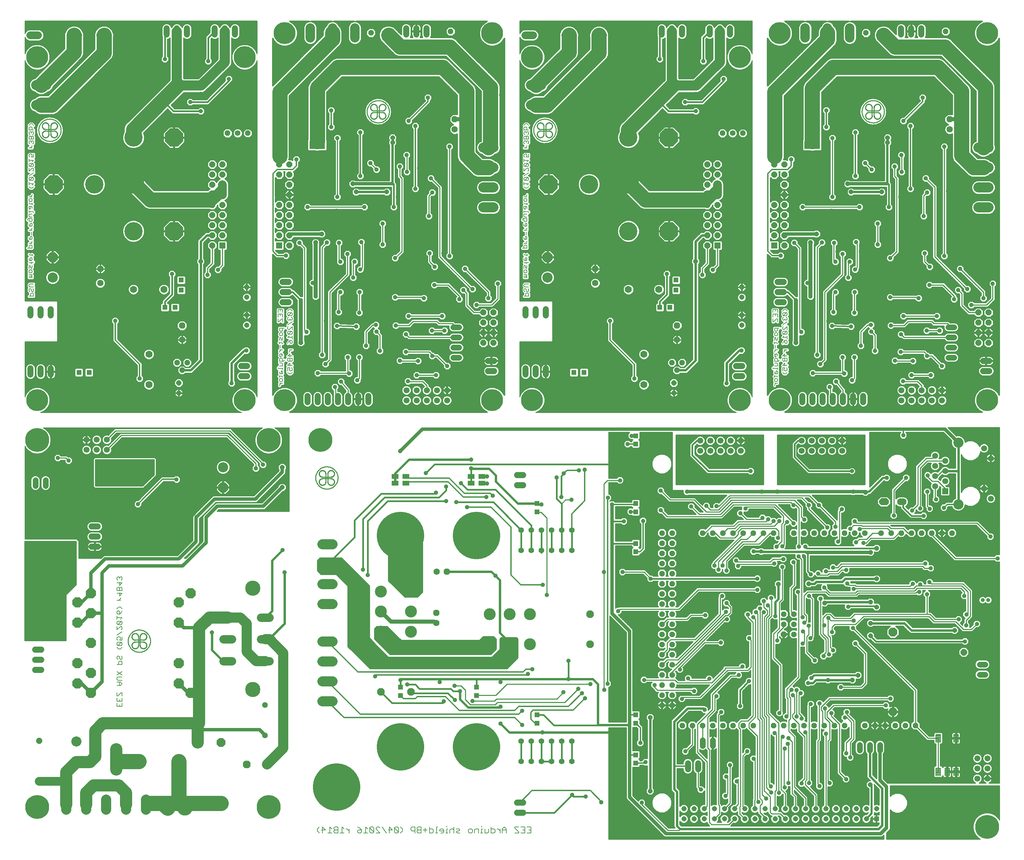
<source format=gbl>
G75*
G70*
%OFA0B0*%
%FSLAX24Y24*%
%IPPOS*%
%LPD*%
%AMOC8*
5,1,8,0,0,1.08239X$1,22.5*
%
%ADD10C,0.0050*%
%ADD11C,0.0070*%
%ADD12C,0.0060*%
%ADD13C,0.1000*%
%ADD14R,0.0515X0.0515*%
%ADD15OC8,0.0630*%
%ADD16C,0.0630*%
%ADD17C,0.0768*%
%ADD18OC8,0.0520*%
%ADD19C,0.0100*%
%ADD20C,0.0010*%
%ADD21OC8,0.0700*%
%ADD22OC8,0.0650*%
%ADD23C,0.0594*%
%ADD24C,0.1810*%
%ADD25OC8,0.1810*%
%ADD26C,0.1000*%
%ADD27OC8,0.1000*%
%ADD28C,0.0700*%
%ADD29C,0.0515*%
%ADD30OC8,0.0515*%
%ADD31C,0.0600*%
%ADD32R,0.0594X0.0594*%
%ADD33OC8,0.0594*%
%ADD34OC8,0.0560*%
%ADD35C,0.0560*%
%ADD36C,0.0594*%
%ADD37C,0.0560*%
%ADD38C,0.0945*%
%ADD39OC8,0.0436*%
%ADD40C,0.4685*%
%ADD41R,0.0472X0.0472*%
%ADD42C,0.0397*%
%ADD43C,0.0083*%
%ADD44C,0.0860*%
%ADD45OC8,0.0860*%
%ADD46OC8,0.0554*%
%ADD47OC8,0.0600*%
%ADD48C,0.0554*%
%ADD49R,0.0669X0.0453*%
%ADD50C,0.1181*%
%ADD51C,0.0768*%
%ADD52C,0.1004*%
%ADD53OC8,0.1181*%
%ADD54OC8,0.0885*%
%ADD55C,0.0825*%
%ADD56OC8,0.0760*%
%ADD57C,0.1502*%
%ADD58C,0.0120*%
%ADD59R,0.0396X0.0396*%
%ADD60R,0.0436X0.0436*%
%ADD61OC8,0.0396*%
%ADD62C,0.2165*%
%ADD63C,0.1500*%
%ADD64C,0.0160*%
%ADD65C,0.0240*%
%ADD66OC8,0.0436*%
%ADD67C,0.0860*%
%ADD68C,0.0500*%
%ADD69C,0.0320*%
%ADD70C,0.0140*%
%ADD71C,0.0400*%
%ADD72C,0.0340*%
%ADD73C,0.1200*%
%ADD74C,0.0200*%
%ADD75C,0.2362*%
%ADD76C,0.1500*%
D10*
X029292Y048411D02*
X029292Y048487D01*
X029442Y048637D01*
X029592Y048637D02*
X029292Y048637D01*
X029367Y048797D02*
X029292Y048872D01*
X029292Y049022D01*
X029367Y049097D01*
X029517Y049097D01*
X029592Y049022D01*
X029592Y048872D01*
X029517Y048797D01*
X029367Y048797D01*
X029292Y049254D02*
X029292Y049404D01*
X029216Y049329D02*
X029517Y049329D01*
X029592Y049254D01*
X029592Y049564D02*
X029592Y049789D01*
X029517Y049864D01*
X029442Y049789D01*
X029442Y049564D01*
X029367Y049564D02*
X029592Y049564D01*
X029367Y049564D02*
X029292Y049639D01*
X029292Y049789D01*
X029141Y050096D02*
X029592Y050096D01*
X029592Y050171D02*
X029592Y050021D01*
X029592Y050331D02*
X029292Y050331D01*
X029141Y050171D02*
X029141Y050096D01*
X029592Y050331D02*
X029592Y050557D01*
X029517Y050632D01*
X029292Y050632D01*
X029292Y050792D02*
X029292Y051017D01*
X029367Y051092D01*
X029517Y051092D01*
X029592Y051017D01*
X029592Y050792D01*
X029667Y050792D02*
X029292Y050792D01*
X029667Y050792D02*
X029742Y050867D01*
X029742Y050942D01*
X030091Y050867D02*
X030166Y050792D01*
X030242Y050792D01*
X030317Y050867D01*
X030317Y051092D01*
X030317Y051252D02*
X030317Y051552D01*
X030091Y051327D01*
X030542Y051327D01*
X030542Y051092D02*
X030542Y050867D01*
X030467Y050792D01*
X030392Y050792D01*
X030317Y050867D01*
X030091Y050867D02*
X030091Y051092D01*
X030542Y051092D01*
X030317Y050632D02*
X030091Y050406D01*
X030542Y050406D01*
X030317Y050331D02*
X030317Y050632D01*
X030317Y050171D02*
X030242Y050021D01*
X030242Y049946D01*
X030317Y049871D01*
X030467Y049871D01*
X030542Y049946D01*
X030542Y050096D01*
X030467Y050171D01*
X030317Y050171D02*
X030091Y050171D01*
X030091Y049871D01*
X030091Y049711D02*
X030242Y049561D01*
X030392Y049561D01*
X030542Y049711D01*
X029592Y051327D02*
X029592Y051477D01*
X029517Y051552D01*
X029367Y051552D01*
X029292Y051477D01*
X029292Y051327D01*
X029367Y051252D01*
X029442Y051252D01*
X029442Y051552D01*
X029292Y051711D02*
X029292Y051786D01*
X029442Y051936D01*
X029592Y051936D02*
X029292Y051936D01*
X029367Y052096D02*
X029367Y052397D01*
X029292Y052553D02*
X029292Y052703D01*
X029216Y052628D02*
X029517Y052628D01*
X029592Y052553D01*
X029517Y052864D02*
X029442Y052939D01*
X029442Y053089D01*
X029367Y053164D01*
X029292Y053089D01*
X029292Y052864D01*
X029517Y052864D02*
X029592Y052939D01*
X029592Y053164D01*
X029517Y053324D02*
X029367Y053324D01*
X029292Y053399D01*
X029292Y053549D01*
X029367Y053624D01*
X029517Y053624D01*
X029592Y053549D01*
X029592Y053399D01*
X029517Y053324D01*
X029517Y053784D02*
X029592Y053859D01*
X029592Y054085D01*
X029742Y054085D02*
X029292Y054085D01*
X029292Y053859D01*
X029367Y053784D01*
X029517Y053784D01*
X030091Y053703D02*
X030091Y053552D01*
X030166Y053477D01*
X030467Y053778D01*
X030542Y053703D01*
X030542Y053552D01*
X030467Y053477D01*
X030166Y053477D01*
X030242Y053317D02*
X030091Y053167D01*
X030542Y053167D01*
X030542Y053317D02*
X030542Y053017D01*
X030467Y052857D02*
X030542Y052782D01*
X030542Y052632D01*
X030467Y052557D01*
X030392Y052557D01*
X030317Y052632D01*
X030317Y052857D01*
X030467Y052857D01*
X030317Y052857D02*
X030166Y052707D01*
X030091Y052557D01*
X030242Y051936D02*
X030542Y051936D01*
X030392Y051936D02*
X030242Y051786D01*
X030242Y051711D01*
X030091Y053703D02*
X030166Y053778D01*
X030467Y053778D01*
X030542Y053938D02*
X030542Y054238D01*
X030242Y053938D01*
X030166Y053938D01*
X030091Y054013D01*
X030091Y054163D01*
X030166Y054238D01*
X030091Y054398D02*
X030542Y054698D01*
X030467Y054859D02*
X030542Y054934D01*
X030542Y055084D01*
X030467Y055159D01*
X030467Y055319D02*
X030542Y055394D01*
X030542Y055544D01*
X030467Y055619D01*
X030166Y055319D01*
X030467Y055319D01*
X030467Y055619D02*
X030166Y055619D01*
X030091Y055544D01*
X030091Y055394D01*
X030166Y055319D01*
X030166Y055159D02*
X030091Y055084D01*
X030091Y054934D01*
X030166Y054859D01*
X030242Y054859D01*
X030317Y054934D01*
X030392Y054859D01*
X030467Y054859D01*
X030317Y054934D02*
X030317Y055009D01*
X029592Y055005D02*
X029592Y054705D01*
X029592Y055005D02*
X029517Y055005D01*
X029216Y054705D01*
X029141Y054705D01*
X029141Y055005D01*
X029141Y055166D02*
X029141Y055466D01*
X029592Y055466D01*
X029592Y055166D01*
X029367Y055316D02*
X029367Y055466D01*
X029592Y055626D02*
X029592Y055926D01*
X029141Y055926D01*
X029141Y055626D01*
X029367Y055776D02*
X029367Y055926D01*
X030091Y055776D02*
X030242Y055926D01*
X030392Y055926D01*
X030542Y055776D01*
X053401Y057226D02*
X053852Y057226D01*
X053852Y057451D01*
X053777Y057526D01*
X053626Y057526D01*
X053551Y057451D01*
X053551Y057226D01*
X053476Y057687D02*
X053401Y057762D01*
X053401Y057912D01*
X053476Y057987D01*
X053551Y057987D01*
X053626Y057912D01*
X053626Y057762D01*
X053702Y057687D01*
X053777Y057687D01*
X053852Y057762D01*
X053852Y057912D01*
X053777Y057987D01*
X053852Y058147D02*
X053476Y058147D01*
X053401Y058222D01*
X053401Y058372D01*
X053476Y058447D01*
X053852Y058447D01*
X053702Y059068D02*
X053702Y059143D01*
X053626Y059218D01*
X053702Y059293D01*
X053626Y059368D01*
X053401Y059368D01*
X053401Y059218D02*
X053626Y059218D01*
X053702Y059068D02*
X053401Y059068D01*
X053476Y059528D02*
X053401Y059603D01*
X053401Y059753D01*
X053476Y059828D01*
X053626Y059828D01*
X053702Y059753D01*
X053702Y059603D01*
X053626Y059528D01*
X053476Y059528D01*
X053401Y059989D02*
X053401Y060214D01*
X053476Y060289D01*
X053551Y060214D01*
X053551Y060064D01*
X053626Y059989D01*
X053702Y060064D01*
X053702Y060289D01*
X053626Y060449D02*
X053626Y060599D01*
X053626Y060756D02*
X053702Y060831D01*
X053702Y060981D01*
X053626Y061056D01*
X053551Y061056D01*
X053551Y060756D01*
X053476Y060756D02*
X053626Y060756D01*
X053476Y060756D02*
X053401Y060831D01*
X053401Y060981D01*
X053476Y061291D02*
X053401Y061366D01*
X053476Y061291D02*
X053777Y061291D01*
X053702Y061216D02*
X053702Y061366D01*
X053702Y061984D02*
X053702Y062209D01*
X053626Y062284D01*
X053476Y062284D01*
X053401Y062209D01*
X053401Y061984D01*
X053251Y061984D02*
X053702Y061984D01*
X053702Y062444D02*
X053401Y062444D01*
X053551Y062444D02*
X053702Y062594D01*
X053702Y062669D01*
X053626Y062828D02*
X053702Y062903D01*
X053702Y063053D01*
X053626Y063128D01*
X053551Y063128D01*
X053551Y062828D01*
X053476Y062828D02*
X053626Y062828D01*
X053476Y062828D02*
X053401Y062903D01*
X053401Y063053D01*
X053626Y063288D02*
X053626Y063588D01*
X053551Y063748D02*
X053702Y063899D01*
X053702Y063974D01*
X053626Y064132D02*
X053702Y064207D01*
X053702Y064357D01*
X053626Y064432D01*
X053551Y064432D01*
X053551Y064132D01*
X053476Y064132D02*
X053626Y064132D01*
X053476Y064132D02*
X053401Y064207D01*
X053401Y064357D01*
X053476Y064592D02*
X053401Y064668D01*
X053401Y064893D01*
X053326Y064893D02*
X053702Y064893D01*
X053702Y064668D01*
X053626Y064592D01*
X053476Y064592D01*
X053251Y064743D02*
X053251Y064818D01*
X053326Y064893D01*
X053476Y065053D02*
X053401Y065128D01*
X053401Y065353D01*
X053702Y065353D01*
X053852Y065513D02*
X053852Y065588D01*
X053401Y065588D01*
X053401Y065513D02*
X053401Y065663D01*
X053476Y065820D02*
X053551Y065895D01*
X053551Y066120D01*
X053626Y066120D02*
X053401Y066120D01*
X053401Y065895D01*
X053476Y065820D01*
X053702Y065895D02*
X053702Y066045D01*
X053626Y066120D01*
X053702Y066281D02*
X053702Y066431D01*
X053777Y066356D02*
X053476Y066356D01*
X053401Y066431D01*
X053476Y066587D02*
X053401Y066663D01*
X053401Y066813D01*
X053476Y066888D01*
X053626Y066888D01*
X053702Y066813D01*
X053702Y066663D01*
X053626Y066587D01*
X053476Y066587D01*
X053401Y067048D02*
X053702Y067048D01*
X053702Y067198D02*
X053551Y067048D01*
X053702Y067198D02*
X053702Y067273D01*
X053702Y067892D02*
X053852Y068042D01*
X053702Y067892D02*
X053551Y067892D01*
X053401Y068042D01*
X053401Y068199D02*
X053401Y068499D01*
X053401Y068349D02*
X053852Y068349D01*
X053702Y068199D01*
X053777Y068659D02*
X053852Y068734D01*
X053852Y068884D01*
X053777Y068960D01*
X053476Y068659D01*
X053401Y068734D01*
X053401Y068884D01*
X053476Y068960D01*
X053777Y068960D01*
X053777Y068659D02*
X053476Y068659D01*
X053401Y069120D02*
X053852Y069420D01*
X053777Y069580D02*
X053852Y069655D01*
X053852Y069805D01*
X053777Y069880D01*
X053702Y069880D01*
X053401Y069580D01*
X053401Y069880D01*
X053476Y070040D02*
X053777Y070341D01*
X053476Y070341D01*
X053401Y070266D01*
X053401Y070115D01*
X053476Y070040D01*
X053777Y070040D01*
X053852Y070115D01*
X053852Y070266D01*
X053777Y070341D01*
X053702Y070501D02*
X053852Y070651D01*
X053401Y070651D01*
X053401Y070501D02*
X053401Y070801D01*
X053476Y070961D02*
X053401Y071036D01*
X053401Y071186D01*
X053476Y071261D01*
X053626Y071261D01*
X053702Y071186D01*
X053702Y071111D01*
X053626Y070961D01*
X053852Y070961D01*
X053852Y071261D01*
X053702Y071882D02*
X053401Y071882D01*
X053551Y071882D02*
X053702Y072032D01*
X053702Y072107D01*
X053777Y072266D02*
X053852Y072341D01*
X053852Y072491D01*
X053777Y072566D01*
X053702Y072566D01*
X053626Y072491D01*
X053551Y072566D01*
X053476Y072566D01*
X053401Y072491D01*
X053401Y072341D01*
X053476Y072266D01*
X053626Y072416D02*
X053626Y072491D01*
X053626Y072726D02*
X053626Y072951D01*
X053551Y073026D01*
X053476Y073026D01*
X053401Y072951D01*
X053401Y072726D01*
X053852Y072726D01*
X053852Y072951D01*
X053777Y073026D01*
X053702Y073026D01*
X053626Y072951D01*
X053476Y073186D02*
X053401Y073262D01*
X053401Y073412D01*
X053476Y073487D01*
X053551Y073487D01*
X053626Y073412D01*
X053626Y073337D01*
X053626Y073412D02*
X053702Y073487D01*
X053777Y073487D01*
X053852Y073412D01*
X053852Y073262D01*
X053777Y073186D01*
X053852Y073647D02*
X053401Y073647D01*
X053401Y073872D01*
X053476Y073947D01*
X053626Y073947D01*
X053702Y073872D01*
X053702Y073647D01*
X053852Y074107D02*
X053702Y074257D01*
X053551Y074257D01*
X053401Y074107D01*
X053476Y065053D02*
X053702Y065053D01*
X053702Y063748D02*
X053401Y063748D01*
X053852Y060599D02*
X053777Y060524D01*
X053401Y060524D01*
X077960Y055926D02*
X078411Y055926D01*
X078411Y055626D01*
X078411Y055466D02*
X078411Y055166D01*
X078411Y055005D02*
X078411Y054705D01*
X078411Y055005D02*
X078336Y055005D01*
X078035Y054705D01*
X077960Y054705D01*
X077960Y055005D01*
X077960Y055166D02*
X077960Y055466D01*
X078411Y055466D01*
X078186Y055466D02*
X078186Y055316D01*
X077960Y055626D02*
X077960Y055926D01*
X078186Y055926D02*
X078186Y055776D01*
X078910Y055776D02*
X079060Y055926D01*
X079211Y055926D01*
X079361Y055776D01*
X079286Y055619D02*
X078985Y055319D01*
X079286Y055319D01*
X079361Y055394D01*
X079361Y055544D01*
X079286Y055619D01*
X078985Y055619D01*
X078910Y055544D01*
X078910Y055394D01*
X078985Y055319D01*
X078985Y055159D02*
X078910Y055084D01*
X078910Y054934D01*
X078985Y054859D01*
X079060Y054859D01*
X079136Y054934D01*
X079211Y054859D01*
X079286Y054859D01*
X079361Y054934D01*
X079361Y055084D01*
X079286Y055159D01*
X079136Y055009D02*
X079136Y054934D01*
X079361Y054698D02*
X078910Y054398D01*
X078985Y054238D02*
X078910Y054163D01*
X078910Y054013D01*
X078985Y053938D01*
X079060Y053938D01*
X079361Y054238D01*
X079361Y053938D01*
X079286Y053778D02*
X078985Y053477D01*
X079286Y053477D01*
X079361Y053552D01*
X079361Y053703D01*
X079286Y053778D01*
X078985Y053778D01*
X078910Y053703D01*
X078910Y053552D01*
X078985Y053477D01*
X079060Y053317D02*
X078910Y053167D01*
X079361Y053167D01*
X079361Y053317D02*
X079361Y053017D01*
X079286Y052857D02*
X079361Y052782D01*
X079361Y052632D01*
X079286Y052557D01*
X079211Y052557D01*
X079136Y052632D01*
X079136Y052857D01*
X079286Y052857D01*
X079136Y052857D02*
X078985Y052707D01*
X078910Y052557D01*
X078411Y052553D02*
X078336Y052628D01*
X078035Y052628D01*
X078110Y052703D02*
X078110Y052553D01*
X078186Y052397D02*
X078186Y052096D01*
X078261Y051936D02*
X078110Y051786D01*
X078110Y051711D01*
X078186Y051552D02*
X078110Y051477D01*
X078110Y051327D01*
X078186Y051252D01*
X078261Y051252D01*
X078261Y051552D01*
X078336Y051552D02*
X078186Y051552D01*
X078336Y051552D02*
X078411Y051477D01*
X078411Y051327D01*
X078336Y051092D02*
X078411Y051017D01*
X078411Y050792D01*
X078486Y050792D02*
X078110Y050792D01*
X078110Y051017D01*
X078186Y051092D01*
X078336Y051092D01*
X078561Y050942D02*
X078561Y050867D01*
X078486Y050792D01*
X078336Y050632D02*
X078411Y050557D01*
X078411Y050331D01*
X078110Y050331D01*
X077960Y050171D02*
X077960Y050096D01*
X078411Y050096D01*
X078411Y050171D02*
X078411Y050021D01*
X078336Y049864D02*
X078261Y049789D01*
X078261Y049564D01*
X078186Y049564D02*
X078411Y049564D01*
X078411Y049789D01*
X078336Y049864D01*
X078110Y049789D02*
X078110Y049639D01*
X078186Y049564D01*
X078110Y049404D02*
X078110Y049254D01*
X078035Y049329D02*
X078336Y049329D01*
X078411Y049254D01*
X078336Y049097D02*
X078411Y049022D01*
X078411Y048872D01*
X078336Y048797D01*
X078186Y048797D01*
X078110Y048872D01*
X078110Y049022D01*
X078186Y049097D01*
X078336Y049097D01*
X078411Y048637D02*
X078110Y048637D01*
X078110Y048487D02*
X078110Y048411D01*
X078110Y048487D02*
X078261Y048637D01*
X079060Y049561D02*
X078910Y049711D01*
X078910Y049871D02*
X078910Y050171D01*
X079136Y050171D01*
X079060Y050021D01*
X079060Y049946D01*
X079136Y049871D01*
X079286Y049871D01*
X079361Y049946D01*
X079361Y050096D01*
X079286Y050171D01*
X079136Y050331D02*
X079136Y050632D01*
X078910Y050406D01*
X079361Y050406D01*
X079286Y050792D02*
X079361Y050867D01*
X079361Y051092D01*
X078910Y051092D01*
X078910Y050867D01*
X078985Y050792D01*
X079060Y050792D01*
X079136Y050867D01*
X079136Y051092D01*
X079136Y051252D02*
X079136Y051552D01*
X078910Y051327D01*
X079361Y051327D01*
X079060Y051711D02*
X079060Y051786D01*
X079211Y051936D01*
X079361Y051936D02*
X079060Y051936D01*
X078411Y051936D02*
X078110Y051936D01*
X078110Y052864D02*
X078110Y053089D01*
X078186Y053164D01*
X078261Y053089D01*
X078261Y052939D01*
X078336Y052864D01*
X078411Y052939D01*
X078411Y053164D01*
X078336Y053324D02*
X078186Y053324D01*
X078110Y053399D01*
X078110Y053549D01*
X078186Y053624D01*
X078336Y053624D01*
X078411Y053549D01*
X078411Y053399D01*
X078336Y053324D01*
X078336Y053784D02*
X078411Y053859D01*
X078411Y054085D01*
X078561Y054085D02*
X078110Y054085D01*
X078110Y053859D01*
X078186Y053784D01*
X078336Y053784D01*
X079136Y050867D02*
X079211Y050792D01*
X079286Y050792D01*
X078336Y050632D02*
X078110Y050632D01*
X079060Y049561D02*
X079211Y049561D01*
X079361Y049711D01*
X005033Y057226D02*
X005033Y057451D01*
X004958Y057526D01*
X004808Y057526D01*
X004732Y057451D01*
X004732Y057226D01*
X004582Y057226D02*
X005033Y057226D01*
X004958Y057687D02*
X004883Y057687D01*
X004808Y057762D01*
X004808Y057912D01*
X004732Y057987D01*
X004657Y057987D01*
X004582Y057912D01*
X004582Y057762D01*
X004657Y057687D01*
X004958Y057687D02*
X005033Y057762D01*
X005033Y057912D01*
X004958Y057987D01*
X005033Y058147D02*
X004657Y058147D01*
X004582Y058222D01*
X004582Y058372D01*
X004657Y058447D01*
X005033Y058447D01*
X004883Y059068D02*
X004883Y059143D01*
X004808Y059218D01*
X004883Y059293D01*
X004808Y059368D01*
X004582Y059368D01*
X004582Y059218D02*
X004808Y059218D01*
X004883Y059068D02*
X004582Y059068D01*
X004657Y059528D02*
X004582Y059603D01*
X004582Y059753D01*
X004657Y059828D01*
X004808Y059828D01*
X004883Y059753D01*
X004883Y059603D01*
X004808Y059528D01*
X004657Y059528D01*
X004582Y059989D02*
X004582Y060214D01*
X004657Y060289D01*
X004732Y060214D01*
X004732Y060064D01*
X004808Y059989D01*
X004883Y060064D01*
X004883Y060289D01*
X004808Y060449D02*
X004808Y060599D01*
X004808Y060756D02*
X004883Y060831D01*
X004883Y060981D01*
X004808Y061056D01*
X004732Y061056D01*
X004732Y060756D01*
X004657Y060756D02*
X004808Y060756D01*
X004657Y060756D02*
X004582Y060831D01*
X004582Y060981D01*
X004657Y061291D02*
X004582Y061366D01*
X004657Y061291D02*
X004958Y061291D01*
X004883Y061216D02*
X004883Y061366D01*
X004883Y061984D02*
X004883Y062209D01*
X004808Y062284D01*
X004657Y062284D01*
X004582Y062209D01*
X004582Y061984D01*
X004432Y061984D02*
X004883Y061984D01*
X004883Y062444D02*
X004582Y062444D01*
X004732Y062444D02*
X004883Y062594D01*
X004883Y062669D01*
X004808Y062828D02*
X004883Y062903D01*
X004883Y063053D01*
X004808Y063128D01*
X004732Y063128D01*
X004732Y062828D01*
X004657Y062828D02*
X004808Y062828D01*
X004657Y062828D02*
X004582Y062903D01*
X004582Y063053D01*
X004808Y063288D02*
X004808Y063588D01*
X004883Y063748D02*
X004582Y063748D01*
X004732Y063748D02*
X004883Y063899D01*
X004883Y063974D01*
X004808Y064132D02*
X004883Y064207D01*
X004883Y064357D01*
X004808Y064432D01*
X004732Y064432D01*
X004732Y064132D01*
X004657Y064132D02*
X004808Y064132D01*
X004657Y064132D02*
X004582Y064207D01*
X004582Y064357D01*
X004657Y064592D02*
X004582Y064668D01*
X004582Y064893D01*
X004507Y064893D02*
X004883Y064893D01*
X004883Y064668D01*
X004808Y064592D01*
X004657Y064592D01*
X004432Y064743D02*
X004432Y064818D01*
X004507Y064893D01*
X004657Y065053D02*
X004582Y065128D01*
X004582Y065353D01*
X004883Y065353D01*
X005033Y065513D02*
X005033Y065588D01*
X004582Y065588D01*
X004582Y065513D02*
X004582Y065663D01*
X004657Y065820D02*
X004732Y065895D01*
X004732Y066120D01*
X004808Y066120D02*
X004582Y066120D01*
X004582Y065895D01*
X004657Y065820D01*
X004883Y065895D02*
X004883Y066045D01*
X004808Y066120D01*
X004883Y066281D02*
X004883Y066431D01*
X004958Y066356D02*
X004657Y066356D01*
X004582Y066431D01*
X004657Y066587D02*
X004582Y066663D01*
X004582Y066813D01*
X004657Y066888D01*
X004808Y066888D01*
X004883Y066813D01*
X004883Y066663D01*
X004808Y066587D01*
X004657Y066587D01*
X004582Y067048D02*
X004883Y067048D01*
X004883Y067198D02*
X004732Y067048D01*
X004883Y067198D02*
X004883Y067273D01*
X004883Y067892D02*
X005033Y068042D01*
X004883Y067892D02*
X004732Y067892D01*
X004582Y068042D01*
X004582Y068199D02*
X004582Y068499D01*
X004582Y068349D02*
X005033Y068349D01*
X004883Y068199D01*
X004958Y068659D02*
X005033Y068734D01*
X005033Y068884D01*
X004958Y068960D01*
X004657Y068659D01*
X004582Y068734D01*
X004582Y068884D01*
X004657Y068960D01*
X004958Y068960D01*
X004958Y068659D02*
X004657Y068659D01*
X004582Y069120D02*
X005033Y069420D01*
X004958Y069580D02*
X005033Y069655D01*
X005033Y069805D01*
X004958Y069880D01*
X004883Y069880D01*
X004582Y069580D01*
X004582Y069880D01*
X004657Y070040D02*
X004958Y070341D01*
X004657Y070341D01*
X004582Y070266D01*
X004582Y070115D01*
X004657Y070040D01*
X004958Y070040D01*
X005033Y070115D01*
X005033Y070266D01*
X004958Y070341D01*
X004883Y070501D02*
X005033Y070651D01*
X004582Y070651D01*
X004582Y070501D02*
X004582Y070801D01*
X004657Y070961D02*
X004582Y071036D01*
X004582Y071186D01*
X004657Y071261D01*
X004808Y071261D01*
X004883Y071186D01*
X004883Y071111D01*
X004808Y070961D01*
X005033Y070961D01*
X005033Y071261D01*
X004883Y071882D02*
X004582Y071882D01*
X004732Y071882D02*
X004883Y072032D01*
X004883Y072107D01*
X004958Y072266D02*
X005033Y072341D01*
X005033Y072491D01*
X004958Y072566D01*
X004883Y072566D01*
X004808Y072491D01*
X004732Y072566D01*
X004657Y072566D01*
X004582Y072491D01*
X004582Y072341D01*
X004657Y072266D01*
X004808Y072416D02*
X004808Y072491D01*
X004808Y072726D02*
X004808Y072951D01*
X004732Y073026D01*
X004657Y073026D01*
X004582Y072951D01*
X004582Y072726D01*
X005033Y072726D01*
X005033Y072951D01*
X004958Y073026D01*
X004883Y073026D01*
X004808Y072951D01*
X004958Y073186D02*
X005033Y073262D01*
X005033Y073412D01*
X004958Y073487D01*
X004883Y073487D01*
X004808Y073412D01*
X004732Y073487D01*
X004657Y073487D01*
X004582Y073412D01*
X004582Y073262D01*
X004657Y073186D01*
X004808Y073337D02*
X004808Y073412D01*
X004883Y073647D02*
X004883Y073872D01*
X004808Y073947D01*
X004657Y073947D01*
X004582Y073872D01*
X004582Y073647D01*
X005033Y073647D01*
X005033Y074107D02*
X004883Y074257D01*
X004732Y074257D01*
X004582Y074107D01*
X004657Y065053D02*
X004883Y065053D01*
X005033Y060599D02*
X004958Y060524D01*
X004582Y060524D01*
D11*
X033224Y004826D02*
X033027Y004629D01*
X033027Y004432D01*
X033224Y004235D01*
X033536Y004235D02*
X033536Y004826D01*
X033832Y004530D01*
X033438Y004530D01*
X034046Y004235D02*
X034439Y004235D01*
X034242Y004235D02*
X034242Y004826D01*
X034439Y004629D01*
X034653Y004629D02*
X034752Y004530D01*
X035047Y004530D01*
X035047Y004235D02*
X035047Y004826D01*
X034752Y004826D01*
X034653Y004727D01*
X034653Y004629D01*
X034752Y004530D02*
X034653Y004432D01*
X034653Y004334D01*
X034752Y004235D01*
X035047Y004235D01*
X035261Y004235D02*
X035655Y004235D01*
X035458Y004235D02*
X035458Y004826D01*
X035655Y004629D01*
X035866Y004629D02*
X035964Y004629D01*
X036161Y004432D01*
X036161Y004235D02*
X036161Y004629D01*
X036983Y004826D02*
X037180Y004727D01*
X037377Y004530D01*
X037081Y004530D01*
X036983Y004432D01*
X036983Y004334D01*
X037081Y004235D01*
X037278Y004235D01*
X037377Y004334D01*
X037377Y004530D01*
X037591Y004235D02*
X037984Y004235D01*
X037788Y004235D02*
X037788Y004826D01*
X037984Y004629D01*
X038198Y004727D02*
X038592Y004334D01*
X038494Y004235D01*
X038297Y004235D01*
X038198Y004334D01*
X038198Y004727D01*
X038297Y004826D01*
X038494Y004826D01*
X038592Y004727D01*
X038592Y004334D01*
X038806Y004235D02*
X039200Y004235D01*
X038806Y004629D01*
X038806Y004727D01*
X038905Y004826D01*
X039101Y004826D01*
X039200Y004727D01*
X039414Y004826D02*
X039807Y004235D01*
X040120Y004235D02*
X040120Y004826D01*
X040415Y004530D01*
X040022Y004530D01*
X040629Y004334D02*
X040728Y004235D01*
X040925Y004235D01*
X041023Y004334D01*
X040629Y004727D01*
X040629Y004334D01*
X040629Y004727D02*
X040728Y004826D01*
X040925Y004826D01*
X041023Y004727D01*
X041023Y004334D01*
X041231Y004235D02*
X041428Y004432D01*
X041428Y004629D01*
X041231Y004826D01*
X042250Y004727D02*
X042250Y004530D01*
X042348Y004432D01*
X042644Y004432D01*
X042644Y004235D02*
X042644Y004826D01*
X042348Y004826D01*
X042250Y004727D01*
X042858Y004727D02*
X042858Y004629D01*
X042956Y004530D01*
X043251Y004530D01*
X043465Y004530D02*
X043859Y004530D01*
X044073Y004629D02*
X044368Y004629D01*
X044467Y004530D01*
X044467Y004334D01*
X044368Y004235D01*
X044073Y004235D01*
X044073Y004826D01*
X043662Y004727D02*
X043662Y004334D01*
X043251Y004235D02*
X043251Y004826D01*
X042956Y004826D01*
X042858Y004727D01*
X042956Y004530D02*
X042858Y004432D01*
X042858Y004334D01*
X042956Y004235D01*
X043251Y004235D01*
X044675Y004235D02*
X044872Y004235D01*
X044773Y004235D02*
X044773Y004826D01*
X044872Y004826D01*
X045086Y004530D02*
X045086Y004432D01*
X045480Y004432D01*
X045480Y004334D02*
X045480Y004530D01*
X045381Y004629D01*
X045184Y004629D01*
X045086Y004530D01*
X045184Y004235D02*
X045381Y004235D01*
X045480Y004334D01*
X045688Y004235D02*
X045885Y004235D01*
X045786Y004235D02*
X045786Y004629D01*
X045885Y004629D01*
X045786Y004826D02*
X045786Y004924D01*
X046099Y004530D02*
X046099Y004235D01*
X046099Y004530D02*
X046197Y004629D01*
X046394Y004629D01*
X046492Y004530D01*
X046706Y004629D02*
X047002Y004629D01*
X047100Y004530D01*
X047002Y004432D01*
X046805Y004432D01*
X046706Y004334D01*
X046805Y004235D01*
X047100Y004235D01*
X046492Y004235D02*
X046492Y004826D01*
X047922Y004530D02*
X048020Y004629D01*
X048217Y004629D01*
X048316Y004530D01*
X048316Y004334D01*
X048217Y004235D01*
X048020Y004235D01*
X047922Y004334D01*
X047922Y004530D01*
X048530Y004530D02*
X048530Y004235D01*
X048530Y004530D02*
X048628Y004629D01*
X048923Y004629D01*
X048923Y004235D01*
X049132Y004235D02*
X049328Y004235D01*
X049230Y004235D02*
X049230Y004629D01*
X049328Y004629D01*
X049542Y004629D02*
X049542Y004235D01*
X049838Y004235D01*
X049936Y004334D01*
X049936Y004629D01*
X050150Y004629D02*
X050445Y004629D01*
X050544Y004530D01*
X050544Y004334D01*
X050445Y004235D01*
X050150Y004235D01*
X050150Y004826D01*
X050755Y004629D02*
X050853Y004629D01*
X051050Y004432D01*
X051050Y004235D02*
X051050Y004629D01*
X051264Y004629D02*
X051264Y004235D01*
X051264Y004530D02*
X051658Y004530D01*
X051658Y004629D02*
X051461Y004826D01*
X051264Y004629D01*
X051658Y004629D02*
X051658Y004235D01*
X052480Y004235D02*
X052873Y004235D01*
X052873Y004334D01*
X052480Y004727D01*
X052480Y004826D01*
X052873Y004826D01*
X053087Y004826D02*
X053481Y004826D01*
X053481Y004235D01*
X053087Y004235D01*
X053284Y004530D02*
X053481Y004530D01*
X053695Y004235D02*
X054089Y004235D01*
X054089Y004826D01*
X053695Y004826D01*
X053892Y004530D02*
X054089Y004530D01*
X049230Y004826D02*
X049230Y004924D01*
D12*
X013771Y016738D02*
X013271Y016738D01*
X013271Y017072D01*
X013271Y017254D02*
X013271Y017587D01*
X013271Y017769D02*
X013271Y018103D01*
X013271Y017769D02*
X013354Y017769D01*
X013688Y018103D01*
X013771Y018103D01*
X013771Y017769D01*
X013771Y017587D02*
X013771Y017254D01*
X013271Y017254D01*
X013521Y017254D02*
X013521Y017420D01*
X013771Y017072D02*
X013771Y016738D01*
X013521Y016738D02*
X013521Y016905D01*
X013521Y018800D02*
X013521Y019134D01*
X013605Y019134D02*
X013271Y019134D01*
X013354Y019316D02*
X013271Y019399D01*
X013271Y019566D01*
X013354Y019650D01*
X013771Y019650D01*
X013771Y019832D02*
X013271Y020165D01*
X013271Y019832D02*
X013771Y020165D01*
X013771Y020863D02*
X013771Y021113D01*
X013688Y021197D01*
X013521Y021197D01*
X013438Y021113D01*
X013438Y020863D01*
X013271Y020863D02*
X013771Y020863D01*
X013688Y021379D02*
X013605Y021379D01*
X013521Y021462D01*
X013521Y021629D01*
X013438Y021712D01*
X013354Y021712D01*
X013271Y021629D01*
X013271Y021462D01*
X013354Y021379D01*
X013688Y021379D02*
X013771Y021462D01*
X013771Y021629D01*
X013688Y021712D01*
X013605Y022410D02*
X013771Y022577D01*
X013688Y022754D02*
X013771Y022837D01*
X013771Y023004D01*
X013688Y023087D01*
X013354Y022754D01*
X013271Y022837D01*
X013271Y023004D01*
X013354Y023087D01*
X013688Y023087D01*
X013771Y023269D02*
X013521Y023269D01*
X013605Y023436D01*
X013605Y023520D01*
X013521Y023603D01*
X013354Y023603D01*
X013271Y023520D01*
X013271Y023353D01*
X013354Y023269D01*
X013771Y023269D02*
X013771Y023603D01*
X013771Y024119D02*
X013271Y023785D01*
X013271Y024301D02*
X013605Y024634D01*
X013688Y024634D01*
X013771Y024551D01*
X013771Y024384D01*
X013688Y024301D01*
X013271Y024301D02*
X013271Y024634D01*
X013354Y024816D02*
X013688Y025150D01*
X013354Y025150D01*
X013271Y025066D01*
X013271Y024900D01*
X013354Y024816D01*
X013688Y024816D01*
X013771Y024900D01*
X013771Y025066D01*
X013688Y025150D01*
X013605Y025332D02*
X013771Y025499D01*
X013271Y025499D01*
X013271Y025665D02*
X013271Y025332D01*
X013354Y025848D02*
X013271Y025931D01*
X013271Y026098D01*
X013354Y026181D01*
X013438Y026181D01*
X013521Y026098D01*
X013521Y025848D01*
X013354Y025848D01*
X013521Y025848D02*
X013688Y026014D01*
X013771Y026181D01*
X013771Y026363D02*
X013605Y026530D01*
X013438Y026530D01*
X013271Y026363D01*
X013271Y027223D02*
X013605Y027223D01*
X013605Y027389D02*
X013605Y027473D01*
X013605Y027389D02*
X013438Y027223D01*
X013521Y027652D02*
X013521Y027986D01*
X013521Y028168D02*
X013521Y028418D01*
X013438Y028502D01*
X013354Y028502D01*
X013271Y028418D01*
X013271Y028168D01*
X013771Y028168D01*
X013771Y028418D01*
X013688Y028502D01*
X013605Y028502D01*
X013521Y028418D01*
X013521Y028684D02*
X013521Y029017D01*
X013354Y029199D02*
X013271Y029283D01*
X013271Y029449D01*
X013354Y029533D01*
X013438Y029533D01*
X013521Y029449D01*
X013521Y029366D01*
X013521Y029449D02*
X013605Y029533D01*
X013688Y029533D01*
X013771Y029449D01*
X013771Y029283D01*
X013688Y029199D01*
X013771Y028934D02*
X013521Y028684D01*
X013271Y028934D02*
X013771Y028934D01*
X013771Y027902D02*
X013521Y027652D01*
X013271Y027902D02*
X013771Y027902D01*
X013688Y022754D02*
X013354Y022754D01*
X013271Y022577D02*
X013438Y022410D01*
X013605Y022410D01*
X013771Y019316D02*
X013354Y019316D01*
X013605Y019134D02*
X013771Y018967D01*
X013605Y018800D01*
X013271Y018800D01*
D13*
X008257Y007544D02*
X008257Y006544D01*
X010225Y006544D02*
X010225Y007544D01*
X012194Y007544D02*
X012194Y006544D01*
X014162Y006544D02*
X014162Y007544D01*
X016131Y007544D02*
X016131Y006544D01*
X028057Y011019D02*
X029657Y012619D01*
X029657Y022019D01*
X028307Y023369D01*
X027882Y023369D01*
X026057Y022144D02*
X026982Y021219D01*
X027882Y021219D01*
X026057Y022144D02*
X026057Y024894D01*
X025432Y025519D01*
X024182Y025519D01*
X033524Y026845D02*
X034524Y026845D01*
X034524Y028813D02*
X033524Y028813D01*
X033524Y030782D02*
X034524Y030782D01*
X034524Y032750D02*
X033524Y032750D01*
X033524Y023150D02*
X034524Y023150D01*
X034524Y021182D02*
X033524Y021182D01*
X033524Y019213D02*
X034524Y019213D01*
X034524Y017245D02*
X033524Y017245D01*
X049392Y065996D02*
X050392Y065996D01*
X050392Y067964D02*
X049392Y067964D01*
X049392Y069933D02*
X050392Y069933D01*
X050392Y071901D02*
X049392Y071901D01*
X054096Y076104D02*
X055096Y076104D01*
X055096Y078073D02*
X054096Y078073D01*
X067976Y078101D02*
X067976Y078826D01*
X067981Y078831D01*
X067981Y083378D01*
X072705Y083378D02*
X072705Y080355D01*
X070376Y078026D01*
X068051Y078026D01*
X067976Y078101D01*
X098211Y071901D02*
X099211Y071901D01*
X099211Y069933D02*
X098211Y069933D01*
X098211Y067964D02*
X099211Y067964D01*
X099211Y065996D02*
X098211Y065996D01*
X023886Y080355D02*
X021557Y078026D01*
X019232Y078026D01*
X019157Y078101D01*
X019157Y078826D01*
X019162Y078831D01*
X019162Y083378D01*
X023886Y083378D02*
X023886Y080355D01*
X006277Y078073D02*
X005277Y078073D01*
X005277Y076104D02*
X006277Y076104D01*
D14*
X019582Y058826D03*
X019582Y057826D03*
X018982Y056126D03*
X017982Y056126D03*
X010507Y049701D03*
X009507Y049701D03*
X058326Y049701D03*
X059326Y049701D03*
X066801Y056126D03*
X067801Y056126D03*
X068401Y057826D03*
X068401Y058826D03*
X088174Y005625D03*
D15*
X045774Y030025D03*
X044749Y025975D03*
X068501Y054326D03*
X060426Y059926D03*
X046567Y074701D03*
X019682Y054326D03*
X011607Y059926D03*
X095386Y074701D03*
D16*
X095386Y073701D03*
X068501Y052926D03*
X060426Y058526D03*
X046567Y073701D03*
X019682Y052926D03*
X011607Y058526D03*
X044774Y030025D03*
X044749Y024975D03*
D17*
X053522Y083000D02*
X054290Y083000D01*
X057459Y083000D02*
X058227Y083000D01*
X060412Y083000D02*
X061179Y083000D01*
X063364Y083000D02*
X064132Y083000D01*
X015313Y083000D02*
X014546Y083000D01*
X012360Y083000D02*
X011593Y083000D01*
X009408Y083000D02*
X008640Y083000D01*
X005471Y083000D02*
X004703Y083000D01*
D18*
X008307Y080226D03*
X010307Y080226D03*
X026157Y073326D03*
X020182Y050676D03*
X019682Y049926D03*
X019182Y050676D03*
X057126Y080226D03*
X059126Y080226D03*
X074976Y073326D03*
X069001Y050676D03*
X068501Y049926D03*
X068001Y050676D03*
D19*
X067711Y050358D02*
X064531Y050358D01*
X064531Y050260D02*
X067810Y050260D01*
X067823Y050246D02*
X067571Y050498D01*
X067571Y050854D01*
X067823Y051106D01*
X068179Y051106D01*
X068431Y050854D01*
X068431Y050498D01*
X068179Y050246D01*
X067823Y050246D01*
X068071Y050104D02*
X068323Y050356D01*
X068679Y050356D01*
X068819Y050216D01*
X069231Y050216D01*
X070036Y051021D01*
X070036Y060418D01*
X069938Y060516D01*
X069938Y060837D01*
X070036Y060935D01*
X070036Y062684D01*
X070080Y062790D01*
X070705Y063415D01*
X070787Y063497D01*
X070894Y063541D01*
X071106Y063541D01*
X071283Y063718D01*
X071670Y063718D01*
X071943Y063445D01*
X071943Y063058D01*
X071670Y062784D01*
X071283Y062784D01*
X071106Y062961D01*
X071071Y062961D01*
X070616Y062506D01*
X070616Y060935D01*
X070714Y060837D01*
X070714Y060516D01*
X070616Y060418D01*
X070616Y050843D01*
X070572Y050737D01*
X069516Y049680D01*
X069409Y049636D01*
X068819Y049636D01*
X068679Y049496D01*
X068323Y049496D01*
X068071Y049748D01*
X068071Y050104D01*
X068071Y050063D02*
X064531Y050063D01*
X064531Y050161D02*
X068128Y050161D01*
X068193Y050260D02*
X068227Y050260D01*
X068291Y050358D02*
X068711Y050358D01*
X068776Y050260D02*
X068810Y050260D01*
X068823Y050246D02*
X069179Y050246D01*
X069431Y050498D01*
X069431Y050854D01*
X069179Y051106D01*
X068823Y051106D01*
X068571Y050854D01*
X068571Y050498D01*
X068823Y050246D01*
X068613Y050457D02*
X068390Y050457D01*
X068431Y050555D02*
X068571Y050555D01*
X068571Y050654D02*
X068431Y050654D01*
X068431Y050752D02*
X068571Y050752D01*
X068571Y050851D02*
X068431Y050851D01*
X068336Y050949D02*
X068666Y050949D01*
X068765Y051048D02*
X068238Y051048D01*
X067765Y051048D02*
X065491Y051048D01*
X065521Y051060D02*
X065667Y051207D01*
X065746Y051398D01*
X065746Y051605D01*
X065667Y051796D01*
X065521Y051942D01*
X065330Y052021D01*
X065123Y052021D01*
X064932Y051942D01*
X064785Y051796D01*
X064706Y051605D01*
X064706Y051398D01*
X064785Y051207D01*
X064932Y051060D01*
X065123Y050981D01*
X065330Y050981D01*
X065521Y051060D01*
X065607Y051146D02*
X070036Y051146D01*
X070036Y051048D02*
X069238Y051048D01*
X069336Y050949D02*
X069964Y050949D01*
X069866Y050851D02*
X069431Y050851D01*
X069431Y050752D02*
X069767Y050752D01*
X069669Y050654D02*
X069431Y050654D01*
X069431Y050555D02*
X069570Y050555D01*
X069472Y050457D02*
X069390Y050457D01*
X069373Y050358D02*
X069291Y050358D01*
X069275Y050260D02*
X069193Y050260D01*
X069603Y049767D02*
X073086Y049767D01*
X073086Y049743D02*
X073086Y050568D01*
X073086Y050684D01*
X073130Y050790D01*
X074462Y052122D01*
X074569Y052166D01*
X074621Y052166D01*
X074699Y052244D01*
X075004Y052244D01*
X075219Y052029D01*
X075219Y051724D01*
X075004Y051508D01*
X074699Y051508D01*
X074684Y051523D01*
X073666Y050506D01*
X073666Y048882D01*
X073744Y048804D01*
X073744Y048499D01*
X073529Y048283D01*
X073224Y048283D01*
X073008Y048499D01*
X073008Y048804D01*
X073086Y048882D01*
X073086Y049743D01*
X073086Y049669D02*
X069488Y049669D01*
X069701Y049866D02*
X073086Y049866D01*
X073086Y049964D02*
X069800Y049964D01*
X069898Y050063D02*
X073086Y050063D01*
X073086Y050161D02*
X069997Y050161D01*
X070095Y050260D02*
X073086Y050260D01*
X073086Y050358D02*
X070194Y050358D01*
X070292Y050457D02*
X073086Y050457D01*
X073086Y050555D02*
X070391Y050555D01*
X070489Y050654D02*
X073086Y050654D01*
X073115Y050752D02*
X070578Y050752D01*
X070616Y050851D02*
X073191Y050851D01*
X073289Y050949D02*
X070616Y050949D01*
X070616Y051048D02*
X073388Y051048D01*
X073486Y051146D02*
X070616Y051146D01*
X070616Y051245D02*
X073585Y051245D01*
X073683Y051343D02*
X070616Y051343D01*
X070616Y051442D02*
X073782Y051442D01*
X073880Y051540D02*
X070616Y051540D01*
X070616Y051639D02*
X073979Y051639D01*
X074077Y051737D02*
X070616Y051737D01*
X070616Y051836D02*
X074176Y051836D01*
X074274Y051934D02*
X070616Y051934D01*
X070616Y052033D02*
X074373Y052033D01*
X074484Y052131D02*
X070616Y052131D01*
X070616Y052230D02*
X074684Y052230D01*
X075018Y052230D02*
X075879Y052230D01*
X075879Y052328D02*
X070616Y052328D01*
X070616Y052427D02*
X075879Y052427D01*
X075879Y052525D02*
X070616Y052525D01*
X070616Y052624D02*
X075879Y052624D01*
X075879Y052722D02*
X070616Y052722D01*
X070616Y052821D02*
X075879Y052821D01*
X075879Y052919D02*
X070616Y052919D01*
X070616Y053018D02*
X075879Y053018D01*
X075879Y053116D02*
X070616Y053116D01*
X070616Y053215D02*
X075879Y053215D01*
X075879Y053313D02*
X070616Y053313D01*
X070616Y053412D02*
X075879Y053412D01*
X075879Y053510D02*
X070616Y053510D01*
X070616Y053609D02*
X075879Y053609D01*
X075879Y053707D02*
X070616Y053707D01*
X070616Y053806D02*
X075879Y053806D01*
X075879Y053904D02*
X070616Y053904D01*
X070616Y054003D02*
X074661Y054003D01*
X074634Y054014D02*
X074791Y053949D01*
X074961Y053949D01*
X075118Y054014D01*
X075239Y054134D01*
X075304Y054291D01*
X075304Y054461D01*
X075239Y054618D01*
X075118Y054739D01*
X074961Y054804D01*
X074791Y054804D01*
X074634Y054739D01*
X074514Y054618D01*
X074449Y054461D01*
X074449Y054291D01*
X074514Y054134D01*
X074634Y054014D01*
X074547Y054101D02*
X070616Y054101D01*
X070616Y054200D02*
X074487Y054200D01*
X074449Y054298D02*
X070616Y054298D01*
X070616Y054397D02*
X074449Y054397D01*
X074463Y054495D02*
X070616Y054495D01*
X070616Y054594D02*
X074504Y054594D01*
X074588Y054692D02*
X070616Y054692D01*
X070616Y054791D02*
X074760Y054791D01*
X074707Y054969D02*
X074469Y055207D01*
X074469Y055347D01*
X074847Y055347D01*
X074847Y055405D01*
X074469Y055405D01*
X074469Y055545D01*
X074707Y055784D01*
X074848Y055784D01*
X074848Y055405D01*
X074905Y055405D01*
X074905Y055784D01*
X075045Y055784D01*
X075284Y055545D01*
X075284Y055405D01*
X074905Y055405D01*
X074905Y055347D01*
X074905Y054969D01*
X075045Y054969D01*
X075284Y055207D01*
X075284Y055347D01*
X074905Y055347D01*
X074848Y055347D01*
X074848Y054969D01*
X074707Y054969D01*
X074688Y054988D02*
X070616Y054988D01*
X070616Y055086D02*
X074590Y055086D01*
X074491Y055185D02*
X070616Y055185D01*
X070616Y055283D02*
X074469Y055283D01*
X074469Y055480D02*
X070616Y055480D01*
X070616Y055382D02*
X074847Y055382D01*
X074905Y055382D02*
X075879Y055382D01*
X075879Y055480D02*
X075284Y055480D01*
X075250Y055579D02*
X075879Y055579D01*
X075879Y055677D02*
X075151Y055677D01*
X075053Y055776D02*
X075879Y055776D01*
X075879Y055874D02*
X070616Y055874D01*
X070616Y055776D02*
X074700Y055776D01*
X074601Y055677D02*
X070616Y055677D01*
X070616Y055579D02*
X074503Y055579D01*
X074848Y055579D02*
X074905Y055579D01*
X074905Y055677D02*
X074848Y055677D01*
X074848Y055776D02*
X074905Y055776D01*
X074905Y055480D02*
X074848Y055480D01*
X074848Y055283D02*
X074905Y055283D01*
X074905Y055185D02*
X074848Y055185D01*
X074848Y055086D02*
X074905Y055086D01*
X074905Y054988D02*
X074848Y054988D01*
X075064Y054988D02*
X075879Y054988D01*
X075879Y055086D02*
X075163Y055086D01*
X075261Y055185D02*
X075879Y055185D01*
X075879Y055283D02*
X075284Y055283D01*
X074992Y054791D02*
X075879Y054791D01*
X075879Y054889D02*
X070616Y054889D01*
X070036Y054889D02*
X062269Y054889D01*
X062269Y054954D02*
X062054Y055169D01*
X061749Y055169D01*
X061533Y054954D01*
X061533Y054649D01*
X061671Y054511D01*
X061671Y052806D01*
X061806Y052671D01*
X064071Y050406D01*
X064071Y049392D01*
X063933Y049254D01*
X063933Y048949D01*
X064149Y048733D01*
X064454Y048733D01*
X064669Y048949D01*
X064669Y049254D01*
X064531Y049392D01*
X064531Y050596D01*
X062131Y052996D01*
X062131Y054511D01*
X062269Y054649D01*
X062269Y054954D01*
X062235Y054988D02*
X070036Y054988D01*
X070036Y055086D02*
X062137Y055086D01*
X062269Y054791D02*
X068280Y054791D01*
X068300Y054811D02*
X068016Y054527D01*
X068016Y054125D01*
X068300Y053841D01*
X068702Y053841D01*
X068986Y054125D01*
X068986Y054527D01*
X068702Y054811D01*
X068300Y054811D01*
X068181Y054692D02*
X062269Y054692D01*
X062214Y054594D02*
X068083Y054594D01*
X068016Y054495D02*
X062131Y054495D01*
X062131Y054397D02*
X068016Y054397D01*
X068016Y054298D02*
X062131Y054298D01*
X062131Y054200D02*
X068016Y054200D01*
X068040Y054101D02*
X062131Y054101D01*
X062131Y054003D02*
X068139Y054003D01*
X068237Y053904D02*
X062131Y053904D01*
X062131Y053806D02*
X070036Y053806D01*
X070036Y053904D02*
X068765Y053904D01*
X068864Y054003D02*
X070036Y054003D01*
X070036Y054101D02*
X068962Y054101D01*
X068986Y054200D02*
X070036Y054200D01*
X070036Y054298D02*
X068986Y054298D01*
X068986Y054397D02*
X070036Y054397D01*
X070036Y054495D02*
X068986Y054495D01*
X068919Y054594D02*
X070036Y054594D01*
X070036Y054692D02*
X068821Y054692D01*
X068722Y054791D02*
X070036Y054791D01*
X070036Y055185D02*
X056211Y055185D01*
X056211Y055283D02*
X070036Y055283D01*
X070036Y055382D02*
X056211Y055382D01*
X056211Y055480D02*
X070036Y055480D01*
X070036Y055579D02*
X056211Y055579D01*
X056211Y055677D02*
X070036Y055677D01*
X070036Y055776D02*
X068206Y055776D01*
X068229Y055798D02*
X068229Y056454D01*
X068129Y056554D01*
X067473Y056554D01*
X067374Y056454D01*
X067374Y055798D01*
X067473Y055699D01*
X068129Y055699D01*
X068229Y055798D01*
X068229Y055874D02*
X070036Y055874D01*
X070036Y055973D02*
X068229Y055973D01*
X068229Y056071D02*
X070036Y056071D01*
X070036Y056170D02*
X068229Y056170D01*
X068229Y056268D02*
X070036Y056268D01*
X070036Y056367D02*
X068229Y056367D01*
X068217Y056465D02*
X070036Y056465D01*
X070036Y056564D02*
X067051Y056564D01*
X067051Y056554D02*
X067051Y056598D01*
X067643Y057189D01*
X067713Y057260D01*
X067751Y057351D01*
X067751Y059156D01*
X067869Y059274D01*
X067869Y059579D01*
X067654Y059794D01*
X067349Y059794D01*
X067133Y059579D01*
X067133Y059274D01*
X067251Y059156D01*
X067251Y057505D01*
X066589Y056843D01*
X066551Y056751D01*
X066551Y056554D01*
X066473Y056554D01*
X066374Y056454D01*
X066374Y055798D01*
X066473Y055699D01*
X067129Y055699D01*
X067229Y055798D01*
X067229Y056454D01*
X067129Y056554D01*
X067051Y056554D01*
X067116Y056662D02*
X070036Y056662D01*
X070036Y056761D02*
X067214Y056761D01*
X067313Y056859D02*
X070036Y056859D01*
X070036Y056958D02*
X067411Y056958D01*
X067510Y057056D02*
X070036Y057056D01*
X070036Y057155D02*
X067608Y057155D01*
X067707Y057253D02*
X070036Y057253D01*
X070036Y057352D02*
X067751Y057352D01*
X067751Y057450D02*
X068022Y057450D01*
X067974Y057498D02*
X068073Y057399D01*
X068729Y057399D01*
X068829Y057498D01*
X068829Y058154D01*
X068729Y058254D01*
X068073Y058254D01*
X067974Y058154D01*
X067974Y057498D01*
X067974Y057549D02*
X067751Y057549D01*
X067751Y057647D02*
X067974Y057647D01*
X067974Y057746D02*
X067751Y057746D01*
X067751Y057844D02*
X067974Y057844D01*
X067974Y057943D02*
X067751Y057943D01*
X067751Y058041D02*
X067974Y058041D01*
X067974Y058140D02*
X067751Y058140D01*
X067751Y058238D02*
X068058Y058238D01*
X068073Y058399D02*
X068729Y058399D01*
X068829Y058498D01*
X068829Y059154D01*
X068729Y059254D01*
X068073Y059254D01*
X067974Y059154D01*
X067974Y058498D01*
X068073Y058399D01*
X068037Y058435D02*
X067751Y058435D01*
X067751Y058337D02*
X070036Y058337D01*
X070036Y058435D02*
X068766Y058435D01*
X068829Y058534D02*
X070036Y058534D01*
X070036Y058632D02*
X068829Y058632D01*
X068829Y058731D02*
X070036Y058731D01*
X070036Y058829D02*
X068829Y058829D01*
X068829Y058928D02*
X070036Y058928D01*
X070036Y059026D02*
X068829Y059026D01*
X068829Y059125D02*
X070036Y059125D01*
X070036Y059223D02*
X068759Y059223D01*
X068043Y059223D02*
X067819Y059223D01*
X067869Y059322D02*
X070036Y059322D01*
X070036Y059420D02*
X067869Y059420D01*
X067869Y059519D02*
X070036Y059519D01*
X070036Y059617D02*
X067831Y059617D01*
X067732Y059716D02*
X070036Y059716D01*
X070036Y059814D02*
X060891Y059814D01*
X060891Y059734D02*
X060891Y059896D01*
X060456Y059896D01*
X060456Y059461D01*
X060619Y059461D01*
X060891Y059734D01*
X060874Y059716D02*
X067270Y059716D01*
X067172Y059617D02*
X060775Y059617D01*
X060677Y059519D02*
X067133Y059519D01*
X067133Y059420D02*
X056309Y059420D01*
X056292Y059461D02*
X056103Y059650D01*
X055857Y059752D01*
X055591Y059752D01*
X055344Y059650D01*
X055156Y059461D01*
X055054Y059215D01*
X055054Y058948D01*
X055156Y058702D01*
X055344Y058514D01*
X055591Y058412D01*
X055857Y058412D01*
X056103Y058514D01*
X056292Y058702D01*
X056394Y058948D01*
X056394Y059215D01*
X056292Y059461D01*
X056234Y059519D02*
X060176Y059519D01*
X060234Y059461D02*
X059961Y059734D01*
X059961Y059896D01*
X060396Y059896D01*
X060396Y059956D01*
X059961Y059956D01*
X059961Y060119D01*
X060234Y060391D01*
X060396Y060391D01*
X060396Y059956D01*
X060456Y059956D01*
X060456Y060391D01*
X060619Y060391D01*
X060891Y060119D01*
X060891Y059956D01*
X060456Y059956D01*
X060456Y059896D01*
X060396Y059896D01*
X060396Y059461D01*
X060234Y059461D01*
X060396Y059519D02*
X060456Y059519D01*
X060456Y059617D02*
X060396Y059617D01*
X060396Y059716D02*
X060456Y059716D01*
X060456Y059814D02*
X060396Y059814D01*
X060396Y059913D02*
X053827Y059913D01*
X053822Y059908D02*
X053897Y059983D01*
X053897Y060368D01*
X054047Y060518D01*
X054047Y060680D01*
X053932Y060794D01*
X053897Y060794D01*
X053897Y061062D01*
X053860Y061099D01*
X053897Y061135D01*
X053972Y061211D01*
X053972Y061372D01*
X053897Y061447D01*
X053782Y061561D01*
X053621Y061561D01*
X053551Y061492D01*
X053482Y061561D01*
X053320Y061561D01*
X053206Y061447D01*
X053206Y061286D01*
X053318Y061174D01*
X053206Y061062D01*
X053206Y060750D01*
X053279Y060677D01*
X053206Y060605D01*
X053206Y060443D01*
X053281Y060369D01*
X053206Y060294D01*
X053206Y059908D01*
X053243Y059871D01*
X053206Y059834D01*
X053206Y059522D01*
X053243Y059486D01*
X053206Y059449D01*
X053206Y059137D01*
X053206Y058987D01*
X053320Y058873D01*
X053782Y058873D01*
X053897Y058987D01*
X053897Y059374D01*
X053822Y059448D01*
X053897Y059522D01*
X053897Y059834D01*
X053822Y059908D01*
X053897Y059814D02*
X059961Y059814D01*
X059979Y059716D02*
X055944Y059716D01*
X056136Y059617D02*
X060077Y059617D01*
X059961Y060011D02*
X053897Y060011D01*
X053897Y060110D02*
X059961Y060110D01*
X060051Y060208D02*
X053897Y060208D01*
X053897Y060307D02*
X060149Y060307D01*
X060396Y060307D02*
X060456Y060307D01*
X060456Y060208D02*
X060396Y060208D01*
X060396Y060110D02*
X060456Y060110D01*
X060456Y060011D02*
X060396Y060011D01*
X060456Y059913D02*
X070036Y059913D01*
X070036Y060011D02*
X060891Y060011D01*
X060891Y060110D02*
X070036Y060110D01*
X070036Y060208D02*
X060802Y060208D01*
X060703Y060307D02*
X070036Y060307D01*
X070036Y060405D02*
X053934Y060405D01*
X054032Y060504D02*
X055382Y060504D01*
X055455Y060432D02*
X055074Y060812D01*
X055074Y061032D01*
X055674Y061032D01*
X055674Y061132D01*
X055674Y061732D01*
X055455Y061732D01*
X055074Y061351D01*
X055074Y061132D01*
X055674Y061132D01*
X055774Y061132D01*
X055774Y061732D01*
X055993Y061732D01*
X056374Y061351D01*
X056374Y061132D01*
X055774Y061132D01*
X055774Y061032D01*
X056374Y061032D01*
X056374Y060812D01*
X055993Y060432D01*
X055774Y060432D01*
X055774Y061032D01*
X055674Y061032D01*
X055674Y060432D01*
X055455Y060432D01*
X055674Y060504D02*
X055774Y060504D01*
X055774Y060602D02*
X055674Y060602D01*
X055674Y060701D02*
X055774Y060701D01*
X055774Y060799D02*
X055674Y060799D01*
X055674Y060898D02*
X055774Y060898D01*
X055774Y060996D02*
X055674Y060996D01*
X055674Y061095D02*
X053863Y061095D01*
X053897Y060996D02*
X055074Y060996D01*
X055074Y060898D02*
X053897Y060898D01*
X053897Y060799D02*
X055087Y060799D01*
X055185Y060701D02*
X054026Y060701D01*
X054047Y060602D02*
X055284Y060602D01*
X055074Y061193D02*
X053954Y061193D01*
X053972Y061292D02*
X055074Y061292D01*
X055113Y061390D02*
X053953Y061390D01*
X053855Y061489D02*
X055212Y061489D01*
X055310Y061587D02*
X052996Y061587D01*
X052996Y061489D02*
X053248Y061489D01*
X053206Y061390D02*
X052996Y061390D01*
X052996Y061292D02*
X053206Y061292D01*
X053299Y061193D02*
X052996Y061193D01*
X052996Y061095D02*
X053239Y061095D01*
X053206Y060996D02*
X052996Y060996D01*
X052996Y060898D02*
X053206Y060898D01*
X053206Y060799D02*
X052996Y060799D01*
X052996Y060701D02*
X053256Y060701D01*
X053206Y060602D02*
X052996Y060602D01*
X052996Y060504D02*
X053206Y060504D01*
X053244Y060405D02*
X052996Y060405D01*
X052996Y060307D02*
X053219Y060307D01*
X053206Y060208D02*
X052996Y060208D01*
X052996Y060110D02*
X053206Y060110D01*
X053206Y060011D02*
X052996Y060011D01*
X052996Y059913D02*
X053206Y059913D01*
X053206Y059814D02*
X052996Y059814D01*
X052996Y059716D02*
X053206Y059716D01*
X053206Y059617D02*
X052996Y059617D01*
X052996Y059519D02*
X053210Y059519D01*
X053206Y059420D02*
X052996Y059420D01*
X052996Y059322D02*
X053206Y059322D01*
X053206Y059223D02*
X052996Y059223D01*
X052996Y059125D02*
X053206Y059125D01*
X053206Y059026D02*
X052996Y059026D01*
X052996Y058928D02*
X053265Y058928D01*
X052996Y058829D02*
X055103Y058829D01*
X055144Y058731D02*
X052996Y058731D01*
X052996Y058632D02*
X053386Y058632D01*
X053396Y058642D02*
X053281Y058528D01*
X053206Y058453D01*
X053206Y058141D01*
X053281Y058067D01*
X053206Y057993D01*
X053206Y057681D01*
X053356Y057531D01*
X053356Y057421D01*
X053320Y057421D01*
X053206Y057307D01*
X053206Y057145D01*
X053320Y057031D01*
X053932Y057031D01*
X054047Y057145D01*
X054047Y057532D01*
X053972Y057607D01*
X054047Y057681D01*
X054047Y057993D01*
X054010Y058029D01*
X054047Y058066D01*
X054047Y058228D01*
X053977Y058297D01*
X054047Y058366D01*
X054047Y058528D01*
X053932Y058642D01*
X053396Y058642D01*
X053287Y058534D02*
X052996Y058534D01*
X052996Y058435D02*
X053206Y058435D01*
X053206Y058337D02*
X052996Y058337D01*
X052996Y058238D02*
X053206Y058238D01*
X053208Y058140D02*
X052996Y058140D01*
X052996Y058041D02*
X053255Y058041D01*
X053206Y057943D02*
X052996Y057943D01*
X052996Y057844D02*
X053206Y057844D01*
X053206Y057746D02*
X052996Y057746D01*
X052996Y057647D02*
X053240Y057647D01*
X053338Y057549D02*
X052996Y057549D01*
X052996Y057450D02*
X053356Y057450D01*
X053251Y057352D02*
X052996Y057352D01*
X052996Y057253D02*
X053206Y057253D01*
X053206Y057155D02*
X052996Y057155D01*
X052996Y057056D02*
X053295Y057056D01*
X052996Y056958D02*
X066704Y056958D01*
X066606Y056859D02*
X052996Y056859D01*
X052996Y056761D02*
X052996Y080492D01*
X053034Y080351D01*
X053199Y080065D01*
X053432Y079832D01*
X053718Y079667D01*
X054036Y079582D01*
X054366Y079582D01*
X054685Y079667D01*
X054970Y079832D01*
X055203Y080065D01*
X055368Y080351D01*
X055454Y080669D01*
X055454Y080999D01*
X055368Y081318D01*
X055203Y081603D01*
X054970Y081837D01*
X054685Y082002D01*
X054366Y082087D01*
X054036Y082087D01*
X053718Y082002D01*
X053432Y081837D01*
X053199Y081603D01*
X053034Y081318D01*
X052996Y081177D01*
X052996Y082822D01*
X053052Y082686D01*
X053208Y082530D01*
X053412Y082446D01*
X054400Y082446D01*
X054603Y082530D01*
X054759Y082686D01*
X054843Y082889D01*
X054843Y083110D01*
X054759Y083313D01*
X054603Y083469D01*
X054400Y083553D01*
X053412Y083553D01*
X053208Y083469D01*
X053052Y083313D01*
X052996Y083177D01*
X052996Y084402D01*
X075879Y084402D01*
X075879Y081177D01*
X075841Y081318D01*
X075676Y081603D01*
X075443Y081837D01*
X075157Y082002D01*
X074838Y082087D01*
X074509Y082087D01*
X074190Y082002D01*
X073904Y081837D01*
X073671Y081603D01*
X073506Y081318D01*
X073421Y080999D01*
X073421Y080669D01*
X073506Y080351D01*
X073671Y080065D01*
X073904Y079832D01*
X074190Y079667D01*
X074509Y079582D01*
X074838Y079582D01*
X075157Y079667D01*
X075443Y079832D01*
X075676Y080065D01*
X075841Y080351D01*
X075879Y080492D01*
X075879Y047318D01*
X075841Y047459D01*
X075676Y047745D01*
X075443Y047978D01*
X075157Y048143D01*
X074838Y048229D01*
X074509Y048229D01*
X074190Y048143D01*
X073904Y047978D01*
X073671Y047745D01*
X073506Y047459D01*
X073421Y047141D01*
X073421Y046811D01*
X073506Y046492D01*
X073671Y046207D01*
X073904Y045974D01*
X074190Y045809D01*
X074331Y045771D01*
X054543Y045771D01*
X054685Y045809D01*
X054970Y045974D01*
X055203Y046207D01*
X055368Y046492D01*
X055454Y046811D01*
X055454Y047141D01*
X055368Y047459D01*
X055203Y047745D01*
X054970Y047978D01*
X054685Y048143D01*
X054366Y048229D01*
X054036Y048229D01*
X053718Y048143D01*
X053432Y047978D01*
X053199Y047745D01*
X053034Y047459D01*
X052996Y047318D01*
X052996Y052741D01*
X056147Y052741D01*
X056211Y052806D01*
X056211Y056697D01*
X056147Y056761D01*
X066555Y056761D01*
X066551Y056662D02*
X056211Y056662D01*
X056211Y056564D02*
X066551Y056564D01*
X066385Y056465D02*
X056211Y056465D01*
X056211Y056367D02*
X066374Y056367D01*
X066374Y056268D02*
X056211Y056268D01*
X056211Y056170D02*
X066374Y056170D01*
X066374Y056071D02*
X056211Y056071D01*
X056211Y055973D02*
X066374Y055973D01*
X066374Y055874D02*
X056211Y055874D01*
X056211Y055776D02*
X066396Y055776D01*
X067206Y055776D02*
X067396Y055776D01*
X067374Y055874D02*
X067229Y055874D01*
X067229Y055973D02*
X067374Y055973D01*
X067374Y056071D02*
X067229Y056071D01*
X067229Y056170D02*
X067374Y056170D01*
X067374Y056268D02*
X067229Y056268D01*
X067229Y056367D02*
X067374Y056367D01*
X067385Y056465D02*
X067217Y056465D01*
X066803Y057056D02*
X053958Y057056D01*
X054047Y057155D02*
X066901Y057155D01*
X067000Y057253D02*
X054047Y057253D01*
X054047Y057352D02*
X067098Y057352D01*
X067197Y057450D02*
X066972Y057450D01*
X066996Y057460D02*
X067142Y057607D01*
X067221Y057798D01*
X067221Y058005D01*
X067142Y058196D01*
X066996Y058342D01*
X066805Y058421D01*
X066598Y058421D01*
X066407Y058342D01*
X066260Y058196D01*
X066181Y058005D01*
X066181Y057798D01*
X066260Y057607D01*
X066407Y057460D01*
X066598Y057381D01*
X066805Y057381D01*
X066996Y057460D01*
X067084Y057549D02*
X067251Y057549D01*
X067251Y057647D02*
X067159Y057647D01*
X067200Y057746D02*
X067251Y057746D01*
X067251Y057844D02*
X067221Y057844D01*
X067221Y057943D02*
X067251Y057943D01*
X067251Y058041D02*
X067206Y058041D01*
X067165Y058140D02*
X067251Y058140D01*
X067251Y058238D02*
X067099Y058238D01*
X067001Y058337D02*
X067251Y058337D01*
X067251Y058435D02*
X060911Y058435D01*
X060911Y058430D02*
X060837Y058251D01*
X060701Y058115D01*
X060523Y058041D01*
X060330Y058041D01*
X060152Y058115D01*
X060015Y058251D01*
X059941Y058430D01*
X059941Y058623D01*
X060015Y058801D01*
X060152Y058937D01*
X060330Y059011D01*
X060523Y059011D01*
X060701Y058937D01*
X060837Y058801D01*
X060911Y058623D01*
X060911Y058430D01*
X060873Y058337D02*
X063402Y058337D01*
X063407Y058342D02*
X063260Y058196D01*
X063181Y058005D01*
X063181Y057798D01*
X063260Y057607D01*
X063407Y057460D01*
X063598Y057381D01*
X063805Y057381D01*
X063996Y057460D01*
X064142Y057607D01*
X064221Y057798D01*
X064221Y058005D01*
X064142Y058196D01*
X063996Y058342D01*
X063805Y058421D01*
X063598Y058421D01*
X063407Y058342D01*
X063303Y058238D02*
X060824Y058238D01*
X060726Y058140D02*
X063237Y058140D01*
X063196Y058041D02*
X060523Y058041D01*
X060329Y058041D02*
X054022Y058041D01*
X054047Y057943D02*
X063181Y057943D01*
X063181Y057844D02*
X054047Y057844D01*
X054047Y057746D02*
X063203Y057746D01*
X063244Y057647D02*
X054013Y057647D01*
X054030Y057549D02*
X063318Y057549D01*
X063431Y057450D02*
X054047Y057450D01*
X054047Y058140D02*
X060127Y058140D01*
X060028Y058238D02*
X054036Y058238D01*
X054017Y058337D02*
X059980Y058337D01*
X059941Y058435D02*
X055914Y058435D01*
X056124Y058534D02*
X059941Y058534D01*
X059945Y058632D02*
X056222Y058632D01*
X056304Y058731D02*
X059986Y058731D01*
X060044Y058829D02*
X056345Y058829D01*
X056385Y058928D02*
X060142Y058928D01*
X060710Y058928D02*
X067251Y058928D01*
X067251Y059026D02*
X056394Y059026D01*
X056394Y059125D02*
X067251Y059125D01*
X067184Y059223D02*
X056390Y059223D01*
X056350Y059322D02*
X067133Y059322D01*
X067251Y058829D02*
X060809Y058829D01*
X060866Y058731D02*
X067251Y058731D01*
X067251Y058632D02*
X060907Y058632D01*
X060911Y058534D02*
X067251Y058534D01*
X067751Y058534D02*
X067974Y058534D01*
X067974Y058632D02*
X067751Y058632D01*
X067751Y058731D02*
X067974Y058731D01*
X067974Y058829D02*
X067751Y058829D01*
X067751Y058928D02*
X067974Y058928D01*
X067974Y059026D02*
X067751Y059026D01*
X067751Y059125D02*
X067974Y059125D01*
X068744Y058238D02*
X070036Y058238D01*
X070036Y058140D02*
X068829Y058140D01*
X068829Y058041D02*
X070036Y058041D01*
X070036Y057943D02*
X068829Y057943D01*
X068829Y057844D02*
X070036Y057844D01*
X070036Y057746D02*
X068829Y057746D01*
X068829Y057647D02*
X070036Y057647D01*
X070036Y057549D02*
X068829Y057549D01*
X068781Y057450D02*
X070036Y057450D01*
X070616Y057450D02*
X074596Y057450D01*
X074634Y057489D02*
X074514Y057368D01*
X074449Y057211D01*
X074449Y057041D01*
X074514Y056884D01*
X074634Y056764D01*
X074791Y056699D01*
X074961Y056699D01*
X075118Y056764D01*
X075239Y056884D01*
X075304Y057041D01*
X075304Y057211D01*
X075239Y057368D01*
X075118Y057489D01*
X074961Y057554D01*
X074791Y057554D01*
X074634Y057489D01*
X074780Y057549D02*
X070616Y057549D01*
X070616Y057647D02*
X075879Y057647D01*
X075879Y057549D02*
X074973Y057549D01*
X074905Y057719D02*
X075045Y057719D01*
X075284Y057957D01*
X075284Y058097D01*
X074905Y058097D01*
X074905Y057719D01*
X074905Y057746D02*
X074848Y057746D01*
X074848Y057719D02*
X074848Y058097D01*
X074905Y058097D01*
X074905Y058155D01*
X074848Y058155D01*
X074848Y058534D01*
X074707Y058534D01*
X074469Y058295D01*
X074469Y058155D01*
X074847Y058155D01*
X074847Y058097D01*
X074469Y058097D01*
X074469Y057957D01*
X074707Y057719D01*
X074848Y057719D01*
X074848Y057844D02*
X074905Y057844D01*
X074905Y057943D02*
X074848Y057943D01*
X074848Y058041D02*
X074905Y058041D01*
X074905Y058140D02*
X075879Y058140D01*
X075879Y058238D02*
X075284Y058238D01*
X075284Y058295D02*
X075045Y058534D01*
X074905Y058534D01*
X074905Y058155D01*
X075284Y058155D01*
X075284Y058295D01*
X075242Y058337D02*
X075879Y058337D01*
X075879Y058435D02*
X075143Y058435D01*
X074905Y058435D02*
X074848Y058435D01*
X074848Y058337D02*
X074905Y058337D01*
X074905Y058238D02*
X074848Y058238D01*
X074847Y058140D02*
X070616Y058140D01*
X070616Y058238D02*
X074469Y058238D01*
X074511Y058337D02*
X070616Y058337D01*
X070616Y058435D02*
X074609Y058435D01*
X074469Y058041D02*
X070616Y058041D01*
X070616Y057943D02*
X074483Y057943D01*
X074582Y057844D02*
X070616Y057844D01*
X070616Y057746D02*
X074680Y057746D01*
X075072Y057746D02*
X075879Y057746D01*
X075879Y057844D02*
X075171Y057844D01*
X075269Y057943D02*
X075879Y057943D01*
X075879Y058041D02*
X075284Y058041D01*
X075157Y057450D02*
X075879Y057450D01*
X075879Y057352D02*
X075245Y057352D01*
X075286Y057253D02*
X075879Y057253D01*
X075879Y057155D02*
X075304Y057155D01*
X075304Y057056D02*
X075879Y057056D01*
X075879Y056958D02*
X075269Y056958D01*
X075214Y056859D02*
X075879Y056859D01*
X075879Y056761D02*
X075111Y056761D01*
X074641Y056761D02*
X070616Y056761D01*
X070616Y056859D02*
X074539Y056859D01*
X074483Y056958D02*
X070616Y056958D01*
X070616Y057056D02*
X074449Y057056D01*
X074449Y057155D02*
X070616Y057155D01*
X070616Y057253D02*
X074466Y057253D01*
X074507Y057352D02*
X070616Y057352D01*
X070616Y056662D02*
X075879Y056662D01*
X075879Y056564D02*
X070616Y056564D01*
X070616Y056465D02*
X075879Y056465D01*
X075879Y056367D02*
X070616Y056367D01*
X070616Y056268D02*
X075879Y056268D01*
X075879Y056170D02*
X070616Y056170D01*
X070616Y056071D02*
X075879Y056071D01*
X075879Y055973D02*
X070616Y055973D01*
X070036Y053707D02*
X062131Y053707D01*
X062131Y053609D02*
X070036Y053609D01*
X070036Y053510D02*
X062131Y053510D01*
X062131Y053412D02*
X070036Y053412D01*
X070036Y053313D02*
X068759Y053313D01*
X068745Y053324D02*
X068680Y053357D01*
X068610Y053380D01*
X068538Y053391D01*
X068531Y053391D01*
X068531Y052956D01*
X068471Y052956D01*
X068471Y052896D01*
X068036Y052896D01*
X068036Y052890D01*
X068048Y052817D01*
X068070Y052748D01*
X068104Y052682D01*
X068147Y052623D01*
X068198Y052571D01*
X068258Y052528D01*
X068323Y052495D01*
X068392Y052473D01*
X068465Y052461D01*
X068471Y052461D01*
X068471Y052896D01*
X068531Y052896D01*
X068531Y052461D01*
X068538Y052461D01*
X068610Y052473D01*
X068680Y052495D01*
X068745Y052528D01*
X068804Y052571D01*
X068856Y052623D01*
X068899Y052682D01*
X068932Y052748D01*
X068955Y052817D01*
X068966Y052890D01*
X068966Y052896D01*
X068531Y052896D01*
X068531Y052956D01*
X068966Y052956D01*
X068966Y052963D01*
X068955Y053035D01*
X068932Y053105D01*
X068899Y053170D01*
X068856Y053229D01*
X068804Y053281D01*
X068745Y053324D01*
X068866Y053215D02*
X070036Y053215D01*
X070036Y053116D02*
X068926Y053116D01*
X068958Y053018D02*
X070036Y053018D01*
X070036Y052919D02*
X068531Y052919D01*
X068471Y052919D02*
X062208Y052919D01*
X062131Y053018D02*
X068045Y053018D01*
X068048Y053035D02*
X068036Y052963D01*
X068036Y052956D01*
X068471Y052956D01*
X068471Y053391D01*
X068465Y053391D01*
X068392Y053380D01*
X068323Y053357D01*
X068258Y053324D01*
X068198Y053281D01*
X068147Y053229D01*
X068104Y053170D01*
X068070Y053105D01*
X068048Y053035D01*
X068076Y053116D02*
X062131Y053116D01*
X062131Y053215D02*
X068136Y053215D01*
X068243Y053313D02*
X062131Y053313D01*
X061671Y053313D02*
X056211Y053313D01*
X056211Y053215D02*
X061671Y053215D01*
X061671Y053116D02*
X056211Y053116D01*
X056211Y053018D02*
X061671Y053018D01*
X061671Y052919D02*
X056211Y052919D01*
X056211Y052821D02*
X061671Y052821D01*
X061755Y052722D02*
X052996Y052722D01*
X052996Y052624D02*
X061853Y052624D01*
X061952Y052525D02*
X052996Y052525D01*
X052996Y052427D02*
X062050Y052427D01*
X062149Y052328D02*
X052996Y052328D01*
X052996Y052230D02*
X062247Y052230D01*
X062346Y052131D02*
X052996Y052131D01*
X052996Y052033D02*
X062444Y052033D01*
X062543Y051934D02*
X052996Y051934D01*
X052996Y051836D02*
X062641Y051836D01*
X062740Y051737D02*
X052996Y051737D01*
X052996Y051639D02*
X062838Y051639D01*
X062937Y051540D02*
X052996Y051540D01*
X052996Y051442D02*
X063035Y051442D01*
X063134Y051343D02*
X052996Y051343D01*
X052996Y051245D02*
X063232Y051245D01*
X063331Y051146D02*
X052996Y051146D01*
X052996Y051048D02*
X063429Y051048D01*
X063528Y050949D02*
X052996Y050949D01*
X052996Y050851D02*
X063626Y050851D01*
X063725Y050752D02*
X052996Y050752D01*
X052996Y050654D02*
X063823Y050654D01*
X063922Y050555D02*
X054667Y050555D01*
X054644Y050565D02*
X054458Y050565D01*
X054287Y050494D01*
X054155Y050362D01*
X054084Y050191D01*
X054084Y049411D01*
X054155Y049240D01*
X054287Y049109D01*
X054458Y049037D01*
X054644Y049037D01*
X054816Y049109D01*
X054947Y049240D01*
X055018Y049411D01*
X055018Y050191D01*
X054947Y050362D01*
X054816Y050494D01*
X054644Y050565D01*
X054435Y050555D02*
X053667Y050555D01*
X053644Y050565D02*
X053458Y050565D01*
X053287Y050494D01*
X053155Y050362D01*
X053084Y050191D01*
X053084Y049411D01*
X053155Y049240D01*
X053287Y049109D01*
X053458Y049037D01*
X053644Y049037D01*
X053816Y049109D01*
X053947Y049240D01*
X054018Y049411D01*
X054018Y050191D01*
X053947Y050362D01*
X053816Y050494D01*
X053644Y050565D01*
X053435Y050555D02*
X052996Y050555D01*
X052996Y050457D02*
X053250Y050457D01*
X053154Y050358D02*
X052996Y050358D01*
X052996Y050260D02*
X053113Y050260D01*
X053084Y050161D02*
X052996Y050161D01*
X052996Y050063D02*
X053084Y050063D01*
X053084Y049964D02*
X052996Y049964D01*
X052996Y049866D02*
X053084Y049866D01*
X053084Y049767D02*
X052996Y049767D01*
X052996Y049669D02*
X053084Y049669D01*
X053084Y049570D02*
X052996Y049570D01*
X052996Y049472D02*
X053084Y049472D01*
X053100Y049373D02*
X052996Y049373D01*
X052996Y049275D02*
X053141Y049275D01*
X053219Y049176D02*
X052996Y049176D01*
X052996Y049078D02*
X053361Y049078D01*
X052996Y048979D02*
X063933Y048979D01*
X063933Y049078D02*
X055685Y049078D01*
X055656Y049068D02*
X055723Y049090D01*
X055785Y049122D01*
X055842Y049163D01*
X055892Y049213D01*
X055933Y049270D01*
X055965Y049333D01*
X055987Y049400D01*
X055998Y049469D01*
X055998Y049753D01*
X055600Y049753D01*
X055600Y049850D01*
X055998Y049850D01*
X055998Y050133D01*
X055987Y050203D01*
X055965Y050270D01*
X055933Y050332D01*
X055892Y050389D01*
X055842Y050439D01*
X055785Y050480D01*
X055723Y050512D01*
X055656Y050534D01*
X055600Y050543D01*
X055600Y049850D01*
X055503Y049850D01*
X055503Y050543D01*
X055447Y050534D01*
X055380Y050512D01*
X055317Y050480D01*
X055260Y050439D01*
X055210Y050389D01*
X055169Y050332D01*
X055137Y050270D01*
X055115Y050203D01*
X055104Y050133D01*
X055104Y049850D01*
X055503Y049850D01*
X055503Y049753D01*
X055104Y049753D01*
X055104Y049469D01*
X055115Y049400D01*
X055137Y049333D01*
X055169Y049270D01*
X055210Y049213D01*
X055260Y049163D01*
X055317Y049122D01*
X055380Y049090D01*
X055447Y049068D01*
X055503Y049060D01*
X055503Y049753D01*
X055600Y049753D01*
X055600Y049060D01*
X055656Y049068D01*
X055600Y049078D02*
X055503Y049078D01*
X055418Y049078D02*
X054741Y049078D01*
X054883Y049176D02*
X055247Y049176D01*
X055167Y049275D02*
X054961Y049275D01*
X055002Y049373D02*
X055124Y049373D01*
X055104Y049472D02*
X055018Y049472D01*
X055018Y049570D02*
X055104Y049570D01*
X055104Y049669D02*
X055018Y049669D01*
X055018Y049767D02*
X055503Y049767D01*
X055600Y049767D02*
X057899Y049767D01*
X057899Y049669D02*
X055998Y049669D01*
X055998Y049570D02*
X057899Y049570D01*
X057899Y049472D02*
X055998Y049472D01*
X055979Y049373D02*
X057899Y049373D01*
X057998Y049274D01*
X058654Y049274D01*
X058754Y049373D01*
X058754Y050029D01*
X058654Y050129D01*
X057998Y050129D01*
X057899Y050029D01*
X057899Y049373D01*
X057997Y049275D02*
X055936Y049275D01*
X055855Y049176D02*
X063933Y049176D01*
X063954Y049275D02*
X059655Y049275D01*
X059654Y049274D02*
X059754Y049373D01*
X059754Y050029D01*
X059654Y050129D01*
X058998Y050129D01*
X058899Y050029D01*
X058899Y049373D01*
X058998Y049274D01*
X059654Y049274D01*
X059754Y049373D02*
X064053Y049373D01*
X064071Y049472D02*
X059754Y049472D01*
X059754Y049570D02*
X064071Y049570D01*
X064071Y049669D02*
X059754Y049669D01*
X059754Y049767D02*
X064071Y049767D01*
X064071Y049866D02*
X059754Y049866D01*
X059754Y049964D02*
X064071Y049964D01*
X064071Y050063D02*
X059720Y050063D01*
X058933Y050063D02*
X058720Y050063D01*
X058754Y049964D02*
X058899Y049964D01*
X058899Y049866D02*
X058754Y049866D01*
X058754Y049767D02*
X058899Y049767D01*
X058899Y049669D02*
X058754Y049669D01*
X058754Y049570D02*
X058899Y049570D01*
X058899Y049472D02*
X058754Y049472D01*
X058754Y049373D02*
X058899Y049373D01*
X058997Y049275D02*
X058655Y049275D01*
X057899Y049866D02*
X055998Y049866D01*
X055998Y049964D02*
X057899Y049964D01*
X057933Y050063D02*
X055998Y050063D01*
X055994Y050161D02*
X064071Y050161D01*
X064071Y050260D02*
X055969Y050260D01*
X055914Y050358D02*
X064071Y050358D01*
X064020Y050457D02*
X055818Y050457D01*
X055600Y050457D02*
X055503Y050457D01*
X055503Y050358D02*
X055600Y050358D01*
X055600Y050260D02*
X055503Y050260D01*
X055503Y050161D02*
X055600Y050161D01*
X055600Y050063D02*
X055503Y050063D01*
X055503Y049964D02*
X055600Y049964D01*
X055600Y049866D02*
X055503Y049866D01*
X055503Y049669D02*
X055600Y049669D01*
X055600Y049570D02*
X055503Y049570D01*
X055503Y049472D02*
X055600Y049472D01*
X055600Y049373D02*
X055503Y049373D01*
X055503Y049275D02*
X055600Y049275D01*
X055600Y049176D02*
X055503Y049176D01*
X055104Y049866D02*
X055018Y049866D01*
X055018Y049964D02*
X055104Y049964D01*
X055104Y050063D02*
X055018Y050063D01*
X055018Y050161D02*
X055109Y050161D01*
X055134Y050260D02*
X054990Y050260D01*
X054949Y050358D02*
X055188Y050358D01*
X055285Y050457D02*
X054853Y050457D01*
X054250Y050457D02*
X053853Y050457D01*
X053949Y050358D02*
X054154Y050358D01*
X054113Y050260D02*
X053990Y050260D01*
X054018Y050161D02*
X054084Y050161D01*
X054084Y050063D02*
X054018Y050063D01*
X054018Y049964D02*
X054084Y049964D01*
X054084Y049866D02*
X054018Y049866D01*
X054018Y049767D02*
X054084Y049767D01*
X054084Y049669D02*
X054018Y049669D01*
X054018Y049570D02*
X054084Y049570D01*
X054084Y049472D02*
X054018Y049472D01*
X054002Y049373D02*
X054100Y049373D01*
X054141Y049275D02*
X053961Y049275D01*
X053883Y049176D02*
X054219Y049176D01*
X054361Y049078D02*
X053741Y049078D01*
X052996Y048881D02*
X064001Y048881D01*
X064100Y048782D02*
X052996Y048782D01*
X052996Y048684D02*
X064739Y048684D01*
X064706Y048605D02*
X064706Y048398D01*
X064785Y048207D01*
X064932Y048060D01*
X065123Y047981D01*
X065330Y047981D01*
X065521Y048060D01*
X065667Y048207D01*
X065746Y048398D01*
X065746Y048605D01*
X065667Y048796D01*
X065521Y048942D01*
X065330Y049021D01*
X065123Y049021D01*
X064932Y048942D01*
X064785Y048796D01*
X064706Y048605D01*
X064706Y048585D02*
X052996Y048585D01*
X052996Y048487D02*
X064706Y048487D01*
X064710Y048388D02*
X052996Y048388D01*
X052996Y048290D02*
X064751Y048290D01*
X064801Y048191D02*
X054505Y048191D01*
X054772Y048093D02*
X064899Y048093D01*
X065091Y047994D02*
X054943Y047994D01*
X055053Y047896D02*
X067832Y047896D01*
X067828Y047890D02*
X067799Y047833D01*
X067779Y047772D01*
X067769Y047708D01*
X067769Y047705D01*
X068147Y047705D01*
X068147Y047647D01*
X067769Y047647D01*
X067769Y047644D01*
X067779Y047581D01*
X067799Y047520D01*
X067828Y047463D01*
X067865Y047411D01*
X067911Y047365D01*
X067963Y047328D01*
X068020Y047299D01*
X068081Y047279D01*
X068144Y047269D01*
X068148Y047269D01*
X068148Y047647D01*
X068205Y047647D01*
X068205Y047269D01*
X068208Y047269D01*
X068272Y047279D01*
X068333Y047299D01*
X068390Y047328D01*
X068442Y047365D01*
X068487Y047411D01*
X068525Y047463D01*
X068554Y047520D01*
X068574Y047581D01*
X068584Y047644D01*
X068584Y047647D01*
X068205Y047647D01*
X068205Y047705D01*
X068148Y047705D01*
X068148Y048084D01*
X068144Y048084D01*
X068081Y048074D01*
X068020Y048054D01*
X067963Y048025D01*
X067911Y047987D01*
X067865Y047942D01*
X067828Y047890D01*
X067787Y047797D02*
X055151Y047797D01*
X055230Y047699D02*
X068147Y047699D01*
X068205Y047699D02*
X073644Y047699D01*
X073587Y047600D02*
X068577Y047600D01*
X068545Y047502D02*
X073531Y047502D01*
X073491Y047403D02*
X068480Y047403D01*
X068345Y047305D02*
X073465Y047305D01*
X073438Y047206D02*
X055436Y047206D01*
X055454Y047108D02*
X073421Y047108D01*
X073421Y047009D02*
X055454Y047009D01*
X055454Y046911D02*
X073421Y046911D01*
X073421Y046812D02*
X055454Y046812D01*
X055428Y046714D02*
X073447Y046714D01*
X073473Y046615D02*
X055401Y046615D01*
X055375Y046517D02*
X073500Y046517D01*
X073549Y046418D02*
X055326Y046418D01*
X055269Y046320D02*
X073606Y046320D01*
X073663Y046221D02*
X055212Y046221D01*
X055119Y046123D02*
X073755Y046123D01*
X073854Y046024D02*
X055021Y046024D01*
X054887Y045926D02*
X073987Y045926D01*
X074158Y045827D02*
X054717Y045827D01*
X055410Y047305D02*
X068008Y047305D01*
X068148Y047305D02*
X068205Y047305D01*
X068205Y047403D02*
X068148Y047403D01*
X068148Y047502D02*
X068205Y047502D01*
X068205Y047600D02*
X068148Y047600D01*
X068205Y047705D02*
X068584Y047705D01*
X068584Y047708D01*
X068574Y047772D01*
X068554Y047833D01*
X068525Y047890D01*
X068487Y047942D01*
X068442Y047987D01*
X068390Y048025D01*
X068333Y048054D01*
X068272Y048074D01*
X068208Y048084D01*
X068205Y048084D01*
X068205Y047705D01*
X068205Y047797D02*
X068148Y047797D01*
X068148Y047896D02*
X068205Y047896D01*
X068205Y047994D02*
X068148Y047994D01*
X067921Y047994D02*
X065361Y047994D01*
X065553Y048093D02*
X074103Y048093D01*
X073932Y047994D02*
X068432Y047994D01*
X068520Y047896D02*
X073822Y047896D01*
X073723Y047797D02*
X068565Y047797D01*
X068353Y048249D02*
X068604Y048499D01*
X068604Y048853D01*
X068353Y049104D01*
X067999Y049104D01*
X067749Y048853D01*
X067749Y048499D01*
X067999Y048249D01*
X068353Y048249D01*
X068394Y048290D02*
X073217Y048290D01*
X073119Y048388D02*
X068493Y048388D01*
X068591Y048487D02*
X073020Y048487D01*
X073008Y048585D02*
X068604Y048585D01*
X068604Y048684D02*
X073008Y048684D01*
X073008Y048782D02*
X068604Y048782D01*
X068576Y048881D02*
X073085Y048881D01*
X073086Y048979D02*
X068478Y048979D01*
X068379Y049078D02*
X073086Y049078D01*
X073086Y049176D02*
X064669Y049176D01*
X064669Y049078D02*
X067973Y049078D01*
X067875Y048979D02*
X065431Y048979D01*
X065582Y048881D02*
X067776Y048881D01*
X067749Y048782D02*
X065673Y048782D01*
X065713Y048684D02*
X067749Y048684D01*
X067749Y048585D02*
X065746Y048585D01*
X065746Y048487D02*
X067761Y048487D01*
X067860Y048388D02*
X065742Y048388D01*
X065702Y048290D02*
X067958Y048290D01*
X067776Y047600D02*
X055287Y047600D01*
X055344Y047502D02*
X067808Y047502D01*
X067873Y047403D02*
X055383Y047403D01*
X053897Y048191D02*
X052996Y048191D01*
X052996Y048093D02*
X053630Y048093D01*
X053459Y047994D02*
X052996Y047994D01*
X052996Y047896D02*
X053349Y047896D01*
X053251Y047797D02*
X052996Y047797D01*
X052996Y047699D02*
X053172Y047699D01*
X053115Y047600D02*
X052996Y047600D01*
X052996Y047502D02*
X053058Y047502D01*
X053019Y047403D02*
X052996Y047403D01*
X056211Y053412D02*
X061671Y053412D01*
X061671Y053510D02*
X056211Y053510D01*
X056211Y053609D02*
X061671Y053609D01*
X061671Y053707D02*
X056211Y053707D01*
X056211Y053806D02*
X061671Y053806D01*
X061671Y053904D02*
X056211Y053904D01*
X056211Y054003D02*
X061671Y054003D01*
X061671Y054101D02*
X056211Y054101D01*
X056211Y054200D02*
X061671Y054200D01*
X061671Y054298D02*
X056211Y054298D01*
X056211Y054397D02*
X061671Y054397D01*
X061671Y054495D02*
X056211Y054495D01*
X056211Y054594D02*
X061588Y054594D01*
X061533Y054692D02*
X056211Y054692D01*
X056211Y054791D02*
X061533Y054791D01*
X061533Y054889D02*
X056211Y054889D01*
X056211Y054988D02*
X061567Y054988D01*
X061666Y055086D02*
X056211Y055086D01*
X056147Y056761D02*
X052996Y056761D01*
X054047Y058435D02*
X055534Y058435D01*
X055324Y058534D02*
X054041Y058534D01*
X053942Y058632D02*
X055226Y058632D01*
X055062Y058928D02*
X053837Y058928D01*
X053897Y059026D02*
X055054Y059026D01*
X055054Y059125D02*
X053897Y059125D01*
X053897Y059223D02*
X055057Y059223D01*
X055098Y059322D02*
X053897Y059322D01*
X053850Y059420D02*
X055139Y059420D01*
X055214Y059519D02*
X053893Y059519D01*
X053897Y059617D02*
X055312Y059617D01*
X055504Y059716D02*
X053897Y059716D01*
X055774Y061095D02*
X070036Y061095D01*
X070036Y061193D02*
X056374Y061193D01*
X056374Y061292D02*
X070036Y061292D01*
X070036Y061390D02*
X056334Y061390D01*
X056236Y061489D02*
X070036Y061489D01*
X070036Y061587D02*
X056137Y061587D01*
X056039Y061686D02*
X070036Y061686D01*
X070036Y061784D02*
X052996Y061784D01*
X052996Y061686D02*
X055409Y061686D01*
X055674Y061686D02*
X055774Y061686D01*
X055774Y061587D02*
X055674Y061587D01*
X055674Y061489D02*
X055774Y061489D01*
X055774Y061390D02*
X055674Y061390D01*
X055674Y061292D02*
X055774Y061292D01*
X055774Y061193D02*
X055674Y061193D01*
X056374Y060996D02*
X070036Y060996D01*
X069999Y060898D02*
X056374Y060898D01*
X056361Y060799D02*
X069938Y060799D01*
X069938Y060701D02*
X056262Y060701D01*
X056164Y060602D02*
X069938Y060602D01*
X069950Y060504D02*
X056065Y060504D01*
X053897Y061903D02*
X053897Y062290D01*
X053860Y062326D01*
X053897Y062363D01*
X053897Y062750D01*
X053861Y062786D01*
X053897Y062822D01*
X053897Y063134D01*
X053821Y063209D01*
X053821Y063593D01*
X053897Y063668D01*
X053897Y064054D01*
X053861Y064090D01*
X053897Y064126D01*
X053897Y064438D01*
X053822Y064512D01*
X053897Y064587D01*
X053897Y065134D01*
X053827Y065203D01*
X053897Y065272D01*
X053897Y065318D01*
X053932Y065318D01*
X054047Y065432D01*
X054047Y065669D01*
X053932Y065783D01*
X053865Y065783D01*
X053897Y065814D01*
X053897Y066126D01*
X053860Y066163D01*
X053897Y066200D01*
X053972Y066275D01*
X053972Y066436D01*
X053897Y066511D01*
X053861Y066547D01*
X053897Y066582D01*
X053897Y066893D01*
X053860Y066930D01*
X053897Y066967D01*
X053897Y067354D01*
X053782Y067468D01*
X053621Y067468D01*
X053507Y067354D01*
X053507Y067279D01*
X053471Y067243D01*
X053320Y067243D01*
X053206Y067129D01*
X053206Y066967D01*
X053243Y066930D01*
X053206Y066893D01*
X053206Y066582D01*
X053241Y066547D01*
X053206Y066511D01*
X053206Y066350D01*
X053281Y066276D01*
X053206Y066201D01*
X053206Y065814D01*
X053241Y065779D01*
X053206Y065744D01*
X053206Y065049D01*
X053131Y064973D01*
X053056Y064898D01*
X053056Y064662D01*
X053170Y064548D01*
X053245Y064548D01*
X053281Y064512D01*
X053206Y064438D01*
X053206Y064126D01*
X053281Y064051D01*
X053389Y063943D01*
X053320Y063943D01*
X053206Y063829D01*
X053206Y063668D01*
X053320Y063553D01*
X053431Y063553D01*
X053431Y063284D01*
X053396Y063248D01*
X053320Y063248D01*
X053206Y063134D01*
X053206Y062822D01*
X053389Y062639D01*
X053320Y062639D01*
X053206Y062525D01*
X053206Y062363D01*
X053243Y062326D01*
X053206Y062290D01*
X053206Y062179D01*
X053170Y062179D01*
X053056Y062064D01*
X053056Y061903D01*
X053170Y061789D01*
X053782Y061789D01*
X053897Y061903D01*
X053877Y061883D02*
X070036Y061883D01*
X070036Y061981D02*
X053897Y061981D01*
X053897Y062080D02*
X070036Y062080D01*
X070036Y062178D02*
X053897Y062178D01*
X053897Y062277D02*
X070036Y062277D01*
X070036Y062375D02*
X053897Y062375D01*
X053897Y062474D02*
X070036Y062474D01*
X070036Y062572D02*
X053897Y062572D01*
X053897Y062671D02*
X063249Y062671D01*
X063286Y062649D02*
X063560Y062576D01*
X063843Y062576D01*
X064116Y062649D01*
X064361Y062791D01*
X064561Y062991D01*
X064703Y063236D01*
X064776Y063510D01*
X064776Y063793D01*
X064703Y064066D01*
X064561Y064311D01*
X064361Y064511D01*
X064116Y064653D01*
X063843Y064726D01*
X063560Y064726D01*
X063286Y064653D01*
X063041Y064511D01*
X062841Y064311D01*
X062700Y064066D01*
X062626Y063793D01*
X062626Y063510D01*
X062700Y063236D01*
X062841Y062991D01*
X063041Y062791D01*
X063286Y062649D01*
X063079Y062769D02*
X053877Y062769D01*
X053897Y062868D02*
X062964Y062868D01*
X062866Y062966D02*
X053897Y062966D01*
X053897Y063065D02*
X062798Y063065D01*
X062742Y063163D02*
X053867Y063163D01*
X053821Y063262D02*
X062693Y063262D01*
X062666Y063360D02*
X053821Y063360D01*
X053821Y063459D02*
X062640Y063459D01*
X062626Y063557D02*
X053821Y063557D01*
X053885Y063656D02*
X062626Y063656D01*
X062626Y063754D02*
X053897Y063754D01*
X053897Y063853D02*
X062642Y063853D01*
X062669Y063951D02*
X053897Y063951D01*
X053897Y064050D02*
X062695Y064050D01*
X062747Y064148D02*
X053897Y064148D01*
X053897Y064247D02*
X062804Y064247D01*
X062875Y064345D02*
X053897Y064345D01*
X053891Y064444D02*
X062974Y064444D01*
X063095Y064542D02*
X053852Y064542D01*
X053897Y064641D02*
X063265Y064641D01*
X064137Y064641D02*
X067199Y064641D01*
X067264Y064706D02*
X066646Y064088D01*
X066646Y063701D01*
X067651Y063701D01*
X067651Y063601D01*
X066646Y063601D01*
X066646Y063214D01*
X067264Y062596D01*
X067651Y062596D01*
X067651Y063601D01*
X067751Y063601D01*
X067751Y062596D01*
X068138Y062596D01*
X068756Y063214D01*
X068756Y063601D01*
X067751Y063601D01*
X067751Y063701D01*
X067651Y063701D01*
X067651Y064706D01*
X067264Y064706D01*
X067100Y064542D02*
X064308Y064542D01*
X064429Y064444D02*
X067002Y064444D01*
X066903Y064345D02*
X064527Y064345D01*
X064599Y064247D02*
X066805Y064247D01*
X066706Y064148D02*
X064656Y064148D01*
X064707Y064050D02*
X066646Y064050D01*
X066646Y063951D02*
X064734Y063951D01*
X064760Y063853D02*
X066646Y063853D01*
X066646Y063754D02*
X064776Y063754D01*
X064776Y063656D02*
X067651Y063656D01*
X067651Y063754D02*
X067751Y063754D01*
X067751Y063701D02*
X067751Y064706D01*
X068138Y064706D01*
X068756Y064088D01*
X068756Y063701D01*
X067751Y063701D01*
X067751Y063656D02*
X071221Y063656D01*
X071122Y063557D02*
X068756Y063557D01*
X068756Y063459D02*
X070749Y063459D01*
X070650Y063360D02*
X068756Y063360D01*
X068756Y063262D02*
X070552Y063262D01*
X070453Y063163D02*
X068705Y063163D01*
X068607Y063065D02*
X070355Y063065D01*
X070256Y062966D02*
X068508Y062966D01*
X068410Y062868D02*
X070158Y062868D01*
X070072Y062769D02*
X068311Y062769D01*
X068213Y062671D02*
X070036Y062671D01*
X070616Y062474D02*
X071039Y062474D01*
X071009Y062445D02*
X071009Y062058D01*
X071256Y061811D01*
X071256Y060567D01*
X070910Y060221D01*
X070781Y060092D01*
X070781Y059652D01*
X070633Y059504D01*
X070633Y059199D01*
X070849Y058983D01*
X071154Y058983D01*
X071369Y059199D01*
X071369Y059504D01*
X071221Y059652D01*
X071221Y059910D01*
X071696Y060385D01*
X071696Y061811D01*
X071943Y062058D01*
X071943Y062445D01*
X071670Y062718D01*
X071283Y062718D01*
X071009Y062445D01*
X071009Y062375D02*
X070616Y062375D01*
X070616Y062277D02*
X071009Y062277D01*
X071009Y062178D02*
X070616Y062178D01*
X070616Y062080D02*
X071009Y062080D01*
X071086Y061981D02*
X070616Y061981D01*
X070616Y061883D02*
X071184Y061883D01*
X071256Y061784D02*
X070616Y061784D01*
X070616Y061686D02*
X071256Y061686D01*
X071256Y061587D02*
X070616Y061587D01*
X070616Y061489D02*
X071256Y061489D01*
X071256Y061390D02*
X070616Y061390D01*
X070616Y061292D02*
X071256Y061292D01*
X071256Y061193D02*
X070616Y061193D01*
X070616Y061095D02*
X071256Y061095D01*
X071256Y060996D02*
X070616Y060996D01*
X070653Y060898D02*
X071256Y060898D01*
X071256Y060799D02*
X070714Y060799D01*
X070714Y060701D02*
X071256Y060701D01*
X071256Y060602D02*
X070714Y060602D01*
X070702Y060504D02*
X071193Y060504D01*
X071094Y060405D02*
X070616Y060405D01*
X070616Y060307D02*
X070996Y060307D01*
X070897Y060208D02*
X070616Y060208D01*
X070616Y060110D02*
X070799Y060110D01*
X070781Y060011D02*
X070616Y060011D01*
X070616Y059913D02*
X070781Y059913D01*
X070781Y059814D02*
X070616Y059814D01*
X070616Y059716D02*
X070781Y059716D01*
X070747Y059617D02*
X070616Y059617D01*
X070616Y059519D02*
X070648Y059519D01*
X070633Y059420D02*
X070616Y059420D01*
X070616Y059322D02*
X070633Y059322D01*
X070633Y059223D02*
X070616Y059223D01*
X070616Y059125D02*
X070707Y059125D01*
X070616Y059026D02*
X070806Y059026D01*
X070616Y058928D02*
X075879Y058928D01*
X075879Y059026D02*
X071197Y059026D01*
X071295Y059125D02*
X075879Y059125D01*
X075879Y059223D02*
X071369Y059223D01*
X071369Y059322D02*
X075879Y059322D01*
X075879Y059420D02*
X071369Y059420D01*
X071354Y059519D02*
X071838Y059519D01*
X071874Y059483D02*
X072179Y059483D01*
X072394Y059699D01*
X072394Y059908D01*
X072696Y060210D01*
X072696Y061784D01*
X072844Y061784D01*
X075879Y061784D01*
X075879Y061686D02*
X072696Y061686D01*
X072696Y061587D02*
X075879Y061587D01*
X075879Y061489D02*
X072696Y061489D01*
X072696Y061390D02*
X075879Y061390D01*
X075879Y061292D02*
X072696Y061292D01*
X072696Y061193D02*
X075879Y061193D01*
X075879Y061095D02*
X072696Y061095D01*
X072696Y060996D02*
X075879Y060996D01*
X075879Y060898D02*
X072696Y060898D01*
X072696Y060799D02*
X075879Y060799D01*
X075879Y060701D02*
X072696Y060701D01*
X072696Y060602D02*
X075879Y060602D01*
X075879Y060504D02*
X072696Y060504D01*
X072696Y060405D02*
X075879Y060405D01*
X075879Y060307D02*
X072696Y060307D01*
X072695Y060208D02*
X075879Y060208D01*
X075879Y060110D02*
X072596Y060110D01*
X072498Y060011D02*
X075879Y060011D01*
X075879Y059913D02*
X072399Y059913D01*
X072394Y059814D02*
X075879Y059814D01*
X075879Y059716D02*
X072394Y059716D01*
X072313Y059617D02*
X075879Y059617D01*
X075879Y059519D02*
X072214Y059519D01*
X071874Y059483D02*
X071658Y059699D01*
X071658Y060004D01*
X071874Y060219D01*
X072083Y060219D01*
X072256Y060392D01*
X072256Y061784D01*
X072109Y061784D01*
X072009Y061884D01*
X072009Y062618D01*
X072109Y062718D01*
X072844Y062718D01*
X072943Y062618D01*
X072943Y061884D01*
X072844Y061784D01*
X072942Y061883D02*
X075879Y061883D01*
X075879Y061981D02*
X072943Y061981D01*
X072943Y062080D02*
X075879Y062080D01*
X075879Y062178D02*
X072943Y062178D01*
X072943Y062277D02*
X075879Y062277D01*
X075879Y062375D02*
X072943Y062375D01*
X072943Y062474D02*
X075879Y062474D01*
X075879Y062572D02*
X072943Y062572D01*
X072891Y062671D02*
X075879Y062671D01*
X075879Y062769D02*
X070880Y062769D01*
X070978Y062868D02*
X071199Y062868D01*
X071236Y062671D02*
X070781Y062671D01*
X070683Y062572D02*
X071137Y062572D01*
X071476Y062251D02*
X071476Y060476D01*
X071001Y060001D01*
X071001Y059351D01*
X071256Y059617D02*
X071740Y059617D01*
X071658Y059716D02*
X071221Y059716D01*
X071221Y059814D02*
X071658Y059814D01*
X071658Y059913D02*
X071224Y059913D01*
X071323Y060011D02*
X071666Y060011D01*
X071764Y060110D02*
X071421Y060110D01*
X071520Y060208D02*
X071863Y060208D01*
X071696Y060405D02*
X072256Y060405D01*
X072256Y060504D02*
X071696Y060504D01*
X071696Y060602D02*
X072256Y060602D01*
X072256Y060701D02*
X071696Y060701D01*
X071696Y060799D02*
X072256Y060799D01*
X072256Y060898D02*
X071696Y060898D01*
X071696Y060996D02*
X072256Y060996D01*
X072256Y061095D02*
X071696Y061095D01*
X071696Y061193D02*
X072256Y061193D01*
X072256Y061292D02*
X071696Y061292D01*
X071696Y061390D02*
X072256Y061390D01*
X072256Y061489D02*
X071696Y061489D01*
X071696Y061587D02*
X072256Y061587D01*
X072256Y061686D02*
X071696Y061686D01*
X071696Y061784D02*
X072109Y061784D01*
X072010Y061883D02*
X071768Y061883D01*
X071867Y061981D02*
X072009Y061981D01*
X072009Y062080D02*
X071943Y062080D01*
X071943Y062178D02*
X072009Y062178D01*
X072009Y062277D02*
X071943Y062277D01*
X071943Y062375D02*
X072009Y062375D01*
X072009Y062474D02*
X071914Y062474D01*
X072009Y062572D02*
X071815Y062572D01*
X071717Y062671D02*
X072062Y062671D01*
X072199Y062868D02*
X071753Y062868D01*
X071852Y062966D02*
X072101Y062966D01*
X072009Y063058D02*
X072283Y062784D01*
X072670Y062784D01*
X072943Y063058D01*
X072943Y063445D01*
X072670Y063718D01*
X072283Y063718D01*
X072009Y063445D01*
X072009Y063058D01*
X072009Y063065D02*
X071943Y063065D01*
X071943Y063163D02*
X072009Y063163D01*
X072009Y063262D02*
X071943Y063262D01*
X071943Y063360D02*
X072009Y063360D01*
X072024Y063459D02*
X071929Y063459D01*
X071830Y063557D02*
X072122Y063557D01*
X072221Y063656D02*
X071732Y063656D01*
X071670Y063784D02*
X071943Y064058D01*
X071943Y064445D01*
X071670Y064718D01*
X071283Y064718D01*
X071009Y064445D01*
X071009Y064058D01*
X071283Y063784D01*
X071670Y063784D01*
X071738Y063853D02*
X072214Y063853D01*
X072283Y063784D02*
X072670Y063784D01*
X072943Y064058D01*
X072943Y064445D01*
X072670Y064718D01*
X072283Y064718D01*
X072009Y064445D01*
X072009Y064058D01*
X072283Y063784D01*
X072116Y063951D02*
X071837Y063951D01*
X071935Y064050D02*
X072017Y064050D01*
X072009Y064148D02*
X071943Y064148D01*
X071943Y064247D02*
X072009Y064247D01*
X072009Y064345D02*
X071943Y064345D01*
X071943Y064444D02*
X072009Y064444D01*
X072107Y064542D02*
X071845Y064542D01*
X071747Y064641D02*
X072206Y064641D01*
X072283Y064784D02*
X072670Y064784D01*
X072943Y065058D01*
X072943Y065445D01*
X072670Y065718D01*
X072283Y065718D01*
X072009Y065445D01*
X072009Y065058D01*
X072283Y064784D01*
X072229Y064838D02*
X071723Y064838D01*
X071670Y064784D02*
X071943Y065058D01*
X071943Y065445D01*
X071670Y065718D01*
X071283Y065718D01*
X071009Y065445D01*
X071009Y065058D01*
X071283Y064784D01*
X071670Y064784D01*
X071822Y064936D02*
X072131Y064936D01*
X072032Y065035D02*
X071920Y065035D01*
X071943Y065133D02*
X072009Y065133D01*
X072009Y065232D02*
X071943Y065232D01*
X071943Y065330D02*
X072009Y065330D01*
X072009Y065429D02*
X071943Y065429D01*
X071860Y065527D02*
X072092Y065527D01*
X072191Y065626D02*
X071762Y065626D01*
X071670Y065784D02*
X071943Y066058D01*
X071943Y066174D01*
X072009Y066240D01*
X072009Y066058D01*
X072283Y065784D01*
X072670Y065784D01*
X072943Y066058D01*
X072943Y066445D01*
X072695Y066692D01*
X072816Y066743D01*
X072985Y066911D01*
X073076Y067132D01*
X073076Y068371D01*
X072985Y068591D01*
X072816Y068760D01*
X072695Y068810D01*
X072943Y069058D01*
X072943Y069445D01*
X072670Y069718D01*
X072283Y069718D01*
X072009Y069445D01*
X072009Y069058D01*
X072257Y068810D01*
X072136Y068760D01*
X071968Y068591D01*
X071918Y068470D01*
X071670Y068718D01*
X071283Y068718D01*
X071009Y068445D01*
X071009Y068058D01*
X071257Y067810D01*
X071136Y067760D01*
X071048Y067671D01*
X065757Y067671D01*
X064881Y068547D01*
X064881Y068713D01*
X064263Y069331D01*
X063876Y069331D01*
X063876Y069196D01*
X063776Y069196D01*
X063776Y069331D01*
X063389Y069331D01*
X062771Y068713D01*
X062771Y068326D01*
X062931Y068326D01*
X062931Y068226D01*
X062771Y068226D01*
X062771Y067839D01*
X063389Y067221D01*
X063605Y067221D01*
X064855Y065971D01*
X065193Y065831D01*
X071236Y065831D01*
X071283Y065784D01*
X071670Y065784D01*
X071708Y065823D02*
X072244Y065823D01*
X072146Y065921D02*
X071807Y065921D01*
X071905Y066020D02*
X072047Y066020D01*
X072009Y066118D02*
X071943Y066118D01*
X071986Y066217D02*
X072009Y066217D01*
X071576Y066351D02*
X071476Y066251D01*
X071576Y066351D02*
X071551Y066376D01*
X071176Y066751D01*
X071244Y065823D02*
X053897Y065823D01*
X053897Y065921D02*
X064976Y065921D01*
X064806Y066020D02*
X053897Y066020D01*
X053897Y066118D02*
X064708Y066118D01*
X064609Y066217D02*
X053914Y066217D01*
X053972Y066315D02*
X064511Y066315D01*
X064412Y066414D02*
X053972Y066414D01*
X053896Y066512D02*
X064314Y066512D01*
X064215Y066611D02*
X053897Y066611D01*
X053897Y066709D02*
X064117Y066709D01*
X064018Y066808D02*
X053897Y066808D01*
X053884Y066906D02*
X063920Y066906D01*
X063821Y067005D02*
X053897Y067005D01*
X053897Y067103D02*
X063723Y067103D01*
X063624Y067202D02*
X059970Y067202D01*
X059968Y067201D02*
X060241Y067274D01*
X060486Y067416D01*
X060686Y067616D01*
X060828Y067861D01*
X060901Y068135D01*
X060901Y068418D01*
X060828Y068691D01*
X060686Y068936D01*
X060486Y069136D01*
X060241Y069278D01*
X059968Y069351D01*
X059685Y069351D01*
X059411Y069278D01*
X059166Y069136D01*
X058966Y068936D01*
X058825Y068691D01*
X058751Y068418D01*
X058751Y068135D01*
X058825Y067861D01*
X058966Y067616D01*
X059166Y067416D01*
X059411Y067274D01*
X059685Y067201D01*
X059968Y067201D01*
X059682Y067202D02*
X053897Y067202D01*
X053897Y067300D02*
X055310Y067300D01*
X055389Y067221D02*
X055776Y067221D01*
X055776Y068226D01*
X054771Y068226D01*
X054771Y067839D01*
X055389Y067221D01*
X055212Y067399D02*
X053851Y067399D01*
X053552Y067399D02*
X052996Y067399D01*
X052996Y067497D02*
X055113Y067497D01*
X055015Y067596D02*
X052996Y067596D01*
X052996Y067694D02*
X054916Y067694D01*
X054818Y067793D02*
X053878Y067793D01*
X053782Y067697D02*
X054047Y067961D01*
X054047Y068123D01*
X053974Y068196D01*
X054047Y068268D01*
X054047Y068430D01*
X053935Y068542D01*
X054047Y068654D01*
X054047Y068965D01*
X053972Y069040D01*
X053857Y069155D01*
X053805Y069155D01*
X054027Y069302D01*
X054059Y069461D01*
X054008Y069536D01*
X054047Y069574D01*
X054047Y069886D01*
X053972Y069960D01*
X054047Y070035D01*
X054047Y070346D01*
X053972Y070421D01*
X053972Y070421D01*
X053935Y070458D01*
X054047Y070570D01*
X054047Y070732D01*
X053972Y070806D01*
X054047Y070880D01*
X054047Y071342D01*
X053932Y071456D01*
X053771Y071456D01*
X053739Y071425D01*
X053707Y071456D01*
X053396Y071456D01*
X053320Y071381D01*
X053206Y071267D01*
X053206Y070956D01*
X053243Y070919D01*
X053206Y070882D01*
X053206Y070420D01*
X053243Y070383D01*
X053206Y070346D01*
X053206Y070035D01*
X053243Y069998D01*
X053206Y069961D01*
X053206Y069499D01*
X053320Y069385D01*
X053448Y069385D01*
X053226Y069237D01*
X053194Y069079D01*
X053244Y069003D01*
X053206Y068965D01*
X053206Y068654D01*
X053243Y068617D01*
X053206Y068580D01*
X053206Y068118D01*
X053206Y067961D01*
X053356Y067811D01*
X053471Y067697D01*
X053782Y067697D01*
X053977Y067891D02*
X054771Y067891D01*
X054771Y067990D02*
X054047Y067990D01*
X054047Y068088D02*
X054771Y068088D01*
X054771Y068187D02*
X053983Y068187D01*
X054047Y068285D02*
X055776Y068285D01*
X055776Y068326D02*
X055776Y068226D01*
X055876Y068226D01*
X055876Y067221D01*
X056263Y067221D01*
X056881Y067839D01*
X056881Y068226D01*
X055876Y068226D01*
X055876Y068326D01*
X055776Y068326D01*
X054771Y068326D01*
X054771Y068713D01*
X055389Y069331D01*
X055776Y069331D01*
X055776Y068326D01*
X055776Y068384D02*
X055876Y068384D01*
X055876Y068326D02*
X055876Y069331D01*
X056263Y069331D01*
X056881Y068713D01*
X056881Y068326D01*
X055876Y068326D01*
X055876Y068285D02*
X058751Y068285D01*
X058751Y068187D02*
X056881Y068187D01*
X056881Y068088D02*
X058764Y068088D01*
X058790Y067990D02*
X056881Y067990D01*
X056881Y067891D02*
X058816Y067891D01*
X058864Y067793D02*
X056835Y067793D01*
X056736Y067694D02*
X058921Y067694D01*
X058986Y067596D02*
X056638Y067596D01*
X056539Y067497D02*
X059085Y067497D01*
X059196Y067399D02*
X056441Y067399D01*
X056342Y067300D02*
X059366Y067300D01*
X060286Y067300D02*
X063310Y067300D01*
X063212Y067399D02*
X060457Y067399D01*
X060568Y067497D02*
X063113Y067497D01*
X063015Y067596D02*
X060666Y067596D01*
X060732Y067694D02*
X062916Y067694D01*
X062818Y067793D02*
X060789Y067793D01*
X060836Y067891D02*
X062771Y067891D01*
X062771Y067990D02*
X060862Y067990D01*
X060889Y068088D02*
X062771Y068088D01*
X062771Y068187D02*
X060901Y068187D01*
X060901Y068285D02*
X062931Y068285D01*
X062771Y068384D02*
X060901Y068384D01*
X060884Y068482D02*
X062771Y068482D01*
X062771Y068581D02*
X060858Y068581D01*
X060831Y068679D02*
X062771Y068679D01*
X062836Y068778D02*
X060778Y068778D01*
X060721Y068876D02*
X062934Y068876D01*
X063033Y068975D02*
X060648Y068975D01*
X060549Y069073D02*
X063131Y069073D01*
X063230Y069172D02*
X060425Y069172D01*
X060254Y069270D02*
X063328Y069270D01*
X063776Y069270D02*
X063876Y069270D01*
X064324Y069270D02*
X071009Y069270D01*
X071009Y069172D02*
X064423Y069172D01*
X064521Y069073D02*
X071009Y069073D01*
X071009Y069058D02*
X071283Y068784D01*
X071670Y068784D01*
X071943Y069058D01*
X071943Y069445D01*
X071670Y069718D01*
X071283Y069718D01*
X071009Y069445D01*
X071009Y069058D01*
X071092Y068975D02*
X064620Y068975D01*
X064718Y068876D02*
X071191Y068876D01*
X071244Y068679D02*
X064881Y068679D01*
X064881Y068581D02*
X071146Y068581D01*
X071047Y068482D02*
X064946Y068482D01*
X065045Y068384D02*
X071009Y068384D01*
X071009Y068285D02*
X065143Y068285D01*
X065242Y068187D02*
X071009Y068187D01*
X071009Y068088D02*
X065340Y068088D01*
X065439Y067990D02*
X071077Y067990D01*
X071176Y067891D02*
X065537Y067891D01*
X065636Y067793D02*
X071216Y067793D01*
X071071Y067694D02*
X065734Y067694D01*
X064817Y068778D02*
X072180Y068778D01*
X072191Y068876D02*
X071762Y068876D01*
X071860Y068975D02*
X072092Y068975D01*
X072009Y069073D02*
X071943Y069073D01*
X071943Y069172D02*
X072009Y069172D01*
X072009Y069270D02*
X071943Y069270D01*
X071943Y069369D02*
X072009Y069369D01*
X072032Y069467D02*
X071920Y069467D01*
X071822Y069566D02*
X072131Y069566D01*
X072229Y069664D02*
X071723Y069664D01*
X071670Y069784D02*
X071943Y070058D01*
X071943Y070445D01*
X071670Y070718D01*
X071283Y070718D01*
X071009Y070445D01*
X071009Y070058D01*
X071283Y069784D01*
X071670Y069784D01*
X071747Y069861D02*
X072206Y069861D01*
X072283Y069784D02*
X072670Y069784D01*
X072943Y070058D01*
X072943Y070445D01*
X072670Y070718D01*
X072283Y070718D01*
X072009Y070445D01*
X072009Y070058D01*
X072283Y069784D01*
X072107Y069960D02*
X071845Y069960D01*
X071943Y070058D02*
X072009Y070058D01*
X072009Y070157D02*
X071943Y070157D01*
X071943Y070255D02*
X072009Y070255D01*
X072009Y070354D02*
X071943Y070354D01*
X071935Y070452D02*
X072017Y070452D01*
X072116Y070551D02*
X071837Y070551D01*
X071738Y070649D02*
X072214Y070649D01*
X072738Y070649D02*
X075879Y070649D01*
X075879Y070551D02*
X072837Y070551D01*
X072935Y070452D02*
X075879Y070452D01*
X075879Y070354D02*
X072943Y070354D01*
X072943Y070255D02*
X075879Y070255D01*
X075879Y070157D02*
X072943Y070157D01*
X072943Y070058D02*
X075879Y070058D01*
X075879Y069960D02*
X072845Y069960D01*
X072747Y069861D02*
X075879Y069861D01*
X075879Y069763D02*
X054047Y069763D01*
X054047Y069861D02*
X071206Y069861D01*
X071107Y069960D02*
X053973Y069960D01*
X054047Y070058D02*
X071009Y070058D01*
X071009Y070157D02*
X054047Y070157D01*
X054047Y070255D02*
X071009Y070255D01*
X071009Y070354D02*
X054039Y070354D01*
X053941Y070452D02*
X071017Y070452D01*
X071116Y070551D02*
X054027Y070551D01*
X054047Y070649D02*
X071214Y070649D01*
X071229Y069664D02*
X054047Y069664D01*
X054038Y069566D02*
X071131Y069566D01*
X071032Y069467D02*
X054054Y069467D01*
X054040Y069369D02*
X071009Y069369D01*
X071708Y068679D02*
X072056Y068679D01*
X071963Y068581D02*
X071807Y068581D01*
X071905Y068482D02*
X071923Y068482D01*
X072451Y068226D02*
X072476Y068251D01*
X072451Y068226D02*
X072451Y068151D01*
X073076Y068187D02*
X075879Y068187D01*
X075879Y068285D02*
X073076Y068285D01*
X073071Y068384D02*
X075879Y068384D01*
X075879Y068482D02*
X073030Y068482D01*
X072989Y068581D02*
X075879Y068581D01*
X075879Y068679D02*
X072897Y068679D01*
X072773Y068778D02*
X075879Y068778D01*
X075879Y068876D02*
X072762Y068876D01*
X072860Y068975D02*
X075879Y068975D01*
X075879Y069073D02*
X072943Y069073D01*
X072943Y069172D02*
X075879Y069172D01*
X075879Y069270D02*
X072943Y069270D01*
X072943Y069369D02*
X075879Y069369D01*
X075879Y069467D02*
X072920Y069467D01*
X072822Y069566D02*
X075879Y069566D01*
X075879Y069664D02*
X072723Y069664D01*
X073076Y068088D02*
X075879Y068088D01*
X075879Y067990D02*
X073076Y067990D01*
X073076Y067891D02*
X075879Y067891D01*
X075879Y067793D02*
X073076Y067793D01*
X073076Y067694D02*
X075879Y067694D01*
X075879Y067596D02*
X073076Y067596D01*
X073076Y067497D02*
X075879Y067497D01*
X075879Y067399D02*
X073076Y067399D01*
X073076Y067300D02*
X075879Y067300D01*
X075879Y067202D02*
X073076Y067202D01*
X073064Y067103D02*
X075879Y067103D01*
X075879Y067005D02*
X073024Y067005D01*
X072980Y066906D02*
X075879Y066906D01*
X075879Y066808D02*
X072881Y066808D01*
X072736Y066709D02*
X075879Y066709D01*
X075879Y066611D02*
X072777Y066611D01*
X072875Y066512D02*
X075879Y066512D01*
X075879Y066414D02*
X072943Y066414D01*
X072943Y066315D02*
X075879Y066315D01*
X075879Y066217D02*
X072943Y066217D01*
X072943Y066118D02*
X075879Y066118D01*
X075879Y066020D02*
X072905Y066020D01*
X072807Y065921D02*
X075879Y065921D01*
X075879Y065823D02*
X072708Y065823D01*
X072762Y065626D02*
X075879Y065626D01*
X075879Y065724D02*
X053991Y065724D01*
X054047Y065626D02*
X071191Y065626D01*
X071092Y065527D02*
X054047Y065527D01*
X054043Y065429D02*
X071009Y065429D01*
X071009Y065330D02*
X053945Y065330D01*
X053856Y065232D02*
X071009Y065232D01*
X071009Y065133D02*
X053897Y065133D01*
X053897Y065035D02*
X071032Y065035D01*
X071131Y064936D02*
X053897Y064936D01*
X053897Y064838D02*
X071229Y064838D01*
X071206Y064641D02*
X068204Y064641D01*
X068302Y064542D02*
X071107Y064542D01*
X071009Y064444D02*
X068401Y064444D01*
X068499Y064345D02*
X071009Y064345D01*
X071009Y064247D02*
X068598Y064247D01*
X068696Y064148D02*
X071009Y064148D01*
X071017Y064050D02*
X068756Y064050D01*
X068756Y063951D02*
X071116Y063951D01*
X071214Y063853D02*
X068756Y063853D01*
X068756Y063754D02*
X075879Y063754D01*
X075879Y063656D02*
X072732Y063656D01*
X072830Y063557D02*
X075879Y063557D01*
X075879Y063459D02*
X072929Y063459D01*
X072943Y063360D02*
X075879Y063360D01*
X075879Y063262D02*
X072943Y063262D01*
X072943Y063163D02*
X075879Y063163D01*
X075879Y063065D02*
X072943Y063065D01*
X072852Y062966D02*
X075879Y062966D01*
X075879Y062868D02*
X072753Y062868D01*
X072476Y062251D02*
X072476Y060301D01*
X072026Y059851D01*
X072171Y060307D02*
X071618Y060307D01*
X070616Y058829D02*
X075879Y058829D01*
X075879Y058731D02*
X070616Y058731D01*
X070616Y058632D02*
X075879Y058632D01*
X075879Y058534D02*
X070616Y058534D01*
X066402Y058337D02*
X064001Y058337D01*
X064099Y058238D02*
X066303Y058238D01*
X066237Y058140D02*
X064165Y058140D01*
X064206Y058041D02*
X066196Y058041D01*
X066181Y057943D02*
X064221Y057943D01*
X064221Y057844D02*
X066181Y057844D01*
X066203Y057746D02*
X064200Y057746D01*
X064159Y057647D02*
X066244Y057647D01*
X066318Y057549D02*
X064084Y057549D01*
X063972Y057450D02*
X066431Y057450D01*
X068471Y053313D02*
X068531Y053313D01*
X068531Y053215D02*
X068471Y053215D01*
X068471Y053116D02*
X068531Y053116D01*
X068531Y053018D02*
X068471Y053018D01*
X068471Y052821D02*
X068531Y052821D01*
X068531Y052722D02*
X068471Y052722D01*
X068471Y052624D02*
X068531Y052624D01*
X068531Y052525D02*
X068471Y052525D01*
X068264Y052525D02*
X062602Y052525D01*
X062504Y052624D02*
X068146Y052624D01*
X068083Y052722D02*
X062405Y052722D01*
X062307Y052821D02*
X068047Y052821D01*
X068739Y052525D02*
X070036Y052525D01*
X070036Y052427D02*
X062701Y052427D01*
X062799Y052328D02*
X070036Y052328D01*
X070036Y052230D02*
X062898Y052230D01*
X062996Y052131D02*
X070036Y052131D01*
X070036Y052033D02*
X063095Y052033D01*
X063193Y051934D02*
X064924Y051934D01*
X064825Y051836D02*
X063292Y051836D01*
X063390Y051737D02*
X064761Y051737D01*
X064720Y051639D02*
X063489Y051639D01*
X063587Y051540D02*
X064706Y051540D01*
X064706Y051442D02*
X063686Y051442D01*
X063784Y051343D02*
X064729Y051343D01*
X064770Y051245D02*
X063883Y051245D01*
X063981Y051146D02*
X064846Y051146D01*
X064962Y051048D02*
X064080Y051048D01*
X064178Y050949D02*
X067666Y050949D01*
X067571Y050851D02*
X064277Y050851D01*
X064375Y050752D02*
X067571Y050752D01*
X067571Y050654D02*
X064474Y050654D01*
X064531Y050555D02*
X067571Y050555D01*
X067613Y050457D02*
X064531Y050457D01*
X064531Y049964D02*
X068071Y049964D01*
X068071Y049866D02*
X064531Y049866D01*
X064531Y049767D02*
X068071Y049767D01*
X068151Y049669D02*
X064531Y049669D01*
X064531Y049570D02*
X068249Y049570D01*
X068753Y049570D02*
X073086Y049570D01*
X073086Y049472D02*
X064531Y049472D01*
X064550Y049373D02*
X073086Y049373D01*
X073086Y049275D02*
X064648Y049275D01*
X064669Y048979D02*
X065022Y048979D01*
X064870Y048881D02*
X064601Y048881D01*
X064503Y048782D02*
X064780Y048782D01*
X065652Y048191D02*
X074369Y048191D01*
X074978Y048191D02*
X075879Y048191D01*
X075879Y048093D02*
X075244Y048093D01*
X075415Y047994D02*
X075879Y047994D01*
X075879Y047896D02*
X075525Y047896D01*
X075624Y047797D02*
X075879Y047797D01*
X075879Y047699D02*
X075703Y047699D01*
X075760Y047600D02*
X075879Y047600D01*
X075879Y047502D02*
X075816Y047502D01*
X075856Y047403D02*
X075879Y047403D01*
X075879Y048290D02*
X073535Y048290D01*
X073634Y048388D02*
X075879Y048388D01*
X075879Y048487D02*
X073732Y048487D01*
X073744Y048585D02*
X075879Y048585D01*
X075879Y048684D02*
X073744Y048684D01*
X073744Y048782D02*
X075879Y048782D01*
X075879Y048881D02*
X073667Y048881D01*
X073666Y048979D02*
X074041Y048979D01*
X074065Y048955D02*
X074237Y048884D01*
X075016Y048884D01*
X075188Y048955D01*
X075319Y049087D01*
X075390Y049258D01*
X075390Y049444D01*
X075319Y049616D01*
X075188Y049747D01*
X075016Y049818D01*
X074237Y049818D01*
X074065Y049747D01*
X073934Y049616D01*
X073863Y049444D01*
X073863Y049258D01*
X073934Y049087D01*
X074065Y048955D01*
X073943Y049078D02*
X073666Y049078D01*
X073666Y049176D02*
X073897Y049176D01*
X073863Y049275D02*
X073666Y049275D01*
X073666Y049373D02*
X073863Y049373D01*
X073874Y049472D02*
X073666Y049472D01*
X073666Y049570D02*
X073915Y049570D01*
X073987Y049669D02*
X073666Y049669D01*
X073666Y049767D02*
X074114Y049767D01*
X074237Y049884D02*
X074065Y049955D01*
X073934Y050087D01*
X073863Y050258D01*
X073863Y050444D01*
X073934Y050616D01*
X074065Y050747D01*
X074237Y050818D01*
X075016Y050818D01*
X075188Y050747D01*
X075319Y050616D01*
X075390Y050444D01*
X075390Y050258D01*
X075319Y050087D01*
X075188Y049955D01*
X075016Y049884D01*
X074237Y049884D01*
X074056Y049964D02*
X073666Y049964D01*
X073666Y049866D02*
X075879Y049866D01*
X075879Y049964D02*
X075196Y049964D01*
X075295Y050063D02*
X075879Y050063D01*
X075879Y050161D02*
X075350Y050161D01*
X075390Y050260D02*
X075879Y050260D01*
X075879Y050358D02*
X075390Y050358D01*
X075385Y050457D02*
X075879Y050457D01*
X075879Y050555D02*
X075344Y050555D01*
X075281Y050654D02*
X075879Y050654D01*
X075879Y050752D02*
X075175Y050752D01*
X075879Y050851D02*
X074011Y050851D01*
X074078Y050752D02*
X073913Y050752D01*
X073972Y050654D02*
X073814Y050654D01*
X073909Y050555D02*
X073716Y050555D01*
X073666Y050457D02*
X073868Y050457D01*
X073863Y050358D02*
X073666Y050358D01*
X073666Y050260D02*
X073863Y050260D01*
X073903Y050161D02*
X073666Y050161D01*
X073666Y050063D02*
X073958Y050063D01*
X074110Y050949D02*
X075879Y050949D01*
X075879Y051048D02*
X074208Y051048D01*
X074307Y051146D02*
X075879Y051146D01*
X075879Y051245D02*
X074405Y051245D01*
X074504Y051343D02*
X075879Y051343D01*
X075879Y051442D02*
X074602Y051442D01*
X075036Y051540D02*
X075879Y051540D01*
X075879Y051639D02*
X075134Y051639D01*
X075219Y051737D02*
X075879Y051737D01*
X075879Y051836D02*
X075219Y051836D01*
X075219Y051934D02*
X075879Y051934D01*
X075879Y052033D02*
X075215Y052033D01*
X075117Y052131D02*
X075879Y052131D01*
X075879Y054003D02*
X075092Y054003D01*
X075206Y054101D02*
X075879Y054101D01*
X075879Y054200D02*
X075266Y054200D01*
X075304Y054298D02*
X075879Y054298D01*
X075879Y054397D02*
X075304Y054397D01*
X075290Y054495D02*
X075879Y054495D01*
X075879Y054594D02*
X075249Y054594D01*
X075165Y054692D02*
X075879Y054692D01*
X080586Y053876D02*
X080586Y061976D01*
X080061Y062501D01*
X082311Y062051D02*
X082786Y062526D01*
X082311Y062051D02*
X082311Y051451D01*
X083061Y050976D02*
X082636Y050551D01*
X083061Y050976D02*
X083061Y057626D01*
X084811Y059376D01*
X084811Y061401D01*
X085386Y060551D02*
X085511Y060626D01*
X085386Y060551D02*
X085386Y059076D01*
X086061Y059876D02*
X086261Y060026D01*
X086261Y062376D01*
X086161Y062576D01*
X088286Y062351D02*
X088286Y064401D01*
X086486Y066026D02*
X080886Y066026D01*
X083811Y067026D02*
X083811Y072851D01*
X087061Y070376D02*
X087686Y069751D01*
X089236Y068326D02*
X089261Y068301D01*
X089361Y068301D01*
X089961Y069076D02*
X090161Y068876D01*
X090161Y061651D01*
X089511Y061001D01*
X092911Y060651D02*
X093411Y060151D01*
X092911Y060651D02*
X092911Y061476D01*
X093911Y061126D02*
X097086Y057951D01*
X097136Y057951D01*
X096586Y057501D02*
X096236Y057851D01*
X096586Y057501D02*
X096586Y056326D01*
X097286Y055626D01*
X098211Y055626D01*
X097536Y056376D02*
X099036Y056376D01*
X099637Y056977D01*
X099637Y058477D01*
X098711Y057651D02*
X096411Y059951D01*
X094861Y061201D02*
X094861Y072001D01*
X093836Y072401D02*
X093811Y072376D01*
X093786Y072376D01*
X090661Y071151D02*
X090636Y071176D01*
X090661Y071151D02*
X090661Y069501D01*
X089961Y069076D02*
X089961Y070051D01*
X093036Y068876D02*
X093911Y068001D01*
X093911Y061126D01*
X093386Y058351D02*
X094736Y058351D01*
X095836Y057251D01*
X095836Y056951D01*
X094136Y055276D02*
X090836Y055276D01*
X091286Y054751D02*
X090886Y054351D01*
X089586Y054351D01*
X090586Y053476D02*
X090886Y053176D01*
X095536Y053176D01*
X095536Y054176D02*
X095186Y054526D01*
X093836Y054526D01*
X093611Y054751D01*
X091286Y054751D01*
X093136Y053851D02*
X094386Y053851D01*
X092886Y051726D02*
X090561Y051726D01*
X089986Y050876D02*
X090011Y050851D01*
X091761Y050851D01*
X091636Y049451D02*
X093536Y049451D01*
X092636Y048401D02*
X092236Y048801D01*
X090836Y048801D01*
X090786Y048851D01*
X092636Y048401D02*
X092636Y047951D01*
X094636Y050351D02*
X093636Y051351D01*
X093261Y051351D01*
X093161Y051351D01*
X093261Y051351D02*
X092886Y051726D01*
X088011Y051851D02*
X088011Y053376D01*
X087661Y053726D01*
X087611Y054401D02*
X087311Y054401D01*
X086636Y053726D01*
X086636Y052351D01*
X085986Y051201D02*
X085986Y049151D01*
X085761Y048926D01*
X084986Y049601D02*
X084836Y049751D01*
X084836Y051201D01*
X084936Y049651D02*
X081886Y049651D01*
X083561Y048276D02*
X083636Y048201D01*
X083636Y047476D01*
X083861Y047251D01*
X083861Y047076D01*
X084861Y047076D02*
X084861Y047976D01*
X084186Y048801D01*
X084986Y049601D02*
X084936Y049651D01*
X080761Y053701D02*
X080586Y053876D01*
X083936Y055676D02*
X083936Y057451D01*
X084111Y057626D01*
X085986Y057601D02*
X086011Y057626D01*
X085986Y057601D02*
X085986Y055601D01*
X089511Y057126D02*
X092236Y057126D01*
X098711Y057026D02*
X098711Y057051D01*
X098711Y057026D02*
X098711Y057651D01*
X092836Y065151D02*
X092836Y067151D01*
X093161Y067476D01*
X083986Y062501D02*
X083961Y062476D01*
X083961Y060776D01*
X084111Y060626D01*
X075879Y063853D02*
X072738Y063853D01*
X072837Y063951D02*
X075879Y063951D01*
X075879Y064050D02*
X072935Y064050D01*
X072943Y064148D02*
X075879Y064148D01*
X075879Y064247D02*
X072943Y064247D01*
X072943Y064345D02*
X075879Y064345D01*
X075879Y064444D02*
X072943Y064444D01*
X072845Y064542D02*
X075879Y064542D01*
X075879Y064641D02*
X072747Y064641D01*
X072723Y064838D02*
X075879Y064838D01*
X075879Y064936D02*
X072822Y064936D01*
X072920Y065035D02*
X075879Y065035D01*
X075879Y065133D02*
X072943Y065133D01*
X072943Y065232D02*
X075879Y065232D01*
X075879Y065330D02*
X072943Y065330D01*
X072943Y065429D02*
X075879Y065429D01*
X075879Y065527D02*
X072860Y065527D01*
X075879Y064739D02*
X053897Y064739D01*
X053251Y064542D02*
X052996Y064542D01*
X052996Y064444D02*
X053212Y064444D01*
X053206Y064345D02*
X052996Y064345D01*
X052996Y064247D02*
X053206Y064247D01*
X053206Y064148D02*
X052996Y064148D01*
X052996Y064050D02*
X053283Y064050D01*
X053381Y063951D02*
X052996Y063951D01*
X052996Y063853D02*
X053230Y063853D01*
X053206Y063754D02*
X052996Y063754D01*
X052996Y063656D02*
X053218Y063656D01*
X053317Y063557D02*
X052996Y063557D01*
X052996Y063459D02*
X053431Y063459D01*
X053431Y063360D02*
X052996Y063360D01*
X052996Y063262D02*
X053410Y063262D01*
X053236Y063163D02*
X052996Y063163D01*
X052996Y063065D02*
X053206Y063065D01*
X053206Y062966D02*
X052996Y062966D01*
X052996Y062868D02*
X053206Y062868D01*
X053259Y062769D02*
X052996Y062769D01*
X052996Y062671D02*
X053357Y062671D01*
X053254Y062572D02*
X052996Y062572D01*
X052996Y062474D02*
X053206Y062474D01*
X053206Y062375D02*
X052996Y062375D01*
X052996Y062277D02*
X053206Y062277D01*
X053170Y062178D02*
X052996Y062178D01*
X052996Y062080D02*
X053072Y062080D01*
X053056Y061981D02*
X052996Y061981D01*
X052996Y061883D02*
X053076Y061883D01*
X053077Y064641D02*
X052996Y064641D01*
X052996Y064739D02*
X053056Y064739D01*
X053056Y064838D02*
X052996Y064838D01*
X052996Y064936D02*
X053094Y064936D01*
X052996Y065035D02*
X053193Y065035D01*
X053206Y065133D02*
X052996Y065133D01*
X052996Y065232D02*
X053206Y065232D01*
X053206Y065330D02*
X052996Y065330D01*
X052996Y065429D02*
X053206Y065429D01*
X053206Y065527D02*
X052996Y065527D01*
X052996Y065626D02*
X053206Y065626D01*
X053206Y065724D02*
X052996Y065724D01*
X052996Y065823D02*
X053206Y065823D01*
X053206Y065921D02*
X052996Y065921D01*
X052996Y066020D02*
X053206Y066020D01*
X053206Y066118D02*
X052996Y066118D01*
X052996Y066217D02*
X053222Y066217D01*
X053241Y066315D02*
X052996Y066315D01*
X052996Y066414D02*
X053206Y066414D01*
X053207Y066512D02*
X052996Y066512D01*
X052996Y066611D02*
X053206Y066611D01*
X053206Y066709D02*
X052996Y066709D01*
X052996Y066808D02*
X053206Y066808D01*
X053219Y066906D02*
X052996Y066906D01*
X052996Y067005D02*
X053206Y067005D01*
X053206Y067103D02*
X052996Y067103D01*
X052996Y067202D02*
X053279Y067202D01*
X053507Y067300D02*
X052996Y067300D01*
X052996Y067793D02*
X053375Y067793D01*
X053276Y067891D02*
X052996Y067891D01*
X052996Y067990D02*
X053206Y067990D01*
X053206Y068088D02*
X052996Y068088D01*
X052996Y068187D02*
X053206Y068187D01*
X053206Y068285D02*
X052996Y068285D01*
X052996Y068384D02*
X053206Y068384D01*
X053206Y068482D02*
X052996Y068482D01*
X052996Y068581D02*
X053207Y068581D01*
X053206Y068679D02*
X052996Y068679D01*
X052996Y068778D02*
X053206Y068778D01*
X053206Y068876D02*
X052996Y068876D01*
X052996Y068975D02*
X053216Y068975D01*
X053198Y069073D02*
X052996Y069073D01*
X052996Y069172D02*
X053213Y069172D01*
X053276Y069270D02*
X052996Y069270D01*
X052996Y069369D02*
X053424Y069369D01*
X053238Y069467D02*
X052996Y069467D01*
X052996Y069566D02*
X053206Y069566D01*
X053206Y069664D02*
X052996Y069664D01*
X052996Y069763D02*
X053206Y069763D01*
X053206Y069861D02*
X052996Y069861D01*
X052996Y069960D02*
X053206Y069960D01*
X053206Y070058D02*
X052996Y070058D01*
X052996Y070157D02*
X053206Y070157D01*
X053206Y070255D02*
X052996Y070255D01*
X052996Y070354D02*
X053214Y070354D01*
X053206Y070452D02*
X052996Y070452D01*
X052996Y070551D02*
X053206Y070551D01*
X053206Y070649D02*
X052996Y070649D01*
X052996Y070748D02*
X053206Y070748D01*
X053206Y070846D02*
X052996Y070846D01*
X052996Y070945D02*
X053217Y070945D01*
X053206Y071043D02*
X052996Y071043D01*
X052996Y071142D02*
X053206Y071142D01*
X053206Y071240D02*
X052996Y071240D01*
X052996Y071339D02*
X053278Y071339D01*
X053376Y071437D02*
X052996Y071437D01*
X052996Y071536D02*
X075879Y071536D01*
X075879Y071634D02*
X052996Y071634D01*
X052996Y071733D02*
X053275Y071733D01*
X053320Y071687D02*
X053782Y071687D01*
X053897Y071801D01*
X053897Y072110D01*
X053932Y072146D01*
X054047Y072260D01*
X054047Y072572D01*
X054010Y072608D01*
X054047Y072645D01*
X054047Y073032D01*
X053972Y073106D01*
X054047Y073181D01*
X054047Y073492D01*
X054010Y073529D01*
X054047Y073566D01*
X054047Y073728D01*
X053932Y073842D01*
X053897Y073842D01*
X053897Y073912D01*
X053932Y073912D01*
X054047Y074026D01*
X054047Y074188D01*
X053782Y074452D01*
X053471Y074452D01*
X053356Y074338D01*
X053206Y074188D01*
X053206Y074026D01*
X053243Y073990D01*
X053206Y073953D01*
X053206Y073566D01*
X053243Y073529D01*
X053206Y073492D01*
X053206Y073181D01*
X053281Y073106D01*
X053206Y073032D01*
X053206Y072645D01*
X053243Y072608D01*
X053206Y072572D01*
X053206Y072260D01*
X053389Y072077D01*
X053320Y072077D01*
X053206Y071963D01*
X053206Y071801D01*
X053320Y071687D01*
X053206Y071831D02*
X052996Y071831D01*
X052996Y071930D02*
X053206Y071930D01*
X053272Y072028D02*
X052996Y072028D01*
X052996Y072127D02*
X053339Y072127D01*
X053241Y072225D02*
X052996Y072225D01*
X052996Y072324D02*
X053206Y072324D01*
X053206Y072422D02*
X052996Y072422D01*
X052996Y072521D02*
X053206Y072521D01*
X053232Y072619D02*
X052996Y072619D01*
X052996Y072718D02*
X053206Y072718D01*
X053206Y072816D02*
X052996Y072816D01*
X052996Y072915D02*
X053206Y072915D01*
X053206Y073013D02*
X052996Y073013D01*
X052996Y073112D02*
X053275Y073112D01*
X053206Y073210D02*
X052996Y073210D01*
X052996Y073309D02*
X053206Y073309D01*
X053206Y073407D02*
X052996Y073407D01*
X052996Y073506D02*
X053220Y073506D01*
X053206Y073604D02*
X052996Y073604D01*
X052996Y073703D02*
X053206Y073703D01*
X053206Y073801D02*
X052996Y073801D01*
X052996Y073900D02*
X053206Y073900D01*
X053234Y073998D02*
X052996Y073998D01*
X052996Y074097D02*
X053206Y074097D01*
X053214Y074195D02*
X052996Y074195D01*
X052996Y074294D02*
X053312Y074294D01*
X053411Y074392D02*
X052996Y074392D01*
X052996Y074491D02*
X054474Y074491D01*
X054398Y074392D02*
X053842Y074392D01*
X053941Y074294D02*
X054321Y074294D01*
X054290Y074254D02*
X054149Y073843D01*
X054149Y073409D01*
X054290Y072998D01*
X054290Y072998D01*
X054557Y072655D01*
X054921Y072417D01*
X055342Y072311D01*
X055775Y072347D01*
X056173Y072521D01*
X056493Y072815D01*
X056493Y072815D01*
X056700Y073198D01*
X056771Y073626D01*
X056700Y074055D01*
X056493Y074437D01*
X056173Y074731D01*
X055775Y074906D01*
X055342Y074942D01*
X054921Y074835D01*
X054921Y074835D01*
X054557Y074597D01*
X054290Y074254D01*
X054290Y074254D01*
X054270Y074195D02*
X054039Y074195D01*
X054047Y074097D02*
X054236Y074097D01*
X054202Y073998D02*
X054019Y073998D01*
X053897Y073900D02*
X054168Y073900D01*
X054149Y073801D02*
X053973Y073801D01*
X054047Y073703D02*
X054149Y073703D01*
X054149Y073604D02*
X054047Y073604D01*
X054033Y073506D02*
X054149Y073506D01*
X054150Y073407D02*
X054047Y073407D01*
X054047Y073309D02*
X054183Y073309D01*
X054217Y073210D02*
X054047Y073210D01*
X053978Y073112D02*
X054251Y073112D01*
X054285Y073013D02*
X054047Y073013D01*
X054047Y072915D02*
X054355Y072915D01*
X054431Y072816D02*
X054047Y072816D01*
X054047Y072718D02*
X054508Y072718D01*
X054557Y072655D02*
X054557Y072655D01*
X054557Y072655D01*
X054612Y072619D02*
X054021Y072619D01*
X054047Y072521D02*
X054762Y072521D01*
X054913Y072422D02*
X054047Y072422D01*
X054047Y072324D02*
X055290Y072324D01*
X055342Y072311D02*
X055342Y072311D01*
X055501Y072324D02*
X062793Y072324D01*
X062841Y072241D02*
X063041Y072041D01*
X063286Y071899D01*
X063560Y071826D01*
X063843Y071826D01*
X064116Y071899D01*
X064361Y072041D01*
X064561Y072241D01*
X064703Y072486D01*
X064776Y072760D01*
X064776Y073043D01*
X064703Y073316D01*
X064681Y073355D01*
X067063Y075736D01*
X067510Y075289D01*
X067602Y075251D01*
X070081Y075251D01*
X070199Y075133D01*
X070504Y075133D01*
X070719Y075349D01*
X070719Y075654D01*
X070504Y075869D01*
X070199Y075869D01*
X070081Y075751D01*
X067755Y075751D01*
X067416Y076090D01*
X068682Y077356D01*
X070510Y077356D01*
X070756Y077458D01*
X070944Y077647D01*
X073273Y079975D01*
X073375Y080222D01*
X073375Y082743D01*
X073439Y082679D01*
X073611Y082608D01*
X073798Y082608D01*
X073971Y082679D01*
X074103Y082811D01*
X074175Y082984D01*
X074175Y083771D01*
X074103Y083944D01*
X073971Y084076D01*
X073798Y084148D01*
X073611Y084148D01*
X073439Y084076D01*
X073307Y083944D01*
X073242Y083788D01*
X073116Y083915D01*
X073103Y083944D01*
X072971Y084076D01*
X072798Y084148D01*
X072611Y084148D01*
X072439Y084076D01*
X072307Y083944D01*
X072294Y083915D01*
X072168Y083788D01*
X072103Y083944D01*
X071971Y084076D01*
X071798Y084148D01*
X071611Y084148D01*
X071439Y084076D01*
X071307Y083944D01*
X071235Y083771D01*
X071235Y083261D01*
X070864Y082890D01*
X070826Y082799D01*
X070826Y080697D01*
X070708Y080579D01*
X070708Y080274D01*
X070924Y080058D01*
X071229Y080058D01*
X071444Y080274D01*
X071444Y080579D01*
X071326Y080697D01*
X071326Y082645D01*
X071399Y082718D01*
X071439Y082679D01*
X071611Y082608D01*
X071798Y082608D01*
X071971Y082679D01*
X072035Y082743D01*
X072035Y080632D01*
X070099Y078696D01*
X068682Y078696D01*
X068651Y078728D01*
X068651Y082743D01*
X068714Y082679D01*
X068887Y082608D01*
X069074Y082608D01*
X069247Y082679D01*
X069379Y082811D01*
X069451Y082984D01*
X069451Y083771D01*
X069379Y083944D01*
X069247Y084076D01*
X069074Y084148D01*
X068887Y084148D01*
X068714Y084076D01*
X068582Y083944D01*
X068518Y083788D01*
X068391Y083915D01*
X068379Y083944D01*
X068247Y084076D01*
X068074Y084148D01*
X067887Y084148D01*
X067714Y084076D01*
X067582Y083944D01*
X067570Y083915D01*
X067444Y083788D01*
X067379Y083944D01*
X067247Y084076D01*
X067074Y084148D01*
X066887Y084148D01*
X066714Y084076D01*
X066582Y083944D01*
X066511Y083771D01*
X066511Y082984D01*
X066551Y082886D01*
X066551Y080922D01*
X066433Y080804D01*
X066433Y080499D01*
X066649Y080283D01*
X066954Y080283D01*
X067169Y080499D01*
X067169Y080804D01*
X067051Y080922D01*
X067051Y082608D01*
X067074Y082608D01*
X067247Y082679D01*
X067311Y082743D01*
X067311Y078970D01*
X067306Y078959D01*
X067306Y078582D01*
X066068Y077344D01*
X063180Y074456D01*
X062921Y074197D01*
X062781Y073859D01*
X062781Y073458D01*
X062700Y073316D01*
X062626Y073043D01*
X062626Y072760D01*
X062700Y072486D01*
X062841Y072241D01*
X062857Y072225D02*
X054012Y072225D01*
X053914Y072127D02*
X062955Y072127D01*
X063063Y072028D02*
X053897Y072028D01*
X053897Y071930D02*
X063234Y071930D01*
X063540Y071831D02*
X053897Y071831D01*
X053828Y071733D02*
X075879Y071733D01*
X075879Y071831D02*
X063862Y071831D01*
X064169Y071930D02*
X067181Y071930D01*
X067264Y071846D02*
X067651Y071846D01*
X067651Y072851D01*
X066646Y072851D01*
X066646Y072464D01*
X067264Y071846D01*
X067082Y072028D02*
X064339Y072028D01*
X064447Y072127D02*
X066984Y072127D01*
X066885Y072225D02*
X064546Y072225D01*
X064609Y072324D02*
X066787Y072324D01*
X066688Y072422D02*
X064666Y072422D01*
X064712Y072521D02*
X066646Y072521D01*
X066646Y072619D02*
X064739Y072619D01*
X064765Y072718D02*
X066646Y072718D01*
X066646Y072816D02*
X064776Y072816D01*
X064776Y072915D02*
X067651Y072915D01*
X067651Y072951D02*
X067651Y072851D01*
X067751Y072851D01*
X067751Y071846D01*
X068138Y071846D01*
X068756Y072464D01*
X068756Y072851D01*
X067751Y072851D01*
X067751Y072951D01*
X067651Y072951D01*
X066646Y072951D01*
X066646Y073338D01*
X067264Y073956D01*
X067651Y073956D01*
X067651Y072951D01*
X067651Y073013D02*
X067751Y073013D01*
X067751Y072951D02*
X067751Y073956D01*
X068138Y073956D01*
X068756Y073338D01*
X068756Y072951D01*
X067751Y072951D01*
X067751Y072915D02*
X072751Y072915D01*
X072790Y072876D02*
X073163Y072876D01*
X073426Y073140D01*
X073426Y073513D01*
X073163Y073776D01*
X072790Y073776D01*
X072526Y073513D01*
X072526Y073140D01*
X072790Y072876D01*
X072653Y073013D02*
X068756Y073013D01*
X068756Y073112D02*
X072554Y073112D01*
X072526Y073210D02*
X068756Y073210D01*
X068756Y073309D02*
X072526Y073309D01*
X072526Y073407D02*
X068687Y073407D01*
X068589Y073506D02*
X072526Y073506D01*
X072618Y073604D02*
X068490Y073604D01*
X068392Y073703D02*
X072717Y073703D01*
X073236Y073703D02*
X073717Y073703D01*
X073721Y073708D02*
X073595Y073581D01*
X073526Y073416D01*
X073526Y073237D01*
X073595Y073071D01*
X073721Y072945D01*
X073887Y072876D01*
X074066Y072876D01*
X074231Y072945D01*
X074358Y073071D01*
X074426Y073237D01*
X074426Y073416D01*
X074358Y073581D01*
X074231Y073708D01*
X074066Y073776D01*
X073887Y073776D01*
X073721Y073708D01*
X073618Y073604D02*
X073334Y073604D01*
X073426Y073506D02*
X073564Y073506D01*
X073526Y073407D02*
X073426Y073407D01*
X073426Y073309D02*
X073526Y073309D01*
X073537Y073210D02*
X073426Y073210D01*
X073398Y073112D02*
X073578Y073112D01*
X073653Y073013D02*
X073300Y073013D01*
X073201Y072915D02*
X073793Y072915D01*
X074159Y072915D02*
X074779Y072915D01*
X074798Y072896D02*
X075154Y072896D01*
X075406Y073148D01*
X075406Y073504D01*
X075154Y073756D01*
X074798Y073756D01*
X074546Y073504D01*
X074546Y073148D01*
X074798Y072896D01*
X074681Y073013D02*
X074300Y073013D01*
X074375Y073112D02*
X074582Y073112D01*
X074546Y073210D02*
X074415Y073210D01*
X074426Y073309D02*
X074546Y073309D01*
X074546Y073407D02*
X074426Y073407D01*
X074389Y073506D02*
X074548Y073506D01*
X074646Y073604D02*
X074334Y073604D01*
X074236Y073703D02*
X074745Y073703D01*
X075208Y073703D02*
X075879Y073703D01*
X075879Y073801D02*
X068293Y073801D01*
X068195Y073900D02*
X075879Y073900D01*
X075879Y073998D02*
X065325Y073998D01*
X065423Y074097D02*
X075879Y074097D01*
X075879Y074195D02*
X065522Y074195D01*
X065620Y074294D02*
X075879Y074294D01*
X075879Y074392D02*
X065719Y074392D01*
X065817Y074491D02*
X075879Y074491D01*
X075879Y074589D02*
X065916Y074589D01*
X066014Y074688D02*
X075879Y074688D01*
X075879Y074786D02*
X066113Y074786D01*
X066211Y074885D02*
X075879Y074885D01*
X075879Y074983D02*
X066310Y074983D01*
X066408Y075082D02*
X075879Y075082D01*
X075879Y075180D02*
X070551Y075180D01*
X070650Y075279D02*
X075879Y075279D01*
X075879Y075377D02*
X070719Y075377D01*
X070719Y075476D02*
X075879Y075476D01*
X075879Y075574D02*
X070719Y075574D01*
X070700Y075673D02*
X075879Y075673D01*
X075879Y075771D02*
X070602Y075771D01*
X070101Y075771D02*
X067735Y075771D01*
X067636Y075870D02*
X075879Y075870D01*
X075879Y075968D02*
X067538Y075968D01*
X067439Y076067D02*
X069115Y076067D01*
X069149Y076033D02*
X069454Y076033D01*
X069572Y076151D01*
X071051Y076151D01*
X071143Y076189D01*
X071213Y076260D01*
X073313Y078360D01*
X073319Y078373D01*
X073469Y078524D01*
X073469Y078829D01*
X073254Y079044D01*
X072949Y079044D01*
X072733Y078829D01*
X072733Y078524D01*
X072752Y078505D01*
X070898Y076651D01*
X069572Y076651D01*
X069454Y076769D01*
X069149Y076769D01*
X068933Y076554D01*
X068933Y076249D01*
X069149Y076033D01*
X069016Y076165D02*
X067492Y076165D01*
X067590Y076264D02*
X068933Y076264D01*
X068933Y076362D02*
X067689Y076362D01*
X067787Y076461D02*
X068933Y076461D01*
X068939Y076559D02*
X067886Y076559D01*
X067984Y076658D02*
X069037Y076658D01*
X069136Y076756D02*
X068083Y076756D01*
X068181Y076855D02*
X071101Y076855D01*
X071003Y076756D02*
X069467Y076756D01*
X069565Y076658D02*
X070904Y076658D01*
X071200Y076953D02*
X068280Y076953D01*
X068378Y077052D02*
X071298Y077052D01*
X071397Y077150D02*
X068477Y077150D01*
X068575Y077249D02*
X071495Y077249D01*
X071594Y077347D02*
X068674Y077347D01*
X068652Y078726D02*
X070129Y078726D01*
X070227Y078825D02*
X068651Y078825D01*
X068651Y078923D02*
X070326Y078923D01*
X070424Y079022D02*
X068651Y079022D01*
X068651Y079120D02*
X070523Y079120D01*
X070621Y079219D02*
X068651Y079219D01*
X068651Y079317D02*
X070720Y079317D01*
X070818Y079416D02*
X068651Y079416D01*
X068651Y079514D02*
X070917Y079514D01*
X071015Y079613D02*
X068651Y079613D01*
X068651Y079711D02*
X071114Y079711D01*
X071212Y079810D02*
X068651Y079810D01*
X068651Y079908D02*
X071311Y079908D01*
X071409Y080007D02*
X068651Y080007D01*
X068651Y080105D02*
X070876Y080105D01*
X070778Y080204D02*
X068651Y080204D01*
X068651Y080302D02*
X070708Y080302D01*
X070708Y080401D02*
X068651Y080401D01*
X068651Y080499D02*
X070708Y080499D01*
X070727Y080598D02*
X068651Y080598D01*
X068651Y080696D02*
X070826Y080696D01*
X070826Y080795D02*
X068651Y080795D01*
X068651Y080893D02*
X070826Y080893D01*
X070826Y080992D02*
X068651Y080992D01*
X068651Y081090D02*
X070826Y081090D01*
X070826Y081189D02*
X068651Y081189D01*
X068651Y081287D02*
X070826Y081287D01*
X070826Y081386D02*
X068651Y081386D01*
X068651Y081484D02*
X070826Y081484D01*
X070826Y081583D02*
X068651Y081583D01*
X068651Y081681D02*
X070826Y081681D01*
X070826Y081780D02*
X068651Y081780D01*
X068651Y081878D02*
X070826Y081878D01*
X070826Y081977D02*
X068651Y081977D01*
X068651Y082075D02*
X070826Y082075D01*
X070826Y082174D02*
X068651Y082174D01*
X068651Y082272D02*
X070826Y082272D01*
X070826Y082371D02*
X068651Y082371D01*
X068651Y082469D02*
X070826Y082469D01*
X070826Y082568D02*
X068651Y082568D01*
X068651Y082666D02*
X068745Y082666D01*
X069216Y082666D02*
X070826Y082666D01*
X070826Y082765D02*
X069333Y082765D01*
X069401Y082863D02*
X070853Y082863D01*
X070936Y082962D02*
X069441Y082962D01*
X069451Y083060D02*
X071034Y083060D01*
X071133Y083159D02*
X069451Y083159D01*
X069451Y083257D02*
X071231Y083257D01*
X071235Y083356D02*
X069451Y083356D01*
X069451Y083454D02*
X071235Y083454D01*
X071235Y083553D02*
X069451Y083553D01*
X069451Y083651D02*
X071235Y083651D01*
X071235Y083750D02*
X069451Y083750D01*
X069419Y083848D02*
X071267Y083848D01*
X071310Y083947D02*
X069376Y083947D01*
X069277Y084045D02*
X071408Y084045D01*
X071603Y084144D02*
X069083Y084144D01*
X068878Y084144D02*
X068083Y084144D01*
X067878Y084144D02*
X067083Y084144D01*
X066878Y084144D02*
X052996Y084144D01*
X052996Y084242D02*
X075879Y084242D01*
X075879Y084144D02*
X073807Y084144D01*
X073603Y084144D02*
X072807Y084144D01*
X072603Y084144D02*
X071807Y084144D01*
X072002Y084045D02*
X072408Y084045D01*
X072310Y083947D02*
X072100Y083947D01*
X072143Y083848D02*
X072228Y083848D01*
X073002Y084045D02*
X073408Y084045D01*
X073310Y083947D02*
X073100Y083947D01*
X073182Y083848D02*
X073267Y083848D01*
X074002Y084045D02*
X075879Y084045D01*
X075879Y083947D02*
X074100Y083947D01*
X074143Y083848D02*
X075879Y083848D01*
X075879Y083750D02*
X074175Y083750D01*
X074175Y083651D02*
X075879Y083651D01*
X075879Y083553D02*
X074175Y083553D01*
X074175Y083454D02*
X075879Y083454D01*
X075879Y083356D02*
X074175Y083356D01*
X074175Y083257D02*
X075879Y083257D01*
X075879Y083159D02*
X074175Y083159D01*
X074175Y083060D02*
X075879Y083060D01*
X075879Y082962D02*
X074166Y082962D01*
X074125Y082863D02*
X075879Y082863D01*
X075879Y082765D02*
X074057Y082765D01*
X073941Y082666D02*
X075879Y082666D01*
X075879Y082568D02*
X073375Y082568D01*
X073375Y082666D02*
X073469Y082666D01*
X073375Y082469D02*
X075879Y082469D01*
X075879Y082371D02*
X073375Y082371D01*
X073375Y082272D02*
X075879Y082272D01*
X075879Y082174D02*
X073375Y082174D01*
X073375Y082075D02*
X074466Y082075D01*
X074147Y081977D02*
X073375Y081977D01*
X073375Y081878D02*
X073977Y081878D01*
X073848Y081780D02*
X073375Y081780D01*
X073375Y081681D02*
X073749Y081681D01*
X073659Y081583D02*
X073375Y081583D01*
X073375Y081484D02*
X073602Y081484D01*
X073546Y081386D02*
X073375Y081386D01*
X073375Y081287D02*
X073498Y081287D01*
X073472Y081189D02*
X073375Y081189D01*
X073375Y081090D02*
X073445Y081090D01*
X073421Y080992D02*
X073375Y080992D01*
X073375Y080893D02*
X073421Y080893D01*
X073421Y080795D02*
X073375Y080795D01*
X073375Y080696D02*
X073421Y080696D01*
X073440Y080598D02*
X073375Y080598D01*
X073375Y080499D02*
X073466Y080499D01*
X073493Y080401D02*
X073375Y080401D01*
X073375Y080302D02*
X073534Y080302D01*
X073591Y080204D02*
X073368Y080204D01*
X073327Y080105D02*
X073648Y080105D01*
X073729Y080007D02*
X073286Y080007D01*
X073206Y079908D02*
X073828Y079908D01*
X073942Y079810D02*
X073107Y079810D01*
X073009Y079711D02*
X074113Y079711D01*
X074392Y079613D02*
X072910Y079613D01*
X072812Y079514D02*
X075879Y079514D01*
X075879Y079416D02*
X072713Y079416D01*
X072615Y079317D02*
X075879Y079317D01*
X075879Y079219D02*
X072516Y079219D01*
X072418Y079120D02*
X075879Y079120D01*
X075879Y079022D02*
X073276Y079022D01*
X073375Y078923D02*
X075879Y078923D01*
X075879Y078825D02*
X073469Y078825D01*
X073469Y078726D02*
X075879Y078726D01*
X075879Y078628D02*
X073469Y078628D01*
X073469Y078529D02*
X075879Y078529D01*
X075879Y078431D02*
X073377Y078431D01*
X073286Y078332D02*
X075879Y078332D01*
X075879Y078234D02*
X073188Y078234D01*
X073089Y078135D02*
X075879Y078135D01*
X075879Y078037D02*
X072991Y078037D01*
X072892Y077938D02*
X075879Y077938D01*
X075879Y077840D02*
X072794Y077840D01*
X072695Y077741D02*
X075879Y077741D01*
X075879Y077643D02*
X072597Y077643D01*
X072498Y077544D02*
X075879Y077544D01*
X075879Y077446D02*
X072400Y077446D01*
X072301Y077347D02*
X075879Y077347D01*
X075879Y077249D02*
X072203Y077249D01*
X072104Y077150D02*
X075879Y077150D01*
X075879Y077052D02*
X072005Y077052D01*
X071907Y076953D02*
X075879Y076953D01*
X075879Y076855D02*
X071808Y076855D01*
X071710Y076756D02*
X075879Y076756D01*
X075879Y076658D02*
X071611Y076658D01*
X071513Y076559D02*
X075879Y076559D01*
X075879Y076461D02*
X071414Y076461D01*
X071316Y076362D02*
X075879Y076362D01*
X075879Y076264D02*
X071217Y076264D01*
X071085Y076165D02*
X075879Y076165D01*
X075879Y076067D02*
X069488Y076067D01*
X070151Y075180D02*
X066507Y075180D01*
X066605Y075279D02*
X067535Y075279D01*
X067421Y075377D02*
X066704Y075377D01*
X066802Y075476D02*
X067323Y075476D01*
X067224Y075574D02*
X066901Y075574D01*
X066999Y075673D02*
X067126Y075673D01*
X065776Y077052D02*
X057903Y077052D01*
X058002Y077150D02*
X065874Y077150D01*
X065973Y077249D02*
X058100Y077249D01*
X058199Y077347D02*
X066071Y077347D01*
X066170Y077446D02*
X058297Y077446D01*
X058396Y077544D02*
X066268Y077544D01*
X066367Y077643D02*
X058494Y077643D01*
X058593Y077741D02*
X066465Y077741D01*
X066564Y077840D02*
X058691Y077840D01*
X058790Y077938D02*
X066662Y077938D01*
X066761Y078037D02*
X058888Y078037D01*
X058987Y078135D02*
X066859Y078135D01*
X066958Y078234D02*
X059085Y078234D01*
X059184Y078332D02*
X067056Y078332D01*
X067155Y078431D02*
X059282Y078431D01*
X059381Y078529D02*
X067253Y078529D01*
X067306Y078628D02*
X059479Y078628D01*
X059578Y078726D02*
X067306Y078726D01*
X067306Y078825D02*
X059676Y078825D01*
X059775Y078923D02*
X067306Y078923D01*
X067311Y079022D02*
X059873Y079022D01*
X059972Y079120D02*
X067311Y079120D01*
X067311Y079219D02*
X060070Y079219D01*
X060169Y079317D02*
X067311Y079317D01*
X067311Y079416D02*
X060267Y079416D01*
X060356Y079505D02*
X061575Y080724D01*
X061716Y081062D01*
X061716Y082847D01*
X061733Y082889D01*
X061733Y083110D01*
X061716Y083153D01*
X061716Y083183D01*
X061575Y083521D01*
X061317Y083780D01*
X060979Y083920D01*
X060613Y083920D01*
X060274Y083780D01*
X060016Y083521D01*
X059876Y083183D01*
X059876Y083153D01*
X059858Y083110D01*
X059858Y082889D01*
X059876Y082847D01*
X059876Y081627D01*
X059055Y080806D01*
X055273Y077024D01*
X054413Y077024D01*
X054075Y076884D01*
X053965Y076774D01*
X053963Y076774D01*
X053716Y076672D01*
X053528Y076484D01*
X053426Y076237D01*
X053426Y075971D01*
X053528Y075725D01*
X053716Y075536D01*
X053963Y075434D01*
X053965Y075434D01*
X054075Y075324D01*
X054413Y075184D01*
X055837Y075184D01*
X056175Y075324D01*
X056434Y075583D01*
X060356Y079505D01*
X060366Y079514D02*
X067311Y079514D01*
X067311Y079613D02*
X060464Y079613D01*
X060563Y079711D02*
X067311Y079711D01*
X067311Y079810D02*
X060661Y079810D01*
X060760Y079908D02*
X067311Y079908D01*
X067311Y080007D02*
X060858Y080007D01*
X060957Y080105D02*
X067311Y080105D01*
X067311Y080204D02*
X061055Y080204D01*
X061154Y080302D02*
X066629Y080302D01*
X066531Y080401D02*
X061252Y080401D01*
X061351Y080499D02*
X066433Y080499D01*
X066433Y080598D02*
X061449Y080598D01*
X061548Y080696D02*
X066433Y080696D01*
X066433Y080795D02*
X061605Y080795D01*
X061646Y080893D02*
X066523Y080893D01*
X066551Y080992D02*
X061686Y080992D01*
X061716Y081090D02*
X066551Y081090D01*
X066551Y081189D02*
X061716Y081189D01*
X061716Y081287D02*
X066551Y081287D01*
X066551Y081386D02*
X061716Y081386D01*
X061716Y081484D02*
X066551Y081484D01*
X066551Y081583D02*
X061716Y081583D01*
X061716Y081681D02*
X066551Y081681D01*
X066551Y081780D02*
X061716Y081780D01*
X061716Y081878D02*
X066551Y081878D01*
X066551Y081977D02*
X061716Y081977D01*
X061716Y082075D02*
X066551Y082075D01*
X066551Y082174D02*
X061716Y082174D01*
X061716Y082272D02*
X066551Y082272D01*
X066551Y082371D02*
X061716Y082371D01*
X061716Y082469D02*
X066551Y082469D01*
X066551Y082568D02*
X061716Y082568D01*
X061716Y082666D02*
X066551Y082666D01*
X066551Y082765D02*
X061716Y082765D01*
X061722Y082863D02*
X066551Y082863D01*
X066520Y082962D02*
X061733Y082962D01*
X061733Y083060D02*
X066511Y083060D01*
X066511Y083159D02*
X061716Y083159D01*
X061685Y083257D02*
X066511Y083257D01*
X066511Y083356D02*
X061644Y083356D01*
X061603Y083454D02*
X066511Y083454D01*
X066511Y083553D02*
X061543Y083553D01*
X061445Y083651D02*
X066511Y083651D01*
X066511Y083750D02*
X061346Y083750D01*
X061150Y083848D02*
X066543Y083848D01*
X066585Y083947D02*
X052996Y083947D01*
X052996Y084045D02*
X066684Y084045D01*
X067277Y084045D02*
X067684Y084045D01*
X067585Y083947D02*
X067376Y083947D01*
X067419Y083848D02*
X067504Y083848D01*
X068277Y084045D02*
X068684Y084045D01*
X068585Y083947D02*
X068376Y083947D01*
X068457Y083848D02*
X068543Y083848D01*
X067311Y082666D02*
X067216Y082666D01*
X067311Y082568D02*
X067051Y082568D01*
X067051Y082469D02*
X067311Y082469D01*
X067311Y082371D02*
X067051Y082371D01*
X067051Y082272D02*
X067311Y082272D01*
X067311Y082174D02*
X067051Y082174D01*
X067051Y082075D02*
X067311Y082075D01*
X067311Y081977D02*
X067051Y081977D01*
X067051Y081878D02*
X067311Y081878D01*
X067311Y081780D02*
X067051Y081780D01*
X067051Y081681D02*
X067311Y081681D01*
X067311Y081583D02*
X067051Y081583D01*
X067051Y081484D02*
X067311Y081484D01*
X067311Y081386D02*
X067051Y081386D01*
X067051Y081287D02*
X067311Y081287D01*
X067311Y081189D02*
X067051Y081189D01*
X067051Y081090D02*
X067311Y081090D01*
X067311Y080992D02*
X067051Y080992D01*
X067080Y080893D02*
X067311Y080893D01*
X067311Y080795D02*
X067169Y080795D01*
X067169Y080696D02*
X067311Y080696D01*
X067311Y080598D02*
X067169Y080598D01*
X067169Y080499D02*
X067311Y080499D01*
X067311Y080401D02*
X067072Y080401D01*
X066973Y080302D02*
X067311Y080302D01*
X070726Y077446D02*
X071692Y077446D01*
X071791Y077544D02*
X070842Y077544D01*
X070940Y077643D02*
X071889Y077643D01*
X071988Y077741D02*
X071039Y077741D01*
X071137Y077840D02*
X072086Y077840D01*
X072185Y077938D02*
X071236Y077938D01*
X071334Y078037D02*
X072283Y078037D01*
X072382Y078135D02*
X071433Y078135D01*
X071531Y078234D02*
X072480Y078234D01*
X072579Y078332D02*
X071630Y078332D01*
X071728Y078431D02*
X072677Y078431D01*
X072733Y078529D02*
X071827Y078529D01*
X071925Y078628D02*
X072733Y078628D01*
X072733Y078726D02*
X072024Y078726D01*
X072122Y078825D02*
X072733Y078825D01*
X072828Y078923D02*
X072221Y078923D01*
X072319Y079022D02*
X072926Y079022D01*
X071705Y080302D02*
X071444Y080302D01*
X071444Y080401D02*
X071803Y080401D01*
X071902Y080499D02*
X071444Y080499D01*
X071425Y080598D02*
X072000Y080598D01*
X072035Y080696D02*
X071327Y080696D01*
X071326Y080795D02*
X072035Y080795D01*
X072035Y080893D02*
X071326Y080893D01*
X071326Y080992D02*
X072035Y080992D01*
X072035Y081090D02*
X071326Y081090D01*
X071326Y081189D02*
X072035Y081189D01*
X072035Y081287D02*
X071326Y081287D01*
X071326Y081386D02*
X072035Y081386D01*
X072035Y081484D02*
X071326Y081484D01*
X071326Y081583D02*
X072035Y081583D01*
X072035Y081681D02*
X071326Y081681D01*
X071326Y081780D02*
X072035Y081780D01*
X072035Y081878D02*
X071326Y081878D01*
X071326Y081977D02*
X072035Y081977D01*
X072035Y082075D02*
X071326Y082075D01*
X071326Y082174D02*
X072035Y082174D01*
X072035Y082272D02*
X071326Y082272D01*
X071326Y082371D02*
X072035Y082371D01*
X072035Y082469D02*
X071326Y082469D01*
X071326Y082568D02*
X072035Y082568D01*
X072035Y082666D02*
X071941Y082666D01*
X071469Y082666D02*
X071347Y082666D01*
X071375Y080204D02*
X071606Y080204D01*
X071508Y080105D02*
X071276Y080105D01*
X074955Y079613D02*
X075879Y079613D01*
X075879Y079711D02*
X075234Y079711D01*
X075405Y079810D02*
X075879Y079810D01*
X075879Y079908D02*
X075519Y079908D01*
X075618Y080007D02*
X075879Y080007D01*
X075879Y080105D02*
X075699Y080105D01*
X075756Y080204D02*
X075879Y080204D01*
X075879Y080302D02*
X075813Y080302D01*
X075854Y080401D02*
X075879Y080401D01*
X075875Y081189D02*
X075879Y081189D01*
X075879Y081287D02*
X075849Y081287D01*
X075879Y081386D02*
X075801Y081386D01*
X075745Y081484D02*
X075879Y081484D01*
X075879Y081583D02*
X075688Y081583D01*
X075598Y081681D02*
X075879Y081681D01*
X075879Y081780D02*
X075499Y081780D01*
X075370Y081878D02*
X075879Y081878D01*
X075879Y081977D02*
X075200Y081977D01*
X074881Y082075D02*
X075879Y082075D01*
X075879Y084341D02*
X052996Y084341D01*
X052996Y083848D02*
X057488Y083848D01*
X057322Y083780D02*
X057063Y083521D01*
X056923Y083183D01*
X056923Y083153D01*
X056905Y083110D01*
X056905Y082889D01*
X056923Y082847D01*
X056923Y081701D01*
X053965Y078743D01*
X053963Y078743D01*
X053716Y078641D01*
X053528Y078452D01*
X053426Y078206D01*
X053426Y077939D01*
X053528Y077693D01*
X053716Y077505D01*
X053963Y077403D01*
X053965Y077403D01*
X054075Y077293D01*
X054413Y077153D01*
X054779Y077153D01*
X055117Y077293D01*
X055227Y077403D01*
X055229Y077403D01*
X055475Y077505D01*
X055664Y077693D01*
X055766Y077939D01*
X055766Y077942D01*
X058623Y080798D01*
X058763Y081136D01*
X058763Y082847D01*
X058780Y082889D01*
X058780Y083110D01*
X058763Y083153D01*
X058763Y083183D01*
X058623Y083521D01*
X058364Y083780D01*
X058026Y083920D01*
X057660Y083920D01*
X057322Y083780D01*
X057292Y083750D02*
X052996Y083750D01*
X052996Y083651D02*
X057193Y083651D01*
X057095Y083553D02*
X054401Y083553D01*
X054618Y083454D02*
X057035Y083454D01*
X056995Y083356D02*
X054717Y083356D01*
X054782Y083257D02*
X056954Y083257D01*
X056923Y083159D02*
X054823Y083159D01*
X054843Y083060D02*
X056905Y083060D01*
X056905Y082962D02*
X054843Y082962D01*
X054833Y082863D02*
X056916Y082863D01*
X056923Y082765D02*
X054792Y082765D01*
X054740Y082666D02*
X056923Y082666D01*
X056923Y082568D02*
X054641Y082568D01*
X054457Y082469D02*
X056923Y082469D01*
X056923Y082371D02*
X052996Y082371D01*
X052996Y082469D02*
X053355Y082469D01*
X053170Y082568D02*
X052996Y082568D01*
X052996Y082666D02*
X053072Y082666D01*
X053020Y082765D02*
X052996Y082765D01*
X052996Y083257D02*
X053029Y083257D01*
X052996Y083356D02*
X053095Y083356D01*
X053193Y083454D02*
X052996Y083454D01*
X052996Y083553D02*
X053410Y083553D01*
X052996Y082272D02*
X056923Y082272D01*
X056923Y082174D02*
X052996Y082174D01*
X052996Y082075D02*
X053993Y082075D01*
X053675Y081977D02*
X052996Y081977D01*
X052996Y081878D02*
X053504Y081878D01*
X053375Y081780D02*
X052996Y081780D01*
X052996Y081681D02*
X053277Y081681D01*
X053187Y081583D02*
X052996Y081583D01*
X052996Y081484D02*
X053130Y081484D01*
X053073Y081386D02*
X052996Y081386D01*
X052996Y081287D02*
X053026Y081287D01*
X052999Y081189D02*
X052996Y081189D01*
X052996Y080401D02*
X053020Y080401D01*
X052996Y080302D02*
X053062Y080302D01*
X053119Y080204D02*
X052996Y080204D01*
X052996Y080105D02*
X053175Y080105D01*
X053257Y080007D02*
X052996Y080007D01*
X052996Y079908D02*
X053355Y079908D01*
X053470Y079810D02*
X052996Y079810D01*
X052996Y079711D02*
X053641Y079711D01*
X053919Y079613D02*
X052996Y079613D01*
X052996Y079514D02*
X054737Y079514D01*
X054835Y079613D02*
X054483Y079613D01*
X054638Y079416D02*
X052996Y079416D01*
X052996Y079317D02*
X054540Y079317D01*
X054441Y079219D02*
X052996Y079219D01*
X052996Y079120D02*
X054343Y079120D01*
X054244Y079022D02*
X052996Y079022D01*
X052996Y078923D02*
X054146Y078923D01*
X054047Y078825D02*
X052996Y078825D01*
X052996Y078726D02*
X053923Y078726D01*
X053704Y078628D02*
X052996Y078628D01*
X052996Y078529D02*
X053605Y078529D01*
X053519Y078431D02*
X052996Y078431D01*
X052996Y078332D02*
X053478Y078332D01*
X053438Y078234D02*
X052996Y078234D01*
X052996Y078135D02*
X053426Y078135D01*
X053426Y078037D02*
X052996Y078037D01*
X052996Y077938D02*
X053426Y077938D01*
X053467Y077840D02*
X052996Y077840D01*
X052996Y077741D02*
X053508Y077741D01*
X053578Y077643D02*
X052996Y077643D01*
X052996Y077544D02*
X053677Y077544D01*
X053858Y077446D02*
X052996Y077446D01*
X052996Y077347D02*
X054020Y077347D01*
X054181Y077249D02*
X052996Y077249D01*
X052996Y077150D02*
X055399Y077150D01*
X055301Y077052D02*
X052996Y077052D01*
X052996Y076953D02*
X054242Y076953D01*
X054046Y076855D02*
X052996Y076855D01*
X052996Y076756D02*
X053920Y076756D01*
X053702Y076658D02*
X052996Y076658D01*
X052996Y076559D02*
X053604Y076559D01*
X053518Y076461D02*
X052996Y076461D01*
X052996Y076362D02*
X053478Y076362D01*
X053437Y076264D02*
X052996Y076264D01*
X052996Y076165D02*
X053426Y076165D01*
X053426Y076067D02*
X052996Y076067D01*
X052996Y075968D02*
X053427Y075968D01*
X053468Y075870D02*
X052996Y075870D01*
X052996Y075771D02*
X053509Y075771D01*
X053580Y075673D02*
X052996Y075673D01*
X052996Y075574D02*
X053678Y075574D01*
X053862Y075476D02*
X052996Y075476D01*
X052996Y075377D02*
X054022Y075377D01*
X054184Y075279D02*
X052996Y075279D01*
X052996Y075180D02*
X063904Y075180D01*
X063806Y075082D02*
X052996Y075082D01*
X052996Y074983D02*
X063707Y074983D01*
X063609Y074885D02*
X055823Y074885D01*
X055775Y074906D02*
X055775Y074906D01*
X056047Y074786D02*
X063510Y074786D01*
X063412Y074688D02*
X056220Y074688D01*
X056173Y074731D02*
X056173Y074731D01*
X056327Y074589D02*
X063313Y074589D01*
X063215Y074491D02*
X056434Y074491D01*
X056493Y074437D02*
X056493Y074437D01*
X056517Y074392D02*
X063116Y074392D01*
X063018Y074294D02*
X056570Y074294D01*
X056623Y074195D02*
X062921Y074195D01*
X062880Y074097D02*
X056677Y074097D01*
X056700Y074055D02*
X056700Y074055D01*
X056709Y073998D02*
X062839Y073998D01*
X062798Y073900D02*
X056725Y073900D01*
X056742Y073801D02*
X062781Y073801D01*
X062781Y073703D02*
X056758Y073703D01*
X056767Y073604D02*
X062781Y073604D01*
X062781Y073506D02*
X056751Y073506D01*
X056735Y073407D02*
X062752Y073407D01*
X062698Y073309D02*
X056718Y073309D01*
X056702Y073210D02*
X062671Y073210D01*
X062645Y073112D02*
X056653Y073112D01*
X056700Y073198D02*
X056700Y073198D01*
X056600Y073013D02*
X062626Y073013D01*
X062626Y072915D02*
X056547Y072915D01*
X056493Y072816D02*
X062626Y072816D01*
X062637Y072718D02*
X056387Y072718D01*
X056280Y072619D02*
X062664Y072619D01*
X062690Y072521D02*
X056172Y072521D01*
X056173Y072521D02*
X056173Y072521D01*
X055948Y072422D02*
X062736Y072422D01*
X064776Y073013D02*
X066646Y073013D01*
X066646Y073112D02*
X064758Y073112D01*
X064731Y073210D02*
X066646Y073210D01*
X066646Y073309D02*
X064705Y073309D01*
X064734Y073407D02*
X066715Y073407D01*
X066814Y073506D02*
X064832Y073506D01*
X064931Y073604D02*
X066912Y073604D01*
X067011Y073703D02*
X065029Y073703D01*
X065128Y073801D02*
X067109Y073801D01*
X067208Y073900D02*
X065226Y073900D01*
X064003Y075279D02*
X056066Y075279D01*
X056229Y075377D02*
X064101Y075377D01*
X064200Y075476D02*
X056327Y075476D01*
X056426Y075574D02*
X064298Y075574D01*
X064397Y075673D02*
X056524Y075673D01*
X056623Y075771D02*
X064495Y075771D01*
X064594Y075870D02*
X056721Y075870D01*
X056820Y075968D02*
X064692Y075968D01*
X064791Y076067D02*
X056918Y076067D01*
X057017Y076165D02*
X064889Y076165D01*
X064988Y076264D02*
X057115Y076264D01*
X057214Y076362D02*
X065086Y076362D01*
X065185Y076461D02*
X057312Y076461D01*
X057411Y076559D02*
X065283Y076559D01*
X065382Y076658D02*
X057509Y076658D01*
X057608Y076756D02*
X065480Y076756D01*
X065579Y076855D02*
X057706Y076855D01*
X057805Y076953D02*
X065677Y076953D01*
X067651Y073900D02*
X067751Y073900D01*
X067751Y073801D02*
X067651Y073801D01*
X067651Y073703D02*
X067751Y073703D01*
X067751Y073604D02*
X067651Y073604D01*
X067651Y073506D02*
X067751Y073506D01*
X067751Y073407D02*
X067651Y073407D01*
X067651Y073309D02*
X067751Y073309D01*
X067751Y073210D02*
X067651Y073210D01*
X067651Y073112D02*
X067751Y073112D01*
X067751Y072816D02*
X067651Y072816D01*
X067651Y072718D02*
X067751Y072718D01*
X067751Y072619D02*
X067651Y072619D01*
X067651Y072521D02*
X067751Y072521D01*
X067751Y072422D02*
X067651Y072422D01*
X067651Y072324D02*
X067751Y072324D01*
X067751Y072225D02*
X067651Y072225D01*
X067651Y072127D02*
X067751Y072127D01*
X067751Y072028D02*
X067651Y072028D01*
X067651Y071930D02*
X067751Y071930D01*
X068222Y071930D02*
X075879Y071930D01*
X075879Y072028D02*
X068320Y072028D01*
X068419Y072127D02*
X075879Y072127D01*
X075879Y072225D02*
X068517Y072225D01*
X068616Y072324D02*
X075879Y072324D01*
X075879Y072422D02*
X068714Y072422D01*
X068756Y072521D02*
X075879Y072521D01*
X075879Y072619D02*
X068756Y072619D01*
X068756Y072718D02*
X075879Y072718D01*
X075879Y072816D02*
X068756Y072816D01*
X075173Y072915D02*
X075879Y072915D01*
X075879Y073013D02*
X075272Y073013D01*
X075370Y073112D02*
X075879Y073112D01*
X075879Y073210D02*
X075406Y073210D01*
X075406Y073309D02*
X075879Y073309D01*
X075879Y073407D02*
X075406Y073407D01*
X075405Y073506D02*
X075879Y073506D01*
X075879Y073604D02*
X075306Y073604D01*
X075879Y071437D02*
X053952Y071437D01*
X054047Y071339D02*
X075879Y071339D01*
X075879Y071240D02*
X054047Y071240D01*
X054047Y071142D02*
X075879Y071142D01*
X075879Y071043D02*
X054047Y071043D01*
X054047Y070945D02*
X075879Y070945D01*
X075879Y070846D02*
X054013Y070846D01*
X054030Y070748D02*
X075879Y070748D01*
X067751Y064641D02*
X067651Y064641D01*
X067651Y064542D02*
X067751Y064542D01*
X067751Y064444D02*
X067651Y064444D01*
X067651Y064345D02*
X067751Y064345D01*
X067751Y064247D02*
X067651Y064247D01*
X067651Y064148D02*
X067751Y064148D01*
X067751Y064050D02*
X067651Y064050D01*
X067651Y063951D02*
X067751Y063951D01*
X067751Y063853D02*
X067651Y063853D01*
X067651Y063557D02*
X067751Y063557D01*
X067751Y063459D02*
X067651Y063459D01*
X067651Y063360D02*
X067751Y063360D01*
X067751Y063262D02*
X067651Y063262D01*
X067651Y063163D02*
X067751Y063163D01*
X067751Y063065D02*
X067651Y063065D01*
X067651Y062966D02*
X067751Y062966D01*
X067751Y062868D02*
X067651Y062868D01*
X067651Y062769D02*
X067751Y062769D01*
X067751Y062671D02*
X067651Y062671D01*
X067190Y062671D02*
X064153Y062671D01*
X064324Y062769D02*
X067091Y062769D01*
X066993Y062868D02*
X064438Y062868D01*
X064537Y062966D02*
X066894Y062966D01*
X066796Y063065D02*
X064604Y063065D01*
X064661Y063163D02*
X066697Y063163D01*
X066646Y063262D02*
X064710Y063262D01*
X064736Y063360D02*
X066646Y063360D01*
X066646Y063459D02*
X064763Y063459D01*
X064776Y063557D02*
X066646Y063557D01*
X059398Y069270D02*
X056324Y069270D01*
X056423Y069172D02*
X059228Y069172D01*
X059103Y069073D02*
X056521Y069073D01*
X056620Y068975D02*
X059005Y068975D01*
X058931Y068876D02*
X056718Y068876D01*
X056817Y068778D02*
X058875Y068778D01*
X058821Y068679D02*
X056881Y068679D01*
X056881Y068581D02*
X058795Y068581D01*
X058769Y068482D02*
X056881Y068482D01*
X056881Y068384D02*
X058751Y068384D01*
X055876Y068482D02*
X055776Y068482D01*
X055776Y068581D02*
X055876Y068581D01*
X055876Y068679D02*
X055776Y068679D01*
X055776Y068778D02*
X055876Y068778D01*
X055876Y068876D02*
X055776Y068876D01*
X055776Y068975D02*
X055876Y068975D01*
X055876Y069073D02*
X055776Y069073D01*
X055776Y069172D02*
X055876Y069172D01*
X055876Y069270D02*
X055776Y069270D01*
X055328Y069270D02*
X053979Y069270D01*
X053831Y069172D02*
X055230Y069172D01*
X055131Y069073D02*
X053938Y069073D01*
X054037Y068975D02*
X055033Y068975D01*
X054934Y068876D02*
X054047Y068876D01*
X054047Y068778D02*
X054836Y068778D01*
X054771Y068679D02*
X054047Y068679D01*
X053974Y068581D02*
X054771Y068581D01*
X054771Y068482D02*
X053994Y068482D01*
X054047Y068384D02*
X054771Y068384D01*
X055776Y068187D02*
X055876Y068187D01*
X055876Y068088D02*
X055776Y068088D01*
X055776Y067990D02*
X055876Y067990D01*
X055876Y067891D02*
X055776Y067891D01*
X055776Y067793D02*
X055876Y067793D01*
X055876Y067694D02*
X055776Y067694D01*
X055776Y067596D02*
X055876Y067596D01*
X055876Y067497D02*
X055776Y067497D01*
X055776Y067399D02*
X055876Y067399D01*
X055876Y067300D02*
X055776Y067300D01*
X053752Y071437D02*
X053726Y071437D01*
X054921Y072417D02*
X054921Y072417D01*
X055775Y072347D02*
X055775Y072347D01*
X055549Y073232D02*
X055549Y074020D01*
X055353Y074020D02*
X055353Y073232D01*
X054351Y073626D02*
X054353Y073692D01*
X054359Y073757D01*
X054369Y073822D01*
X054382Y073887D01*
X054400Y073950D01*
X054421Y074013D01*
X054446Y074073D01*
X054475Y074133D01*
X054507Y074190D01*
X054542Y074246D01*
X054581Y074299D01*
X054623Y074350D01*
X054667Y074398D01*
X054715Y074443D01*
X054765Y074486D01*
X054818Y074525D01*
X054873Y074562D01*
X054930Y074595D01*
X054989Y074624D01*
X055049Y074650D01*
X055111Y074672D01*
X055174Y074691D01*
X055238Y074705D01*
X055303Y074716D01*
X055369Y074723D01*
X055435Y074726D01*
X055500Y074725D01*
X055566Y074720D01*
X055631Y074711D01*
X055696Y074698D01*
X055759Y074682D01*
X055822Y074662D01*
X055883Y074637D01*
X055943Y074610D01*
X056001Y074579D01*
X056057Y074544D01*
X056111Y074506D01*
X056162Y074465D01*
X056211Y074421D01*
X056257Y074374D01*
X056301Y074325D01*
X056341Y074273D01*
X056378Y074218D01*
X056412Y074162D01*
X056442Y074103D01*
X056469Y074043D01*
X056492Y073982D01*
X056511Y073919D01*
X056527Y073855D01*
X056539Y073790D01*
X056547Y073725D01*
X056551Y073659D01*
X056551Y073593D01*
X056547Y073527D01*
X056539Y073462D01*
X056527Y073397D01*
X056511Y073333D01*
X056492Y073270D01*
X056469Y073209D01*
X056442Y073149D01*
X056412Y073090D01*
X056378Y073034D01*
X056341Y072979D01*
X056301Y072927D01*
X056257Y072878D01*
X056211Y072831D01*
X056162Y072787D01*
X056111Y072746D01*
X056057Y072708D01*
X056001Y072673D01*
X055943Y072642D01*
X055883Y072615D01*
X055822Y072590D01*
X055759Y072570D01*
X055696Y072554D01*
X055631Y072541D01*
X055566Y072532D01*
X055500Y072527D01*
X055435Y072526D01*
X055369Y072529D01*
X055303Y072536D01*
X055238Y072547D01*
X055174Y072561D01*
X055111Y072580D01*
X055049Y072602D01*
X054989Y072628D01*
X054930Y072657D01*
X054873Y072690D01*
X054818Y072727D01*
X054765Y072766D01*
X054715Y072809D01*
X054667Y072854D01*
X054623Y072902D01*
X054581Y072953D01*
X054542Y073006D01*
X054507Y073062D01*
X054475Y073119D01*
X054446Y073179D01*
X054421Y073239D01*
X054400Y073302D01*
X054382Y073365D01*
X054369Y073430D01*
X054359Y073495D01*
X054353Y073560D01*
X054351Y073626D01*
X055038Y073547D02*
X055864Y073547D01*
X055864Y073705D02*
X055038Y073705D01*
X054551Y074589D02*
X052996Y074589D01*
X052996Y074688D02*
X054696Y074688D01*
X054557Y074597D02*
X054557Y074597D01*
X054557Y074597D01*
X054846Y074786D02*
X052996Y074786D01*
X052996Y074885D02*
X055118Y074885D01*
X055342Y074942D02*
X055342Y074942D01*
X055498Y077249D02*
X055011Y077249D01*
X055172Y077347D02*
X055596Y077347D01*
X055695Y077446D02*
X055334Y077446D01*
X055515Y077544D02*
X055793Y077544D01*
X055892Y077643D02*
X055614Y077643D01*
X055684Y077741D02*
X055990Y077741D01*
X056089Y077840D02*
X055725Y077840D01*
X055766Y077938D02*
X056187Y077938D01*
X056286Y078037D02*
X055861Y078037D01*
X055960Y078135D02*
X056384Y078135D01*
X056483Y078234D02*
X056058Y078234D01*
X056157Y078332D02*
X056581Y078332D01*
X056680Y078431D02*
X056255Y078431D01*
X056354Y078529D02*
X056778Y078529D01*
X056877Y078628D02*
X056452Y078628D01*
X056551Y078726D02*
X056975Y078726D01*
X057074Y078825D02*
X056649Y078825D01*
X056748Y078923D02*
X057172Y078923D01*
X057271Y079022D02*
X056846Y079022D01*
X056945Y079120D02*
X057369Y079120D01*
X057468Y079219D02*
X057043Y079219D01*
X057142Y079317D02*
X057566Y079317D01*
X057665Y079416D02*
X057240Y079416D01*
X057339Y079514D02*
X057763Y079514D01*
X057862Y079613D02*
X057437Y079613D01*
X057536Y079711D02*
X057960Y079711D01*
X058059Y079810D02*
X057634Y079810D01*
X057733Y079908D02*
X058157Y079908D01*
X058256Y080007D02*
X057831Y080007D01*
X057930Y080105D02*
X058354Y080105D01*
X058453Y080204D02*
X058028Y080204D01*
X058127Y080302D02*
X058551Y080302D01*
X058650Y080401D02*
X058225Y080401D01*
X058324Y080499D02*
X058748Y080499D01*
X058847Y080598D02*
X058422Y080598D01*
X058521Y080696D02*
X058945Y080696D01*
X059044Y080795D02*
X058619Y080795D01*
X058662Y080893D02*
X059142Y080893D01*
X059241Y080992D02*
X058703Y080992D01*
X058744Y081090D02*
X059339Y081090D01*
X059438Y081189D02*
X058763Y081189D01*
X058763Y081287D02*
X059536Y081287D01*
X059635Y081386D02*
X058763Y081386D01*
X058763Y081484D02*
X059733Y081484D01*
X059832Y081583D02*
X058763Y081583D01*
X058763Y081681D02*
X059876Y081681D01*
X059876Y081780D02*
X058763Y081780D01*
X058763Y081878D02*
X059876Y081878D01*
X059876Y081977D02*
X058763Y081977D01*
X058763Y082075D02*
X059876Y082075D01*
X059876Y082174D02*
X058763Y082174D01*
X058763Y082272D02*
X059876Y082272D01*
X059876Y082371D02*
X058763Y082371D01*
X058763Y082469D02*
X059876Y082469D01*
X059876Y082568D02*
X058763Y082568D01*
X058763Y082666D02*
X059876Y082666D01*
X059876Y082765D02*
X058763Y082765D01*
X058770Y082863D02*
X059869Y082863D01*
X059858Y082962D02*
X058780Y082962D01*
X058780Y083060D02*
X059858Y083060D01*
X059876Y083159D02*
X058763Y083159D01*
X058732Y083257D02*
X059907Y083257D01*
X059947Y083356D02*
X058691Y083356D01*
X058650Y083454D02*
X059988Y083454D01*
X060048Y083553D02*
X058591Y083553D01*
X058492Y083651D02*
X060146Y083651D01*
X060245Y083750D02*
X058394Y083750D01*
X058198Y083848D02*
X060441Y083848D01*
X056923Y082075D02*
X054409Y082075D01*
X054727Y081977D02*
X056923Y081977D01*
X056923Y081878D02*
X054898Y081878D01*
X055027Y081780D02*
X056923Y081780D01*
X056904Y081681D02*
X055125Y081681D01*
X055215Y081583D02*
X056805Y081583D01*
X056707Y081484D02*
X055272Y081484D01*
X055329Y081386D02*
X056608Y081386D01*
X056510Y081287D02*
X055376Y081287D01*
X055403Y081189D02*
X056411Y081189D01*
X056313Y081090D02*
X055429Y081090D01*
X055454Y080992D02*
X056214Y080992D01*
X056116Y080893D02*
X055454Y080893D01*
X055454Y080795D02*
X056017Y080795D01*
X055919Y080696D02*
X055454Y080696D01*
X055435Y080598D02*
X055820Y080598D01*
X055722Y080499D02*
X055408Y080499D01*
X055382Y080401D02*
X055623Y080401D01*
X055525Y080302D02*
X055340Y080302D01*
X055284Y080204D02*
X055426Y080204D01*
X055328Y080105D02*
X055227Y080105D01*
X055229Y080007D02*
X055145Y080007D01*
X055131Y079908D02*
X055047Y079908D01*
X055032Y079810D02*
X054932Y079810D01*
X054934Y079711D02*
X054762Y079711D01*
X046042Y072001D02*
X046042Y061201D01*
X045092Y061126D02*
X048267Y057951D01*
X048317Y057951D01*
X047767Y057501D02*
X047417Y057851D01*
X047767Y057501D02*
X047767Y056326D01*
X048467Y055626D01*
X049392Y055626D01*
X048717Y056376D02*
X050217Y056376D01*
X050818Y056977D01*
X050818Y058477D01*
X049892Y057651D02*
X047592Y059951D01*
X045917Y058351D02*
X047017Y057251D01*
X047017Y056951D01*
X045917Y058351D02*
X044567Y058351D01*
X043417Y057126D02*
X040692Y057126D01*
X042017Y055276D02*
X045317Y055276D01*
X044792Y054751D02*
X045017Y054526D01*
X046367Y054526D01*
X046717Y054176D01*
X046717Y053176D02*
X042067Y053176D01*
X041767Y053476D01*
X042067Y054351D02*
X040767Y054351D01*
X039192Y053376D02*
X038842Y053726D01*
X039192Y053376D02*
X039192Y051851D01*
X037817Y052351D02*
X037817Y053726D01*
X038492Y054401D01*
X038792Y054401D01*
X037167Y055601D02*
X037167Y057601D01*
X037192Y057626D01*
X036567Y059076D02*
X036567Y060551D01*
X036692Y060626D01*
X037242Y059876D02*
X037442Y060026D01*
X037442Y062376D01*
X037342Y062576D01*
X035992Y061401D02*
X035992Y059376D01*
X034242Y057626D01*
X034242Y050976D01*
X033817Y050551D01*
X033492Y051451D02*
X033492Y062051D01*
X033967Y062526D01*
X035142Y062476D02*
X035167Y062501D01*
X035142Y062476D02*
X035142Y060776D01*
X035292Y060626D01*
X031767Y061976D02*
X031242Y062501D01*
X031767Y061976D02*
X031767Y053876D01*
X031942Y053701D01*
X035117Y055676D02*
X035117Y057451D01*
X035292Y057626D01*
X040692Y061001D02*
X041342Y061651D01*
X041342Y068876D01*
X041142Y069076D01*
X041142Y070051D01*
X041842Y069501D02*
X041842Y071151D01*
X041817Y071176D01*
X038867Y069751D02*
X038242Y070376D01*
X040417Y068326D02*
X040442Y068301D01*
X040542Y068301D01*
X044017Y067151D02*
X044342Y067476D01*
X044017Y067151D02*
X044017Y065151D01*
X045092Y068001D02*
X044217Y068876D01*
X045092Y068001D02*
X045092Y061126D01*
X044092Y061476D02*
X044092Y060651D01*
X044592Y060151D01*
X039467Y062351D02*
X039467Y064401D01*
X037667Y066026D02*
X032067Y066026D01*
X034992Y067026D02*
X034992Y072851D01*
X038602Y075377D02*
X039429Y075377D01*
X039429Y075534D02*
X038602Y075534D01*
X037916Y075455D02*
X037918Y075521D01*
X037924Y075586D01*
X037934Y075651D01*
X037947Y075716D01*
X037965Y075779D01*
X037986Y075842D01*
X038011Y075902D01*
X038040Y075962D01*
X038072Y076019D01*
X038107Y076075D01*
X038146Y076128D01*
X038188Y076179D01*
X038232Y076227D01*
X038280Y076272D01*
X038330Y076315D01*
X038383Y076354D01*
X038438Y076391D01*
X038495Y076424D01*
X038554Y076453D01*
X038614Y076479D01*
X038676Y076501D01*
X038739Y076520D01*
X038803Y076534D01*
X038868Y076545D01*
X038934Y076552D01*
X039000Y076555D01*
X039065Y076554D01*
X039131Y076549D01*
X039196Y076540D01*
X039261Y076527D01*
X039324Y076511D01*
X039387Y076491D01*
X039448Y076466D01*
X039508Y076439D01*
X039566Y076408D01*
X039622Y076373D01*
X039676Y076335D01*
X039727Y076294D01*
X039776Y076250D01*
X039822Y076203D01*
X039866Y076154D01*
X039906Y076102D01*
X039943Y076047D01*
X039977Y075991D01*
X040007Y075932D01*
X040034Y075872D01*
X040057Y075811D01*
X040076Y075748D01*
X040092Y075684D01*
X040104Y075619D01*
X040112Y075554D01*
X040116Y075488D01*
X040116Y075422D01*
X040112Y075356D01*
X040104Y075291D01*
X040092Y075226D01*
X040076Y075162D01*
X040057Y075099D01*
X040034Y075038D01*
X040007Y074978D01*
X039977Y074919D01*
X039943Y074863D01*
X039906Y074808D01*
X039866Y074756D01*
X039822Y074707D01*
X039776Y074660D01*
X039727Y074616D01*
X039676Y074575D01*
X039622Y074537D01*
X039566Y074502D01*
X039508Y074471D01*
X039448Y074444D01*
X039387Y074419D01*
X039324Y074399D01*
X039261Y074383D01*
X039196Y074370D01*
X039131Y074361D01*
X039065Y074356D01*
X039000Y074355D01*
X038934Y074358D01*
X038868Y074365D01*
X038803Y074376D01*
X038739Y074390D01*
X038676Y074409D01*
X038614Y074431D01*
X038554Y074457D01*
X038495Y074486D01*
X038438Y074519D01*
X038383Y074556D01*
X038330Y074595D01*
X038280Y074638D01*
X038232Y074683D01*
X038188Y074731D01*
X038146Y074782D01*
X038107Y074835D01*
X038072Y074891D01*
X038040Y074948D01*
X038011Y075008D01*
X037986Y075068D01*
X037965Y075131D01*
X037947Y075194D01*
X037934Y075259D01*
X037924Y075324D01*
X037918Y075389D01*
X037916Y075455D01*
X038917Y075062D02*
X038917Y075849D01*
X039114Y075849D02*
X039114Y075062D01*
X044967Y072376D02*
X044992Y072376D01*
X045017Y072401D01*
X027060Y072422D02*
X019896Y072422D01*
X019937Y072464D02*
X019937Y072851D01*
X018932Y072851D01*
X018932Y071846D01*
X019319Y071846D01*
X019937Y072464D01*
X019937Y072521D02*
X027060Y072521D01*
X027060Y072619D02*
X019937Y072619D01*
X019937Y072718D02*
X027060Y072718D01*
X027060Y072816D02*
X019937Y072816D01*
X019937Y072951D02*
X019937Y073338D01*
X019319Y073956D01*
X018932Y073956D01*
X018932Y072951D01*
X018832Y072951D01*
X018832Y072851D01*
X017827Y072851D01*
X017827Y072464D01*
X018445Y071846D01*
X018832Y071846D01*
X018832Y072851D01*
X018932Y072851D01*
X018932Y072951D01*
X019937Y072951D01*
X019937Y073013D02*
X023834Y073013D01*
X023932Y072915D02*
X018932Y072915D01*
X018932Y073013D02*
X018832Y073013D01*
X018832Y072951D02*
X018832Y073956D01*
X018445Y073956D01*
X017827Y073338D01*
X017827Y072951D01*
X018832Y072951D01*
X018832Y072915D02*
X015957Y072915D01*
X015957Y073013D02*
X017827Y073013D01*
X017827Y073112D02*
X015939Y073112D01*
X015957Y073043D02*
X015884Y073316D01*
X015862Y073355D01*
X018244Y075736D01*
X018691Y075289D01*
X018783Y075251D01*
X021262Y075251D01*
X021380Y075133D01*
X021685Y075133D01*
X021900Y075349D01*
X021900Y075654D01*
X021685Y075869D01*
X021380Y075869D01*
X021262Y075751D01*
X018936Y075751D01*
X018597Y076090D01*
X019863Y077356D01*
X021691Y077356D01*
X021937Y077458D01*
X024454Y079975D01*
X024556Y080222D01*
X024556Y082743D01*
X024620Y082679D01*
X024793Y082608D01*
X024980Y082608D01*
X025152Y082679D01*
X025285Y082811D01*
X025356Y082984D01*
X025356Y083771D01*
X025285Y083944D01*
X025152Y084076D01*
X024980Y084148D01*
X024793Y084148D01*
X024620Y084076D01*
X024488Y083944D01*
X024423Y083788D01*
X024297Y083915D01*
X024285Y083944D01*
X024152Y084076D01*
X023980Y084148D01*
X023793Y084148D01*
X023620Y084076D01*
X023488Y083944D01*
X023476Y083915D01*
X023349Y083788D01*
X023285Y083944D01*
X023152Y084076D01*
X022980Y084148D01*
X022793Y084148D01*
X022620Y084076D01*
X022488Y083944D01*
X022416Y083771D01*
X022416Y083261D01*
X022045Y082890D01*
X022007Y082799D01*
X022007Y080697D01*
X021889Y080579D01*
X021889Y080274D01*
X022105Y080058D01*
X022410Y080058D01*
X022625Y080274D01*
X022625Y080579D01*
X022507Y080697D01*
X022507Y082645D01*
X022581Y082718D01*
X022620Y082679D01*
X022793Y082608D01*
X022980Y082608D01*
X023152Y082679D01*
X023216Y082743D01*
X023216Y080632D01*
X021280Y078696D01*
X019863Y078696D01*
X019832Y078728D01*
X019832Y082743D01*
X019895Y082679D01*
X020068Y082608D01*
X020255Y082608D01*
X020428Y082679D01*
X020560Y082811D01*
X020632Y082984D01*
X020632Y083771D01*
X020560Y083944D01*
X020428Y084076D01*
X020255Y084148D01*
X020068Y084148D01*
X019895Y084076D01*
X019763Y083944D01*
X019699Y083788D01*
X019572Y083915D01*
X019560Y083944D01*
X019428Y084076D01*
X019255Y084148D01*
X019068Y084148D01*
X018895Y084076D01*
X018763Y083944D01*
X018751Y083915D01*
X018625Y083788D01*
X018560Y083944D01*
X018428Y084076D01*
X018255Y084148D01*
X018068Y084148D01*
X017895Y084076D01*
X017763Y083944D01*
X017692Y083771D01*
X017692Y082984D01*
X017732Y082886D01*
X017732Y080922D01*
X017614Y080804D01*
X017614Y080499D01*
X017830Y080283D01*
X018135Y080283D01*
X018350Y080499D01*
X018350Y080804D01*
X018232Y080922D01*
X018232Y082608D01*
X018255Y082608D01*
X018428Y082679D01*
X018492Y082743D01*
X018492Y078970D01*
X018487Y078959D01*
X018487Y078582D01*
X017249Y077344D01*
X014361Y074456D01*
X014102Y074197D01*
X013962Y073859D01*
X013962Y073458D01*
X013881Y073316D01*
X013807Y073043D01*
X013807Y072760D01*
X013881Y072486D01*
X014022Y072241D01*
X014222Y072041D01*
X014467Y071899D01*
X014741Y071826D01*
X015024Y071826D01*
X015297Y071899D01*
X015542Y072041D01*
X015743Y072241D01*
X015884Y072486D01*
X015957Y072760D01*
X015957Y073043D01*
X015912Y073210D02*
X017827Y073210D01*
X017827Y073309D02*
X015886Y073309D01*
X015915Y073407D02*
X017897Y073407D01*
X017995Y073506D02*
X016013Y073506D01*
X016112Y073604D02*
X018094Y073604D01*
X018192Y073703D02*
X016210Y073703D01*
X016309Y073801D02*
X018291Y073801D01*
X018389Y073900D02*
X016407Y073900D01*
X016506Y073998D02*
X027060Y073998D01*
X027060Y073900D02*
X019376Y073900D01*
X019474Y073801D02*
X027060Y073801D01*
X027060Y073703D02*
X026389Y073703D01*
X026335Y073756D02*
X025979Y073756D01*
X025727Y073504D01*
X025727Y073148D01*
X025979Y072896D01*
X026335Y072896D01*
X026587Y073148D01*
X026587Y073504D01*
X026335Y073756D01*
X026487Y073604D02*
X027060Y073604D01*
X027060Y073506D02*
X026586Y073506D01*
X026587Y073407D02*
X027060Y073407D01*
X027060Y073309D02*
X026587Y073309D01*
X026587Y073210D02*
X027060Y073210D01*
X027060Y073112D02*
X026551Y073112D01*
X026453Y073013D02*
X027060Y073013D01*
X027060Y072915D02*
X026354Y072915D01*
X025961Y072915D02*
X025340Y072915D01*
X025412Y072945D02*
X025539Y073071D01*
X025607Y073237D01*
X025607Y073416D01*
X025539Y073581D01*
X025412Y073708D01*
X025247Y073776D01*
X025068Y073776D01*
X024902Y073708D01*
X024776Y073581D01*
X024707Y073416D01*
X024707Y073237D01*
X024776Y073071D01*
X024902Y072945D01*
X025068Y072876D01*
X025247Y072876D01*
X025412Y072945D01*
X025481Y073013D02*
X025862Y073013D01*
X025764Y073112D02*
X025556Y073112D01*
X025596Y073210D02*
X025727Y073210D01*
X025727Y073309D02*
X025607Y073309D01*
X025607Y073407D02*
X025727Y073407D01*
X025729Y073506D02*
X025570Y073506D01*
X025516Y073604D02*
X025827Y073604D01*
X025926Y073703D02*
X025417Y073703D01*
X024898Y073703D02*
X024417Y073703D01*
X024344Y073776D02*
X023971Y073776D01*
X023707Y073513D01*
X023707Y073140D01*
X023971Y072876D01*
X024344Y072876D01*
X024607Y073140D01*
X024607Y073513D01*
X024344Y073776D01*
X024516Y073604D02*
X024799Y073604D01*
X024745Y073506D02*
X024607Y073506D01*
X024607Y073407D02*
X024707Y073407D01*
X024707Y073309D02*
X024607Y073309D01*
X024607Y073210D02*
X024718Y073210D01*
X024759Y073112D02*
X024579Y073112D01*
X024481Y073013D02*
X024834Y073013D01*
X024974Y072915D02*
X024382Y072915D01*
X023735Y073112D02*
X019937Y073112D01*
X019937Y073210D02*
X023707Y073210D01*
X023707Y073309D02*
X019937Y073309D01*
X019868Y073407D02*
X023707Y073407D01*
X023707Y073506D02*
X019770Y073506D01*
X019671Y073604D02*
X023799Y073604D01*
X023898Y073703D02*
X019573Y073703D01*
X018932Y073703D02*
X018832Y073703D01*
X018832Y073801D02*
X018932Y073801D01*
X018932Y073900D02*
X018832Y073900D01*
X018832Y073604D02*
X018932Y073604D01*
X018932Y073506D02*
X018832Y073506D01*
X018832Y073407D02*
X018932Y073407D01*
X018932Y073309D02*
X018832Y073309D01*
X018832Y073210D02*
X018932Y073210D01*
X018932Y073112D02*
X018832Y073112D01*
X018832Y072816D02*
X018932Y072816D01*
X018932Y072718D02*
X018832Y072718D01*
X018832Y072619D02*
X018932Y072619D01*
X018932Y072521D02*
X018832Y072521D01*
X018832Y072422D02*
X018932Y072422D01*
X018932Y072324D02*
X018832Y072324D01*
X018832Y072225D02*
X018932Y072225D01*
X018932Y072127D02*
X018832Y072127D01*
X018832Y072028D02*
X018932Y072028D01*
X018932Y071930D02*
X018832Y071930D01*
X018362Y071930D02*
X015350Y071930D01*
X015521Y072028D02*
X018263Y072028D01*
X018165Y072127D02*
X015628Y072127D01*
X015727Y072225D02*
X018066Y072225D01*
X017968Y072324D02*
X015790Y072324D01*
X015847Y072422D02*
X017869Y072422D01*
X017827Y072521D02*
X015893Y072521D01*
X015920Y072619D02*
X017827Y072619D01*
X017827Y072718D02*
X015946Y072718D01*
X015957Y072816D02*
X017827Y072816D01*
X016604Y074097D02*
X027060Y074097D01*
X027060Y074195D02*
X016703Y074195D01*
X016801Y074294D02*
X027060Y074294D01*
X027060Y074392D02*
X016900Y074392D01*
X016998Y074491D02*
X027060Y074491D01*
X027060Y074589D02*
X017097Y074589D01*
X017195Y074688D02*
X027060Y074688D01*
X027060Y074786D02*
X017294Y074786D01*
X017392Y074885D02*
X027060Y074885D01*
X027060Y074983D02*
X017491Y074983D01*
X017589Y075082D02*
X027060Y075082D01*
X027060Y075180D02*
X021732Y075180D01*
X021831Y075279D02*
X027060Y075279D01*
X027060Y075377D02*
X021900Y075377D01*
X021900Y075476D02*
X027060Y075476D01*
X027060Y075574D02*
X021900Y075574D01*
X021881Y075673D02*
X027060Y075673D01*
X027060Y075771D02*
X021783Y075771D01*
X021282Y075771D02*
X018916Y075771D01*
X018817Y075870D02*
X027060Y075870D01*
X027060Y075968D02*
X018719Y075968D01*
X018620Y076067D02*
X020296Y076067D01*
X020330Y076033D02*
X020635Y076033D01*
X020753Y076151D01*
X022232Y076151D01*
X022324Y076189D01*
X022394Y076260D01*
X024494Y078360D01*
X024500Y078373D01*
X024650Y078524D01*
X024650Y078829D01*
X024435Y079044D01*
X024130Y079044D01*
X023914Y078829D01*
X023914Y078524D01*
X023933Y078505D01*
X022079Y076651D01*
X020753Y076651D01*
X020635Y076769D01*
X020330Y076769D01*
X020114Y076554D01*
X020114Y076249D01*
X020330Y076033D01*
X020198Y076165D02*
X018673Y076165D01*
X018771Y076264D02*
X020114Y076264D01*
X020114Y076362D02*
X018870Y076362D01*
X018968Y076461D02*
X020114Y076461D01*
X020120Y076559D02*
X019067Y076559D01*
X019165Y076658D02*
X020218Y076658D01*
X020317Y076756D02*
X019264Y076756D01*
X019362Y076855D02*
X022282Y076855D01*
X022184Y076756D02*
X020648Y076756D01*
X020746Y076658D02*
X022085Y076658D01*
X022381Y076953D02*
X019461Y076953D01*
X019559Y077052D02*
X022479Y077052D01*
X022578Y077150D02*
X019658Y077150D01*
X019756Y077249D02*
X022676Y077249D01*
X022775Y077347D02*
X019855Y077347D01*
X019833Y078726D02*
X021310Y078726D01*
X021409Y078825D02*
X019832Y078825D01*
X019832Y078923D02*
X021507Y078923D01*
X021606Y079022D02*
X019832Y079022D01*
X019832Y079120D02*
X021704Y079120D01*
X021803Y079219D02*
X019832Y079219D01*
X019832Y079317D02*
X021901Y079317D01*
X022000Y079416D02*
X019832Y079416D01*
X019832Y079514D02*
X022098Y079514D01*
X022197Y079613D02*
X019832Y079613D01*
X019832Y079711D02*
X022295Y079711D01*
X022394Y079810D02*
X019832Y079810D01*
X019832Y079908D02*
X022492Y079908D01*
X022591Y080007D02*
X019832Y080007D01*
X019832Y080105D02*
X022058Y080105D01*
X021959Y080204D02*
X019832Y080204D01*
X019832Y080302D02*
X021889Y080302D01*
X021889Y080401D02*
X019832Y080401D01*
X019832Y080499D02*
X021889Y080499D01*
X021908Y080598D02*
X019832Y080598D01*
X019832Y080696D02*
X022007Y080696D01*
X022007Y080795D02*
X019832Y080795D01*
X019832Y080893D02*
X022007Y080893D01*
X022007Y080992D02*
X019832Y080992D01*
X019832Y081090D02*
X022007Y081090D01*
X022007Y081189D02*
X019832Y081189D01*
X019832Y081287D02*
X022007Y081287D01*
X022007Y081386D02*
X019832Y081386D01*
X019832Y081484D02*
X022007Y081484D01*
X022007Y081583D02*
X019832Y081583D01*
X019832Y081681D02*
X022007Y081681D01*
X022007Y081780D02*
X019832Y081780D01*
X019832Y081878D02*
X022007Y081878D01*
X022007Y081977D02*
X019832Y081977D01*
X019832Y082075D02*
X022007Y082075D01*
X022007Y082174D02*
X019832Y082174D01*
X019832Y082272D02*
X022007Y082272D01*
X022007Y082371D02*
X019832Y082371D01*
X019832Y082469D02*
X022007Y082469D01*
X022007Y082568D02*
X019832Y082568D01*
X019832Y082666D02*
X019926Y082666D01*
X020397Y082666D02*
X022007Y082666D01*
X022007Y082765D02*
X020514Y082765D01*
X020582Y082863D02*
X022034Y082863D01*
X022117Y082962D02*
X020622Y082962D01*
X020632Y083060D02*
X022215Y083060D01*
X022314Y083159D02*
X020632Y083159D01*
X020632Y083257D02*
X022412Y083257D01*
X022416Y083356D02*
X020632Y083356D01*
X020632Y083454D02*
X022416Y083454D01*
X022416Y083553D02*
X020632Y083553D01*
X020632Y083651D02*
X022416Y083651D01*
X022416Y083750D02*
X020632Y083750D01*
X020600Y083848D02*
X022448Y083848D01*
X022491Y083947D02*
X020557Y083947D01*
X020459Y084045D02*
X022589Y084045D01*
X022784Y084144D02*
X020264Y084144D01*
X020059Y084144D02*
X019264Y084144D01*
X019059Y084144D02*
X018264Y084144D01*
X018059Y084144D02*
X004177Y084144D01*
X004177Y084242D02*
X027060Y084242D01*
X027060Y084144D02*
X024988Y084144D01*
X024784Y084144D02*
X023988Y084144D01*
X023784Y084144D02*
X022988Y084144D01*
X023183Y084045D02*
X023589Y084045D01*
X023491Y083947D02*
X023281Y083947D01*
X023324Y083848D02*
X023409Y083848D01*
X024183Y084045D02*
X024589Y084045D01*
X024491Y083947D02*
X024281Y083947D01*
X024363Y083848D02*
X024448Y083848D01*
X025183Y084045D02*
X027060Y084045D01*
X027060Y083947D02*
X025281Y083947D01*
X025324Y083848D02*
X027060Y083848D01*
X027060Y083750D02*
X025356Y083750D01*
X025356Y083651D02*
X027060Y083651D01*
X027060Y083553D02*
X025356Y083553D01*
X025356Y083454D02*
X027060Y083454D01*
X027060Y083356D02*
X025356Y083356D01*
X025356Y083257D02*
X027060Y083257D01*
X027060Y083159D02*
X025356Y083159D01*
X025356Y083060D02*
X027060Y083060D01*
X027060Y082962D02*
X025347Y082962D01*
X025306Y082863D02*
X027060Y082863D01*
X027060Y082765D02*
X025238Y082765D01*
X025122Y082666D02*
X027060Y082666D01*
X027060Y082568D02*
X024556Y082568D01*
X024556Y082666D02*
X024651Y082666D01*
X024556Y082469D02*
X027060Y082469D01*
X027060Y082371D02*
X024556Y082371D01*
X024556Y082272D02*
X027060Y082272D01*
X027060Y082174D02*
X024556Y082174D01*
X024556Y082075D02*
X025647Y082075D01*
X025690Y082087D02*
X025371Y082002D01*
X025085Y081837D01*
X024852Y081603D01*
X024687Y081318D01*
X024602Y080999D01*
X024602Y080669D01*
X024687Y080351D01*
X024852Y080065D01*
X025085Y079832D01*
X025371Y079667D01*
X025690Y079582D01*
X026020Y079582D01*
X026338Y079667D01*
X026624Y079832D01*
X026857Y080065D01*
X027022Y080351D01*
X027060Y080492D01*
X027060Y047318D01*
X027022Y047459D01*
X026857Y047745D01*
X026624Y047978D01*
X026338Y048143D01*
X026020Y048229D01*
X025690Y048229D01*
X025371Y048143D01*
X025085Y047978D01*
X024852Y047745D01*
X024687Y047459D01*
X024602Y047141D01*
X024602Y046811D01*
X024687Y046492D01*
X024852Y046207D01*
X025085Y045974D01*
X025371Y045809D01*
X025512Y045771D01*
X005725Y045771D01*
X005866Y045809D01*
X006151Y045974D01*
X006385Y046207D01*
X006549Y046492D01*
X006635Y046811D01*
X006635Y047141D01*
X006549Y047459D01*
X006385Y047745D01*
X006151Y047978D01*
X005866Y048143D01*
X005547Y048229D01*
X005217Y048229D01*
X004899Y048143D01*
X004613Y047978D01*
X004380Y047745D01*
X004215Y047459D01*
X004177Y047318D01*
X004177Y052741D01*
X007328Y052741D01*
X007392Y052806D01*
X007392Y056697D01*
X007328Y056761D01*
X004177Y056761D01*
X004177Y080492D01*
X004215Y080351D01*
X004380Y080065D01*
X004613Y079832D01*
X004899Y079667D01*
X005217Y079582D01*
X005547Y079582D01*
X005866Y079667D01*
X006151Y079832D01*
X006385Y080065D01*
X006549Y080351D01*
X006635Y080669D01*
X006635Y080999D01*
X006549Y081318D01*
X006385Y081603D01*
X006151Y081837D01*
X005866Y082002D01*
X005547Y082087D01*
X005217Y082087D01*
X004899Y082002D01*
X004613Y081837D01*
X004380Y081603D01*
X004215Y081318D01*
X004177Y081177D01*
X004177Y082822D01*
X004233Y082686D01*
X004389Y082530D01*
X004593Y082446D01*
X005581Y082446D01*
X005784Y082530D01*
X005940Y082686D01*
X006025Y082889D01*
X006025Y083110D01*
X005940Y083313D01*
X005784Y083469D01*
X005581Y083553D01*
X004593Y083553D01*
X004389Y083469D01*
X004233Y083313D01*
X004177Y083177D01*
X004177Y084402D01*
X027060Y084402D01*
X027060Y081177D01*
X027022Y081318D01*
X026857Y081603D01*
X026624Y081837D01*
X026338Y082002D01*
X026020Y082087D01*
X025690Y082087D01*
X026063Y082075D02*
X027060Y082075D01*
X027060Y081977D02*
X026381Y081977D01*
X026551Y081878D02*
X027060Y081878D01*
X027060Y081780D02*
X026681Y081780D01*
X026779Y081681D02*
X027060Y081681D01*
X027060Y081583D02*
X026869Y081583D01*
X026926Y081484D02*
X027060Y081484D01*
X027060Y081386D02*
X026983Y081386D01*
X027030Y081287D02*
X027060Y081287D01*
X027056Y081189D02*
X027060Y081189D01*
X027035Y080401D02*
X027060Y080401D01*
X027060Y080302D02*
X026994Y080302D01*
X026937Y080204D02*
X027060Y080204D01*
X027060Y080105D02*
X026880Y080105D01*
X026799Y080007D02*
X027060Y080007D01*
X027060Y079908D02*
X026700Y079908D01*
X026586Y079810D02*
X027060Y079810D01*
X027060Y079711D02*
X026415Y079711D01*
X026136Y079613D02*
X027060Y079613D01*
X027060Y079514D02*
X023993Y079514D01*
X023895Y079416D02*
X027060Y079416D01*
X027060Y079317D02*
X023796Y079317D01*
X023698Y079219D02*
X027060Y079219D01*
X027060Y079120D02*
X023599Y079120D01*
X023501Y079022D02*
X024107Y079022D01*
X024009Y078923D02*
X023402Y078923D01*
X023304Y078825D02*
X023914Y078825D01*
X023914Y078726D02*
X023205Y078726D01*
X023107Y078628D02*
X023914Y078628D01*
X023914Y078529D02*
X023008Y078529D01*
X022910Y078431D02*
X023858Y078431D01*
X023760Y078332D02*
X022811Y078332D01*
X022713Y078234D02*
X023661Y078234D01*
X023563Y078135D02*
X022614Y078135D01*
X022516Y078037D02*
X023464Y078037D01*
X023366Y077938D02*
X022417Y077938D01*
X022319Y077840D02*
X023267Y077840D01*
X023169Y077741D02*
X022220Y077741D01*
X022122Y077643D02*
X023070Y077643D01*
X022972Y077544D02*
X022023Y077544D01*
X021907Y077446D02*
X022873Y077446D01*
X023187Y077052D02*
X027060Y077052D01*
X027060Y077150D02*
X023285Y077150D01*
X023384Y077249D02*
X027060Y077249D01*
X027060Y077347D02*
X023482Y077347D01*
X023581Y077446D02*
X027060Y077446D01*
X027060Y077544D02*
X023679Y077544D01*
X023778Y077643D02*
X027060Y077643D01*
X027060Y077741D02*
X023876Y077741D01*
X023975Y077840D02*
X027060Y077840D01*
X027060Y077938D02*
X024073Y077938D01*
X024172Y078037D02*
X027060Y078037D01*
X027060Y078135D02*
X024270Y078135D01*
X024369Y078234D02*
X027060Y078234D01*
X027060Y078332D02*
X024467Y078332D01*
X024558Y078431D02*
X027060Y078431D01*
X027060Y078529D02*
X024650Y078529D01*
X024650Y078628D02*
X027060Y078628D01*
X027060Y078726D02*
X024650Y078726D01*
X024650Y078825D02*
X027060Y078825D01*
X027060Y078923D02*
X024556Y078923D01*
X024457Y079022D02*
X027060Y079022D01*
X025573Y079613D02*
X024092Y079613D01*
X024190Y079711D02*
X025294Y079711D01*
X025123Y079810D02*
X024289Y079810D01*
X024387Y079908D02*
X025009Y079908D01*
X024910Y080007D02*
X024467Y080007D01*
X024508Y080105D02*
X024829Y080105D01*
X024772Y080204D02*
X024549Y080204D01*
X024556Y080302D02*
X024715Y080302D01*
X024674Y080401D02*
X024556Y080401D01*
X024556Y080499D02*
X024647Y080499D01*
X024621Y080598D02*
X024556Y080598D01*
X024556Y080696D02*
X024602Y080696D01*
X024602Y080795D02*
X024556Y080795D01*
X024556Y080893D02*
X024602Y080893D01*
X024602Y080992D02*
X024556Y080992D01*
X024556Y081090D02*
X024626Y081090D01*
X024653Y081189D02*
X024556Y081189D01*
X024556Y081287D02*
X024679Y081287D01*
X024727Y081386D02*
X024556Y081386D01*
X024556Y081484D02*
X024783Y081484D01*
X024840Y081583D02*
X024556Y081583D01*
X024556Y081681D02*
X024930Y081681D01*
X025029Y081780D02*
X024556Y081780D01*
X024556Y081878D02*
X025158Y081878D01*
X025328Y081977D02*
X024556Y081977D01*
X023216Y081977D02*
X022507Y081977D01*
X022507Y082075D02*
X023216Y082075D01*
X023216Y082174D02*
X022507Y082174D01*
X022507Y082272D02*
X023216Y082272D01*
X023216Y082371D02*
X022507Y082371D01*
X022507Y082469D02*
X023216Y082469D01*
X023216Y082568D02*
X022507Y082568D01*
X022528Y082666D02*
X022651Y082666D01*
X023122Y082666D02*
X023216Y082666D01*
X023216Y081878D02*
X022507Y081878D01*
X022507Y081780D02*
X023216Y081780D01*
X023216Y081681D02*
X022507Y081681D01*
X022507Y081583D02*
X023216Y081583D01*
X023216Y081484D02*
X022507Y081484D01*
X022507Y081386D02*
X023216Y081386D01*
X023216Y081287D02*
X022507Y081287D01*
X022507Y081189D02*
X023216Y081189D01*
X023216Y081090D02*
X022507Y081090D01*
X022507Y080992D02*
X023216Y080992D01*
X023216Y080893D02*
X022507Y080893D01*
X022507Y080795D02*
X023216Y080795D01*
X023216Y080696D02*
X022508Y080696D01*
X022606Y080598D02*
X023182Y080598D01*
X023083Y080499D02*
X022625Y080499D01*
X022625Y080401D02*
X022985Y080401D01*
X022886Y080302D02*
X022625Y080302D01*
X022556Y080204D02*
X022788Y080204D01*
X022689Y080105D02*
X022457Y080105D01*
X018492Y080105D02*
X012138Y080105D01*
X012039Y080007D02*
X018492Y080007D01*
X018492Y079908D02*
X011941Y079908D01*
X011842Y079810D02*
X018492Y079810D01*
X018492Y079711D02*
X011744Y079711D01*
X011645Y079613D02*
X018492Y079613D01*
X018492Y079514D02*
X011547Y079514D01*
X011537Y079505D02*
X012757Y080724D01*
X012897Y081062D01*
X012897Y082847D01*
X012914Y082889D01*
X012914Y083110D01*
X012897Y083153D01*
X012897Y083183D01*
X012757Y083521D01*
X012498Y083780D01*
X012160Y083920D01*
X011794Y083920D01*
X011456Y083780D01*
X011197Y083521D01*
X011057Y083183D01*
X011057Y083153D01*
X011039Y083110D01*
X011039Y082889D01*
X011057Y082847D01*
X011057Y081627D01*
X010236Y080806D01*
X006454Y077024D01*
X005594Y077024D01*
X005256Y076884D01*
X005146Y076774D01*
X005144Y076774D01*
X004898Y076672D01*
X004709Y076484D01*
X004607Y076237D01*
X004607Y075971D01*
X004709Y075725D01*
X004898Y075536D01*
X005144Y075434D01*
X005146Y075434D01*
X005256Y075324D01*
X005594Y075184D01*
X007018Y075184D01*
X007356Y075324D01*
X007615Y075583D01*
X011537Y079505D01*
X011448Y079416D02*
X018492Y079416D01*
X018492Y079317D02*
X011350Y079317D01*
X011251Y079219D02*
X018492Y079219D01*
X018492Y079120D02*
X011153Y079120D01*
X011054Y079022D02*
X018492Y079022D01*
X018487Y078923D02*
X010956Y078923D01*
X010857Y078825D02*
X018487Y078825D01*
X018487Y078726D02*
X010759Y078726D01*
X010660Y078628D02*
X018487Y078628D01*
X018434Y078529D02*
X010562Y078529D01*
X010463Y078431D02*
X018336Y078431D01*
X018237Y078332D02*
X010365Y078332D01*
X010266Y078234D02*
X018139Y078234D01*
X018040Y078135D02*
X010168Y078135D01*
X010069Y078037D02*
X017942Y078037D01*
X017843Y077938D02*
X009971Y077938D01*
X009872Y077840D02*
X017745Y077840D01*
X017646Y077741D02*
X009774Y077741D01*
X009675Y077643D02*
X017548Y077643D01*
X017449Y077544D02*
X009577Y077544D01*
X009478Y077446D02*
X017351Y077446D01*
X017252Y077347D02*
X009380Y077347D01*
X009281Y077249D02*
X017154Y077249D01*
X017055Y077150D02*
X009183Y077150D01*
X009084Y077052D02*
X016957Y077052D01*
X016858Y076953D02*
X008986Y076953D01*
X008887Y076855D02*
X016760Y076855D01*
X016661Y076756D02*
X008789Y076756D01*
X008690Y076658D02*
X016563Y076658D01*
X016464Y076559D02*
X008592Y076559D01*
X008493Y076461D02*
X016366Y076461D01*
X016267Y076362D02*
X008395Y076362D01*
X008296Y076264D02*
X016169Y076264D01*
X016070Y076165D02*
X008198Y076165D01*
X008099Y076067D02*
X015972Y076067D01*
X015873Y075968D02*
X008001Y075968D01*
X007902Y075870D02*
X015775Y075870D01*
X015676Y075771D02*
X007804Y075771D01*
X007705Y075673D02*
X015578Y075673D01*
X015479Y075574D02*
X007607Y075574D01*
X007508Y075476D02*
X015381Y075476D01*
X015282Y075377D02*
X007410Y075377D01*
X007247Y075279D02*
X015184Y075279D01*
X015085Y075180D02*
X004177Y075180D01*
X004177Y075082D02*
X014987Y075082D01*
X014888Y074983D02*
X004177Y074983D01*
X004177Y074885D02*
X006299Y074885D01*
X006102Y074835D02*
X006102Y074835D01*
X006523Y074942D01*
X006523Y074942D01*
X006956Y074906D01*
X006956Y074906D01*
X007354Y074731D01*
X007354Y074731D01*
X007674Y074437D01*
X007881Y074055D01*
X007881Y074055D01*
X007952Y073626D01*
X007952Y073626D01*
X007881Y073198D01*
X007881Y073198D01*
X007674Y072815D01*
X007674Y072815D01*
X007354Y072521D01*
X007354Y072521D01*
X006956Y072347D01*
X006956Y072347D01*
X006523Y072311D01*
X006523Y072311D01*
X006102Y072417D01*
X006102Y072417D01*
X005738Y072655D01*
X005738Y072655D01*
X005738Y072655D01*
X005471Y072998D01*
X005471Y072998D01*
X005330Y073409D01*
X005330Y073843D01*
X005471Y074254D01*
X005471Y074254D01*
X005738Y074597D01*
X005738Y074597D01*
X005738Y074597D01*
X006102Y074835D01*
X006027Y074786D02*
X004177Y074786D01*
X004177Y074688D02*
X005877Y074688D01*
X005732Y074589D02*
X004177Y074589D01*
X004177Y074491D02*
X005655Y074491D01*
X005579Y074392D02*
X005023Y074392D01*
X004963Y074452D02*
X004652Y074452D01*
X004537Y074338D01*
X004387Y074188D01*
X004387Y074026D01*
X004424Y073990D01*
X004387Y073953D01*
X004387Y073566D01*
X004424Y073529D01*
X004387Y073492D01*
X004387Y073181D01*
X004462Y073106D01*
X004387Y073032D01*
X004387Y072645D01*
X004424Y072608D01*
X004387Y072572D01*
X004387Y072260D01*
X004502Y072146D01*
X004570Y072077D01*
X004502Y072077D01*
X004387Y071963D01*
X004387Y071801D01*
X004502Y071687D01*
X004963Y071687D01*
X005078Y071801D01*
X005078Y072110D01*
X005114Y072146D01*
X005228Y072260D01*
X005228Y072572D01*
X005191Y072608D01*
X005228Y072645D01*
X005228Y073032D01*
X005153Y073106D01*
X005228Y073181D01*
X005228Y073492D01*
X005191Y073529D01*
X005228Y073566D01*
X005228Y073728D01*
X005114Y073842D01*
X005078Y073842D01*
X005078Y073912D01*
X005114Y073912D01*
X005228Y074026D01*
X005228Y074188D01*
X004963Y074452D01*
X005122Y074294D02*
X005502Y074294D01*
X005451Y074195D02*
X005220Y074195D01*
X005228Y074097D02*
X005417Y074097D01*
X005383Y073998D02*
X005200Y073998D01*
X005078Y073900D02*
X005350Y073900D01*
X005330Y073801D02*
X005154Y073801D01*
X005228Y073703D02*
X005330Y073703D01*
X005330Y073604D02*
X005228Y073604D01*
X005214Y073506D02*
X005330Y073506D01*
X005331Y073407D02*
X005228Y073407D01*
X005228Y073309D02*
X005364Y073309D01*
X005398Y073210D02*
X005228Y073210D01*
X005159Y073112D02*
X005432Y073112D01*
X005466Y073013D02*
X005228Y073013D01*
X005228Y072915D02*
X005536Y072915D01*
X005613Y072816D02*
X005228Y072816D01*
X005228Y072718D02*
X005689Y072718D01*
X005793Y072619D02*
X005202Y072619D01*
X005228Y072521D02*
X005943Y072521D01*
X006094Y072422D02*
X005228Y072422D01*
X005228Y072324D02*
X006471Y072324D01*
X006682Y072324D02*
X013974Y072324D01*
X013917Y072422D02*
X007129Y072422D01*
X007354Y072521D02*
X013871Y072521D01*
X013845Y072619D02*
X007461Y072619D01*
X007568Y072718D02*
X013819Y072718D01*
X013807Y072816D02*
X007674Y072816D01*
X007728Y072915D02*
X013807Y072915D01*
X013807Y073013D02*
X007781Y073013D01*
X007834Y073112D02*
X013826Y073112D01*
X013852Y073210D02*
X007883Y073210D01*
X007899Y073309D02*
X013879Y073309D01*
X013933Y073407D02*
X007916Y073407D01*
X007932Y073506D02*
X013962Y073506D01*
X013962Y073604D02*
X007949Y073604D01*
X007939Y073703D02*
X013962Y073703D01*
X013962Y073801D02*
X007923Y073801D01*
X007906Y073900D02*
X013979Y073900D01*
X014020Y073998D02*
X007890Y073998D01*
X007858Y074097D02*
X014061Y074097D01*
X014102Y074195D02*
X007805Y074195D01*
X007751Y074294D02*
X014199Y074294D01*
X014297Y074392D02*
X007698Y074392D01*
X007615Y074491D02*
X014396Y074491D01*
X014494Y074589D02*
X007508Y074589D01*
X007401Y074688D02*
X014593Y074688D01*
X014691Y074786D02*
X007228Y074786D01*
X007004Y074885D02*
X014790Y074885D01*
X014038Y072225D02*
X005193Y072225D01*
X005095Y072127D02*
X014136Y072127D01*
X014244Y072028D02*
X005078Y072028D01*
X005078Y071930D02*
X014415Y071930D01*
X014721Y071831D02*
X005078Y071831D01*
X005009Y071733D02*
X027060Y071733D01*
X027060Y071831D02*
X015043Y071831D01*
X015057Y069331D02*
X015057Y069196D01*
X014957Y069196D01*
X014957Y069331D01*
X014570Y069331D01*
X013952Y068713D01*
X013952Y068326D01*
X014112Y068326D01*
X014112Y068226D01*
X013952Y068226D01*
X013952Y067839D01*
X014570Y067221D01*
X014786Y067221D01*
X016036Y065971D01*
X016374Y065831D01*
X022417Y065831D01*
X022464Y065784D01*
X022851Y065784D01*
X023124Y066058D01*
X023124Y066174D01*
X023190Y066240D01*
X023190Y066058D01*
X023464Y065784D01*
X023851Y065784D01*
X024124Y066058D01*
X024124Y066445D01*
X023876Y066692D01*
X023997Y066743D01*
X024166Y066911D01*
X024257Y067132D01*
X024257Y068371D01*
X024166Y068591D01*
X023997Y068760D01*
X023876Y068810D01*
X024124Y069058D01*
X024124Y069445D01*
X023851Y069718D01*
X023464Y069718D01*
X023190Y069445D01*
X023190Y069058D01*
X023438Y068810D01*
X023317Y068760D01*
X023149Y068591D01*
X023099Y068470D01*
X022851Y068718D01*
X022464Y068718D01*
X022190Y068445D01*
X022190Y068058D01*
X022438Y067810D01*
X022317Y067760D01*
X022229Y067671D01*
X016938Y067671D01*
X016062Y068547D01*
X016062Y068713D01*
X015444Y069331D01*
X015057Y069331D01*
X015057Y069270D02*
X014957Y069270D01*
X014510Y069270D02*
X011435Y069270D01*
X011422Y069278D02*
X011149Y069351D01*
X010866Y069351D01*
X010592Y069278D01*
X010347Y069136D01*
X010147Y068936D01*
X010006Y068691D01*
X009932Y068418D01*
X009932Y068135D01*
X010006Y067861D01*
X010147Y067616D01*
X010347Y067416D01*
X010592Y067274D01*
X010866Y067201D01*
X011149Y067201D01*
X011422Y067274D01*
X011667Y067416D01*
X011868Y067616D01*
X012009Y067861D01*
X012082Y068135D01*
X012082Y068418D01*
X012009Y068691D01*
X011868Y068936D01*
X011667Y069136D01*
X011422Y069278D01*
X011606Y069172D02*
X014411Y069172D01*
X014313Y069073D02*
X011730Y069073D01*
X011829Y068975D02*
X014214Y068975D01*
X014116Y068876D02*
X011902Y068876D01*
X011959Y068778D02*
X014017Y068778D01*
X013952Y068679D02*
X012012Y068679D01*
X012039Y068581D02*
X013952Y068581D01*
X013952Y068482D02*
X012065Y068482D01*
X012082Y068384D02*
X013952Y068384D01*
X014112Y068285D02*
X012082Y068285D01*
X012082Y068187D02*
X013952Y068187D01*
X013952Y068088D02*
X012070Y068088D01*
X012044Y067990D02*
X013952Y067990D01*
X013952Y067891D02*
X012017Y067891D01*
X011970Y067793D02*
X013999Y067793D01*
X014097Y067694D02*
X011913Y067694D01*
X011847Y067596D02*
X014196Y067596D01*
X014294Y067497D02*
X011749Y067497D01*
X011638Y067399D02*
X014393Y067399D01*
X014491Y067300D02*
X011467Y067300D01*
X011151Y067202D02*
X014806Y067202D01*
X014904Y067103D02*
X005078Y067103D01*
X005078Y067005D02*
X015003Y067005D01*
X015101Y066906D02*
X005065Y066906D01*
X005078Y066893D02*
X005041Y066930D01*
X005078Y066967D01*
X005078Y067354D01*
X004963Y067468D01*
X004802Y067468D01*
X004688Y067354D01*
X004688Y067279D01*
X004652Y067243D01*
X004502Y067243D01*
X004387Y067129D01*
X004387Y066967D01*
X004424Y066930D01*
X004387Y066893D01*
X004387Y066582D01*
X004423Y066547D01*
X004387Y066511D01*
X004387Y066350D01*
X004462Y066276D01*
X004387Y066201D01*
X004387Y065814D01*
X004423Y065779D01*
X004387Y065744D01*
X004387Y065049D01*
X004312Y064973D01*
X004237Y064898D01*
X004237Y064662D01*
X004351Y064548D01*
X004427Y064548D01*
X004462Y064512D01*
X004387Y064438D01*
X004387Y064126D01*
X004462Y064051D01*
X004570Y063943D01*
X004502Y063943D01*
X004387Y063829D01*
X004387Y063668D01*
X004502Y063553D01*
X004613Y063553D01*
X004613Y063284D01*
X004577Y063248D01*
X004502Y063248D01*
X004387Y063134D01*
X004387Y062822D01*
X004462Y062747D01*
X004570Y062639D01*
X004502Y062639D01*
X004387Y062525D01*
X004387Y062363D01*
X004424Y062326D01*
X004387Y062290D01*
X004387Y062179D01*
X004351Y062179D01*
X004237Y062064D01*
X004237Y061903D01*
X004351Y061789D01*
X004963Y061789D01*
X005078Y061903D01*
X005078Y062290D01*
X005041Y062326D01*
X005078Y062363D01*
X005078Y062750D01*
X005042Y062786D01*
X005078Y062822D01*
X005078Y063134D01*
X005003Y063209D01*
X005003Y063593D01*
X005078Y063668D01*
X005078Y064054D01*
X005042Y064090D01*
X005078Y064126D01*
X005078Y064438D01*
X005003Y064512D01*
X005078Y064587D01*
X005078Y065134D01*
X005008Y065203D01*
X005078Y065272D01*
X005078Y065318D01*
X005114Y065318D01*
X005228Y065432D01*
X005228Y065669D01*
X005114Y065783D01*
X005046Y065783D01*
X005078Y065814D01*
X005078Y066126D01*
X005041Y066163D01*
X005078Y066200D01*
X005153Y066275D01*
X005153Y066436D01*
X005078Y066511D01*
X005042Y066547D01*
X005078Y066582D01*
X005078Y066893D01*
X005078Y066808D02*
X015200Y066808D01*
X015298Y066709D02*
X005078Y066709D01*
X005078Y066611D02*
X015397Y066611D01*
X015495Y066512D02*
X005077Y066512D01*
X005078Y066511D02*
X005078Y066511D01*
X005153Y066414D02*
X015594Y066414D01*
X015692Y066315D02*
X005153Y066315D01*
X005095Y066217D02*
X015791Y066217D01*
X015889Y066118D02*
X005078Y066118D01*
X005078Y066200D02*
X005078Y066200D01*
X005078Y066020D02*
X015988Y066020D01*
X016157Y065921D02*
X005078Y065921D01*
X005078Y065823D02*
X022425Y065823D01*
X022464Y065718D02*
X022190Y065445D01*
X022190Y065058D01*
X022464Y064784D01*
X022851Y064784D01*
X023124Y065058D01*
X023124Y065445D01*
X022851Y065718D01*
X022464Y065718D01*
X022372Y065626D02*
X005228Y065626D01*
X005228Y065527D02*
X022273Y065527D01*
X022190Y065429D02*
X005224Y065429D01*
X005126Y065330D02*
X022190Y065330D01*
X022190Y065232D02*
X005037Y065232D01*
X005078Y065133D02*
X022190Y065133D01*
X022213Y065035D02*
X005078Y065035D01*
X005078Y064936D02*
X022312Y064936D01*
X022410Y064838D02*
X005078Y064838D01*
X005078Y064739D02*
X027060Y064739D01*
X027060Y064641D02*
X023928Y064641D01*
X023851Y064718D02*
X023464Y064718D01*
X023190Y064445D01*
X023190Y064058D01*
X023464Y063784D01*
X023851Y063784D01*
X024124Y064058D01*
X024124Y064445D01*
X023851Y064718D01*
X023851Y064784D02*
X024124Y065058D01*
X024124Y065445D01*
X023851Y065718D01*
X023464Y065718D01*
X023190Y065445D01*
X023190Y065058D01*
X023464Y064784D01*
X023851Y064784D01*
X023904Y064838D02*
X027060Y064838D01*
X027060Y064936D02*
X024003Y064936D01*
X024101Y065035D02*
X027060Y065035D01*
X027060Y065133D02*
X024124Y065133D01*
X024124Y065232D02*
X027060Y065232D01*
X027060Y065330D02*
X024124Y065330D01*
X024124Y065429D02*
X027060Y065429D01*
X027060Y065527D02*
X024041Y065527D01*
X023943Y065626D02*
X027060Y065626D01*
X027060Y065724D02*
X005172Y065724D01*
X004387Y065724D02*
X004177Y065724D01*
X004177Y065626D02*
X004387Y065626D01*
X004387Y065527D02*
X004177Y065527D01*
X004177Y065429D02*
X004387Y065429D01*
X004387Y065330D02*
X004177Y065330D01*
X004177Y065232D02*
X004387Y065232D01*
X004387Y065133D02*
X004177Y065133D01*
X004177Y065035D02*
X004374Y065035D01*
X004275Y064936D02*
X004177Y064936D01*
X004177Y064838D02*
X004237Y064838D01*
X004237Y064739D02*
X004177Y064739D01*
X004177Y064641D02*
X004258Y064641D01*
X004177Y064542D02*
X004432Y064542D01*
X004393Y064444D02*
X004177Y064444D01*
X004177Y064345D02*
X004387Y064345D01*
X004387Y064247D02*
X004177Y064247D01*
X004177Y064148D02*
X004387Y064148D01*
X004464Y064050D02*
X004177Y064050D01*
X004177Y063951D02*
X004562Y063951D01*
X004411Y063853D02*
X004177Y063853D01*
X004177Y063754D02*
X004387Y063754D01*
X004399Y063656D02*
X004177Y063656D01*
X004177Y063557D02*
X004498Y063557D01*
X004613Y063459D02*
X004177Y063459D01*
X004177Y063360D02*
X004613Y063360D01*
X004591Y063262D02*
X004177Y063262D01*
X004177Y063163D02*
X004417Y063163D01*
X004387Y063065D02*
X004177Y063065D01*
X004177Y062966D02*
X004387Y062966D01*
X004387Y062868D02*
X004177Y062868D01*
X004177Y062769D02*
X004440Y062769D01*
X004538Y062671D02*
X004177Y062671D01*
X004177Y062572D02*
X004435Y062572D01*
X004387Y062474D02*
X004177Y062474D01*
X004177Y062375D02*
X004387Y062375D01*
X004387Y062277D02*
X004177Y062277D01*
X004177Y062178D02*
X004351Y062178D01*
X004253Y062080D02*
X004177Y062080D01*
X004177Y061981D02*
X004237Y061981D01*
X004257Y061883D02*
X004177Y061883D01*
X004177Y061784D02*
X021217Y061784D01*
X021217Y061686D02*
X007220Y061686D01*
X007174Y061732D02*
X006955Y061732D01*
X006955Y061132D01*
X006855Y061132D01*
X006855Y061732D01*
X006636Y061732D01*
X006255Y061351D01*
X006255Y061132D01*
X006855Y061132D01*
X006855Y061032D01*
X006255Y061032D01*
X006255Y060812D01*
X006636Y060432D01*
X006855Y060432D01*
X006855Y061032D01*
X006955Y061032D01*
X006955Y061132D01*
X007555Y061132D01*
X007555Y061351D01*
X007174Y061732D01*
X007319Y061587D02*
X021217Y061587D01*
X021217Y061489D02*
X007417Y061489D01*
X007516Y061390D02*
X021217Y061390D01*
X021217Y061292D02*
X007555Y061292D01*
X007555Y061193D02*
X021217Y061193D01*
X021217Y061095D02*
X006955Y061095D01*
X006955Y061032D02*
X007555Y061032D01*
X007555Y060812D01*
X007174Y060432D01*
X006955Y060432D01*
X006955Y061032D01*
X006955Y060996D02*
X006855Y060996D01*
X006855Y060898D02*
X006955Y060898D01*
X006955Y060799D02*
X006855Y060799D01*
X006855Y060701D02*
X006955Y060701D01*
X006955Y060602D02*
X006855Y060602D01*
X006855Y060504D02*
X006955Y060504D01*
X007246Y060504D02*
X021131Y060504D01*
X021120Y060516D02*
X021217Y060418D01*
X021217Y051021D01*
X020412Y050216D01*
X020000Y050216D01*
X019860Y050356D01*
X019504Y050356D01*
X019252Y050104D01*
X019252Y049748D01*
X019504Y049496D01*
X019860Y049496D01*
X020000Y049636D01*
X020590Y049636D01*
X020697Y049680D01*
X021753Y050737D01*
X021797Y050843D01*
X021797Y060418D01*
X021895Y060516D01*
X021895Y060837D01*
X021797Y060935D01*
X021797Y062506D01*
X022252Y062961D01*
X022287Y062961D01*
X022464Y062784D01*
X022851Y062784D01*
X023124Y063058D01*
X023124Y063445D01*
X022851Y063718D01*
X022464Y063718D01*
X022287Y063541D01*
X022075Y063541D01*
X021968Y063497D01*
X021886Y063415D01*
X021261Y062790D01*
X021217Y062684D01*
X021217Y060935D01*
X021120Y060837D01*
X021120Y060516D01*
X021120Y060602D02*
X007345Y060602D01*
X007443Y060701D02*
X021120Y060701D01*
X021120Y060799D02*
X007542Y060799D01*
X007555Y060898D02*
X021181Y060898D01*
X021217Y060996D02*
X007555Y060996D01*
X006955Y061193D02*
X006855Y061193D01*
X006855Y061095D02*
X005045Y061095D01*
X005041Y061099D02*
X005078Y061135D01*
X005153Y061211D01*
X005153Y061372D01*
X005078Y061447D01*
X004963Y061561D01*
X004802Y061561D01*
X004732Y061492D01*
X004663Y061561D01*
X004502Y061561D01*
X004387Y061447D01*
X004387Y061286D01*
X004499Y061174D01*
X004387Y061062D01*
X004387Y060750D01*
X004460Y060677D01*
X004387Y060605D01*
X004387Y060443D01*
X004462Y060369D01*
X004387Y060294D01*
X004387Y059908D01*
X004424Y059871D01*
X004387Y059834D01*
X004387Y059522D01*
X004424Y059486D01*
X004387Y059449D01*
X004387Y059137D01*
X004387Y058987D01*
X004502Y058873D01*
X004963Y058873D01*
X005078Y058987D01*
X005078Y059374D01*
X005003Y059448D01*
X005078Y059522D01*
X005078Y059834D01*
X005003Y059908D01*
X005078Y059983D01*
X005078Y060368D01*
X005228Y060518D01*
X005228Y060680D01*
X005114Y060794D01*
X005078Y060794D01*
X005078Y061062D01*
X005041Y061099D01*
X005078Y060996D02*
X006255Y060996D01*
X006255Y060898D02*
X005078Y060898D01*
X005078Y060799D02*
X006268Y060799D01*
X006367Y060701D02*
X005207Y060701D01*
X005228Y060602D02*
X006465Y060602D01*
X006564Y060504D02*
X005213Y060504D01*
X005115Y060405D02*
X021217Y060405D01*
X021217Y060307D02*
X011884Y060307D01*
X011800Y060391D02*
X012072Y060119D01*
X012072Y059956D01*
X011637Y059956D01*
X011577Y059956D01*
X011577Y059896D01*
X011142Y059896D01*
X011142Y059734D01*
X011415Y059461D01*
X011577Y059461D01*
X011577Y059896D01*
X011637Y059896D01*
X011637Y059461D01*
X011800Y059461D01*
X012072Y059734D01*
X012072Y059896D01*
X011637Y059896D01*
X011637Y059956D01*
X011637Y060391D01*
X011800Y060391D01*
X011637Y060307D02*
X011577Y060307D01*
X011577Y060391D02*
X011577Y059956D01*
X011142Y059956D01*
X011142Y060119D01*
X011415Y060391D01*
X011577Y060391D01*
X011577Y060208D02*
X011637Y060208D01*
X011637Y060110D02*
X011577Y060110D01*
X011577Y060011D02*
X011637Y060011D01*
X011637Y059913D02*
X021217Y059913D01*
X021217Y060011D02*
X012072Y060011D01*
X012072Y060110D02*
X021217Y060110D01*
X021217Y060208D02*
X011983Y060208D01*
X012072Y059814D02*
X021217Y059814D01*
X021217Y059716D02*
X018913Y059716D01*
X018835Y059794D02*
X018530Y059794D01*
X018314Y059579D01*
X018314Y059274D01*
X018432Y059156D01*
X018432Y057505D01*
X017770Y056843D01*
X017732Y056751D01*
X017732Y056554D01*
X017654Y056554D01*
X017555Y056454D01*
X017555Y055798D01*
X017654Y055699D01*
X018310Y055699D01*
X018410Y055798D01*
X018410Y056454D01*
X018310Y056554D01*
X018232Y056554D01*
X018232Y056598D01*
X018824Y057189D01*
X018894Y057260D01*
X018932Y057351D01*
X018932Y059156D01*
X019050Y059274D01*
X019050Y059579D01*
X018835Y059794D01*
X019012Y059617D02*
X021217Y059617D01*
X021217Y059519D02*
X019050Y059519D01*
X019050Y059420D02*
X021217Y059420D01*
X021217Y059322D02*
X019050Y059322D01*
X019000Y059223D02*
X019224Y059223D01*
X019254Y059254D02*
X019155Y059154D01*
X019155Y058498D01*
X019254Y058399D01*
X019910Y058399D01*
X020010Y058498D01*
X020010Y059154D01*
X019910Y059254D01*
X019254Y059254D01*
X019155Y059125D02*
X018932Y059125D01*
X018932Y059026D02*
X019155Y059026D01*
X019155Y058928D02*
X018932Y058928D01*
X018932Y058829D02*
X019155Y058829D01*
X019155Y058731D02*
X018932Y058731D01*
X018932Y058632D02*
X019155Y058632D01*
X019155Y058534D02*
X018932Y058534D01*
X018932Y058435D02*
X019218Y058435D01*
X019254Y058254D02*
X019155Y058154D01*
X019155Y057498D01*
X019254Y057399D01*
X019910Y057399D01*
X020010Y057498D01*
X020010Y058154D01*
X019910Y058254D01*
X019254Y058254D01*
X019239Y058238D02*
X018932Y058238D01*
X018932Y058140D02*
X019155Y058140D01*
X019155Y058041D02*
X018932Y058041D01*
X018932Y057943D02*
X019155Y057943D01*
X019155Y057844D02*
X018932Y057844D01*
X018932Y057746D02*
X019155Y057746D01*
X019155Y057647D02*
X018932Y057647D01*
X018932Y057549D02*
X019155Y057549D01*
X019203Y057450D02*
X018932Y057450D01*
X018932Y057352D02*
X021217Y057352D01*
X021217Y057450D02*
X019962Y057450D01*
X020010Y057549D02*
X021217Y057549D01*
X021217Y057647D02*
X020010Y057647D01*
X020010Y057746D02*
X021217Y057746D01*
X021217Y057844D02*
X020010Y057844D01*
X020010Y057943D02*
X021217Y057943D01*
X021217Y058041D02*
X020010Y058041D01*
X020010Y058140D02*
X021217Y058140D01*
X021217Y058238D02*
X019926Y058238D01*
X019947Y058435D02*
X021217Y058435D01*
X021217Y058337D02*
X018932Y058337D01*
X018432Y058337D02*
X018182Y058337D01*
X018177Y058342D02*
X017986Y058421D01*
X017779Y058421D01*
X017588Y058342D01*
X017442Y058196D01*
X017362Y058005D01*
X017362Y057798D01*
X017442Y057607D01*
X017588Y057460D01*
X017779Y057381D01*
X017986Y057381D01*
X018177Y057460D01*
X018323Y057607D01*
X018402Y057798D01*
X018402Y058005D01*
X018323Y058196D01*
X018177Y058342D01*
X018281Y058238D02*
X018432Y058238D01*
X018432Y058140D02*
X018346Y058140D01*
X018387Y058041D02*
X018432Y058041D01*
X018432Y057943D02*
X018402Y057943D01*
X018402Y057844D02*
X018432Y057844D01*
X018432Y057746D02*
X018381Y057746D01*
X018340Y057647D02*
X018432Y057647D01*
X018432Y057549D02*
X018265Y057549D01*
X018153Y057450D02*
X018378Y057450D01*
X018279Y057352D02*
X005228Y057352D01*
X005228Y057450D02*
X014612Y057450D01*
X014588Y057460D02*
X014779Y057381D01*
X014986Y057381D01*
X015177Y057460D01*
X015323Y057607D01*
X015402Y057798D01*
X015402Y058005D01*
X015323Y058196D01*
X015177Y058342D01*
X014986Y058421D01*
X014779Y058421D01*
X014588Y058342D01*
X014442Y058196D01*
X014362Y058005D01*
X014362Y057798D01*
X014442Y057607D01*
X014588Y057460D01*
X014499Y057549D02*
X005211Y057549D01*
X005228Y057532D02*
X005153Y057607D01*
X005228Y057681D01*
X005228Y057993D01*
X005191Y058029D01*
X005228Y058066D01*
X005228Y058228D01*
X005158Y058297D01*
X005228Y058366D01*
X005228Y058528D01*
X005114Y058642D01*
X004577Y058642D01*
X004462Y058528D01*
X004387Y058453D01*
X004387Y058141D01*
X004462Y058067D01*
X004387Y057993D01*
X004387Y057681D01*
X004537Y057531D01*
X004537Y057421D01*
X004502Y057421D01*
X004387Y057307D01*
X004387Y057145D01*
X004502Y057031D01*
X005114Y057031D01*
X005228Y057145D01*
X005228Y057532D01*
X005194Y057647D02*
X014425Y057647D01*
X014384Y057746D02*
X005228Y057746D01*
X005228Y057844D02*
X014362Y057844D01*
X014362Y057943D02*
X005228Y057943D01*
X005203Y058041D02*
X011511Y058041D01*
X011704Y058041D01*
X011882Y058115D01*
X012019Y058251D01*
X012092Y058430D01*
X012092Y058623D01*
X012019Y058801D01*
X011882Y058937D01*
X011704Y059011D01*
X011511Y059011D01*
X011333Y058937D01*
X011196Y058801D01*
X011122Y058623D01*
X011122Y058430D01*
X011196Y058251D01*
X011333Y058115D01*
X011511Y058041D01*
X011704Y058041D02*
X014378Y058041D01*
X014418Y058140D02*
X011907Y058140D01*
X012005Y058238D02*
X014484Y058238D01*
X014583Y058337D02*
X012054Y058337D01*
X012092Y058435D02*
X018432Y058435D01*
X018432Y058534D02*
X012092Y058534D01*
X012088Y058632D02*
X018432Y058632D01*
X018432Y058731D02*
X012048Y058731D01*
X011990Y058829D02*
X018432Y058829D01*
X018432Y058928D02*
X011892Y058928D01*
X011323Y058928D02*
X007566Y058928D01*
X007575Y058948D02*
X007473Y058702D01*
X007285Y058514D01*
X007038Y058412D01*
X006772Y058412D01*
X006525Y058514D01*
X006337Y058702D01*
X006235Y058948D01*
X006235Y059215D01*
X006337Y059461D01*
X006525Y059650D01*
X006772Y059752D01*
X007038Y059752D01*
X007285Y059650D01*
X007473Y059461D01*
X007575Y059215D01*
X007575Y058948D01*
X007575Y059026D02*
X018432Y059026D01*
X018432Y059125D02*
X007575Y059125D01*
X007572Y059223D02*
X018365Y059223D01*
X018314Y059322D02*
X007531Y059322D01*
X007490Y059420D02*
X018314Y059420D01*
X018314Y059519D02*
X011858Y059519D01*
X011956Y059617D02*
X018353Y059617D01*
X018451Y059716D02*
X012055Y059716D01*
X011637Y059716D02*
X011577Y059716D01*
X011577Y059814D02*
X011637Y059814D01*
X011577Y059913D02*
X005008Y059913D01*
X005078Y060011D02*
X011142Y060011D01*
X011142Y060110D02*
X005078Y060110D01*
X005078Y060208D02*
X011232Y060208D01*
X011330Y060307D02*
X005078Y060307D01*
X005078Y059814D02*
X011142Y059814D01*
X011160Y059716D02*
X007125Y059716D01*
X007317Y059617D02*
X011259Y059617D01*
X011357Y059519D02*
X007415Y059519D01*
X007526Y058829D02*
X011225Y058829D01*
X011167Y058731D02*
X007485Y058731D01*
X007403Y058632D02*
X011126Y058632D01*
X011122Y058534D02*
X007305Y058534D01*
X007095Y058435D02*
X011122Y058435D01*
X011161Y058337D02*
X005198Y058337D01*
X005217Y058238D02*
X011209Y058238D01*
X011308Y058140D02*
X005228Y058140D01*
X005228Y058435D02*
X006715Y058435D01*
X006505Y058534D02*
X005222Y058534D01*
X005123Y058632D02*
X006407Y058632D01*
X006325Y058731D02*
X004177Y058731D01*
X004177Y058829D02*
X006284Y058829D01*
X006244Y058928D02*
X005018Y058928D01*
X005078Y059026D02*
X006235Y059026D01*
X006235Y059125D02*
X005078Y059125D01*
X005078Y059223D02*
X006238Y059223D01*
X006279Y059322D02*
X005078Y059322D01*
X005031Y059420D02*
X006320Y059420D01*
X006395Y059519D02*
X005074Y059519D01*
X005078Y059617D02*
X006493Y059617D01*
X006685Y059716D02*
X005078Y059716D01*
X004387Y059716D02*
X004177Y059716D01*
X004177Y059814D02*
X004387Y059814D01*
X004387Y059913D02*
X004177Y059913D01*
X004177Y060011D02*
X004387Y060011D01*
X004387Y060110D02*
X004177Y060110D01*
X004177Y060208D02*
X004387Y060208D01*
X004400Y060307D02*
X004177Y060307D01*
X004177Y060405D02*
X004425Y060405D01*
X004387Y060504D02*
X004177Y060504D01*
X004177Y060602D02*
X004387Y060602D01*
X004437Y060701D02*
X004177Y060701D01*
X004177Y060799D02*
X004387Y060799D01*
X004387Y060898D02*
X004177Y060898D01*
X004177Y060996D02*
X004387Y060996D01*
X004420Y061095D02*
X004177Y061095D01*
X004177Y061193D02*
X004480Y061193D01*
X004387Y061292D02*
X004177Y061292D01*
X004177Y061390D02*
X004387Y061390D01*
X004429Y061489D02*
X004177Y061489D01*
X004177Y061587D02*
X006491Y061587D01*
X006393Y061489D02*
X005036Y061489D01*
X005134Y061390D02*
X006294Y061390D01*
X006255Y061292D02*
X005153Y061292D01*
X005135Y061193D02*
X006255Y061193D01*
X006590Y061686D02*
X004177Y061686D01*
X005058Y061883D02*
X021217Y061883D01*
X021217Y061981D02*
X005078Y061981D01*
X005078Y062080D02*
X021217Y062080D01*
X021217Y062178D02*
X005078Y062178D01*
X005078Y062277D02*
X021217Y062277D01*
X021217Y062375D02*
X005078Y062375D01*
X005078Y062474D02*
X021217Y062474D01*
X021217Y062572D02*
X005078Y062572D01*
X005078Y062671D02*
X014430Y062671D01*
X014467Y062649D02*
X014741Y062576D01*
X015024Y062576D01*
X015297Y062649D01*
X015542Y062791D01*
X015743Y062991D01*
X015884Y063236D01*
X015957Y063510D01*
X015957Y063793D01*
X015884Y064066D01*
X015743Y064311D01*
X015542Y064511D01*
X015297Y064653D01*
X015024Y064726D01*
X014741Y064726D01*
X014467Y064653D01*
X014222Y064511D01*
X014022Y064311D01*
X013881Y064066D01*
X013807Y063793D01*
X013807Y063510D01*
X013881Y063236D01*
X014022Y062991D01*
X014222Y062791D01*
X014467Y062649D01*
X014260Y062769D02*
X005058Y062769D01*
X005078Y062868D02*
X014145Y062868D01*
X014047Y062966D02*
X005078Y062966D01*
X005078Y063065D02*
X013980Y063065D01*
X013923Y063163D02*
X005048Y063163D01*
X005003Y063262D02*
X013874Y063262D01*
X013847Y063360D02*
X005003Y063360D01*
X005003Y063459D02*
X013821Y063459D01*
X013807Y063557D02*
X005003Y063557D01*
X005066Y063656D02*
X013807Y063656D01*
X013807Y063754D02*
X005078Y063754D01*
X005078Y063853D02*
X013823Y063853D01*
X013850Y063951D02*
X005078Y063951D01*
X005078Y064050D02*
X013876Y064050D01*
X013928Y064148D02*
X005078Y064148D01*
X005078Y064247D02*
X013985Y064247D01*
X014056Y064345D02*
X005078Y064345D01*
X005072Y064444D02*
X014155Y064444D01*
X014276Y064542D02*
X005033Y064542D01*
X005078Y064641D02*
X014447Y064641D01*
X015318Y064641D02*
X018380Y064641D01*
X018445Y064706D02*
X017827Y064088D01*
X017827Y063701D01*
X018832Y063701D01*
X018832Y063601D01*
X017827Y063601D01*
X017827Y063214D01*
X018445Y062596D01*
X018832Y062596D01*
X018832Y063601D01*
X018932Y063601D01*
X018932Y062596D01*
X019319Y062596D01*
X019937Y063214D01*
X019937Y063601D01*
X018932Y063601D01*
X018932Y063701D01*
X018832Y063701D01*
X018832Y064706D01*
X018445Y064706D01*
X018282Y064542D02*
X015489Y064542D01*
X015610Y064444D02*
X018183Y064444D01*
X018085Y064345D02*
X015708Y064345D01*
X015780Y064247D02*
X017986Y064247D01*
X017888Y064148D02*
X015837Y064148D01*
X015888Y064050D02*
X017827Y064050D01*
X017827Y063951D02*
X015915Y063951D01*
X015941Y063853D02*
X017827Y063853D01*
X017827Y063754D02*
X015957Y063754D01*
X015957Y063656D02*
X018832Y063656D01*
X018832Y063754D02*
X018932Y063754D01*
X018932Y063701D02*
X018932Y064706D01*
X019319Y064706D01*
X019937Y064088D01*
X019937Y063701D01*
X018932Y063701D01*
X018932Y063656D02*
X022402Y063656D01*
X022303Y063557D02*
X019937Y063557D01*
X019937Y063459D02*
X021930Y063459D01*
X021831Y063360D02*
X
... [929085 chars truncated]
</source>
